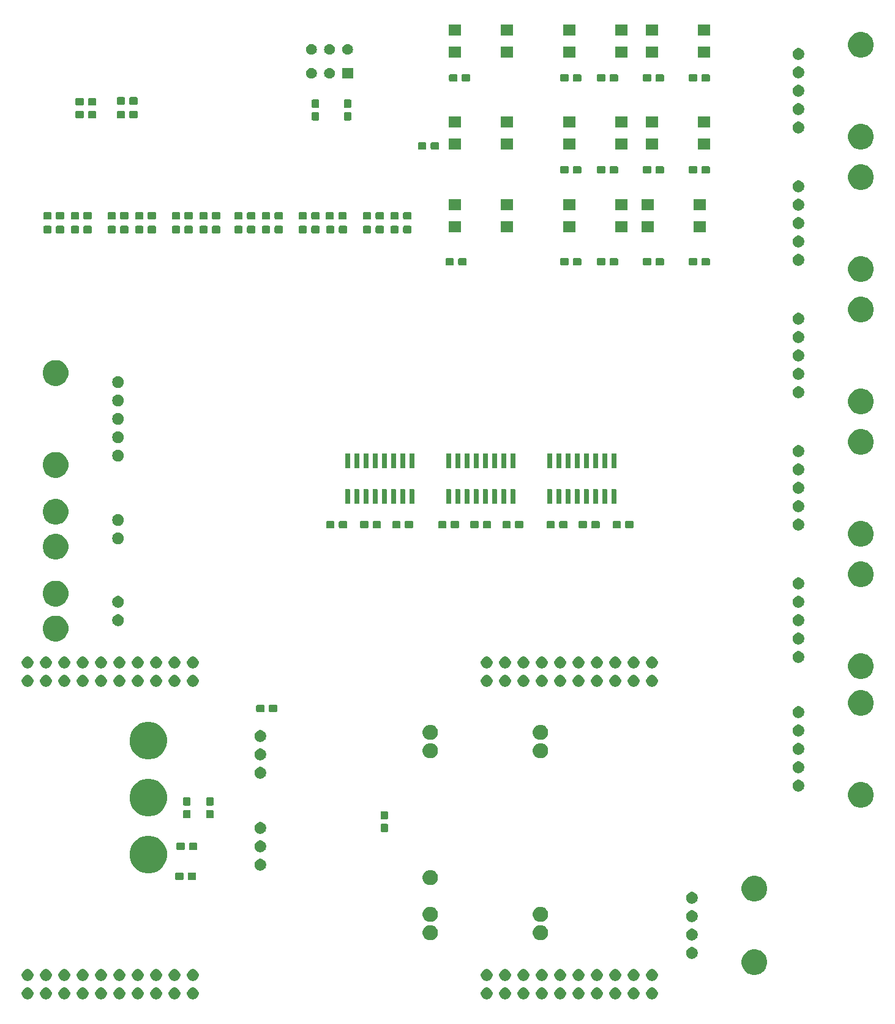
<source format=gbr>
G04 #@! TF.GenerationSoftware,KiCad,Pcbnew,(5.1.4)-1*
G04 #@! TF.CreationDate,2019-12-12T11:37:26-06:00*
G04 #@! TF.ProjectId,DriveBoard2020,44726976-6542-46f6-9172-64323032302e,rev?*
G04 #@! TF.SameCoordinates,Original*
G04 #@! TF.FileFunction,Soldermask,Top*
G04 #@! TF.FilePolarity,Negative*
%FSLAX46Y46*%
G04 Gerber Fmt 4.6, Leading zero omitted, Abs format (unit mm)*
G04 Created by KiCad (PCBNEW (5.1.4)-1) date 2019-12-12 11:37:26*
%MOMM*%
%LPD*%
G04 APERTURE LIST*
%ADD10C,0.100000*%
G04 APERTURE END LIST*
D10*
G36*
X135428060Y-215374166D02*
G01*
X135575653Y-215435301D01*
X135708482Y-215524055D01*
X135821445Y-215637018D01*
X135910199Y-215769847D01*
X135971334Y-215917440D01*
X136002500Y-216074123D01*
X136002500Y-216233877D01*
X135971334Y-216390560D01*
X135910199Y-216538153D01*
X135821445Y-216670982D01*
X135708482Y-216783945D01*
X135575653Y-216872699D01*
X135575652Y-216872700D01*
X135575651Y-216872700D01*
X135428060Y-216933834D01*
X135271378Y-216965000D01*
X135111622Y-216965000D01*
X134954940Y-216933834D01*
X134807349Y-216872700D01*
X134807348Y-216872700D01*
X134807347Y-216872699D01*
X134674518Y-216783945D01*
X134561555Y-216670982D01*
X134472801Y-216538153D01*
X134411666Y-216390560D01*
X134380500Y-216233877D01*
X134380500Y-216074123D01*
X134411666Y-215917440D01*
X134472801Y-215769847D01*
X134561555Y-215637018D01*
X134674518Y-215524055D01*
X134807347Y-215435301D01*
X134954940Y-215374166D01*
X135111622Y-215343000D01*
X135271378Y-215343000D01*
X135428060Y-215374166D01*
X135428060Y-215374166D01*
G37*
G36*
X198928060Y-215374166D02*
G01*
X199075653Y-215435301D01*
X199208482Y-215524055D01*
X199321445Y-215637018D01*
X199410199Y-215769847D01*
X199471334Y-215917440D01*
X199502500Y-216074123D01*
X199502500Y-216233877D01*
X199471334Y-216390560D01*
X199410199Y-216538153D01*
X199321445Y-216670982D01*
X199208482Y-216783945D01*
X199075653Y-216872699D01*
X199075652Y-216872700D01*
X199075651Y-216872700D01*
X198928060Y-216933834D01*
X198771378Y-216965000D01*
X198611622Y-216965000D01*
X198454940Y-216933834D01*
X198307349Y-216872700D01*
X198307348Y-216872700D01*
X198307347Y-216872699D01*
X198174518Y-216783945D01*
X198061555Y-216670982D01*
X197972801Y-216538153D01*
X197911666Y-216390560D01*
X197880500Y-216233877D01*
X197880500Y-216074123D01*
X197911666Y-215917440D01*
X197972801Y-215769847D01*
X198061555Y-215637018D01*
X198174518Y-215524055D01*
X198307347Y-215435301D01*
X198454940Y-215374166D01*
X198611622Y-215343000D01*
X198771378Y-215343000D01*
X198928060Y-215374166D01*
X198928060Y-215374166D01*
G37*
G36*
X176068060Y-215374166D02*
G01*
X176215653Y-215435301D01*
X176348482Y-215524055D01*
X176461445Y-215637018D01*
X176550199Y-215769847D01*
X176611334Y-215917440D01*
X176642500Y-216074123D01*
X176642500Y-216233877D01*
X176611334Y-216390560D01*
X176550199Y-216538153D01*
X176461445Y-216670982D01*
X176348482Y-216783945D01*
X176215653Y-216872699D01*
X176215652Y-216872700D01*
X176215651Y-216872700D01*
X176068060Y-216933834D01*
X175911378Y-216965000D01*
X175751622Y-216965000D01*
X175594940Y-216933834D01*
X175447349Y-216872700D01*
X175447348Y-216872700D01*
X175447347Y-216872699D01*
X175314518Y-216783945D01*
X175201555Y-216670982D01*
X175112801Y-216538153D01*
X175051666Y-216390560D01*
X175020500Y-216233877D01*
X175020500Y-216074123D01*
X175051666Y-215917440D01*
X175112801Y-215769847D01*
X175201555Y-215637018D01*
X175314518Y-215524055D01*
X175447347Y-215435301D01*
X175594940Y-215374166D01*
X175751622Y-215343000D01*
X175911378Y-215343000D01*
X176068060Y-215374166D01*
X176068060Y-215374166D01*
G37*
G36*
X191308060Y-215374166D02*
G01*
X191455653Y-215435301D01*
X191588482Y-215524055D01*
X191701445Y-215637018D01*
X191790199Y-215769847D01*
X191851334Y-215917440D01*
X191882500Y-216074123D01*
X191882500Y-216233877D01*
X191851334Y-216390560D01*
X191790199Y-216538153D01*
X191701445Y-216670982D01*
X191588482Y-216783945D01*
X191455653Y-216872699D01*
X191455652Y-216872700D01*
X191455651Y-216872700D01*
X191308060Y-216933834D01*
X191151378Y-216965000D01*
X190991622Y-216965000D01*
X190834940Y-216933834D01*
X190687349Y-216872700D01*
X190687348Y-216872700D01*
X190687347Y-216872699D01*
X190554518Y-216783945D01*
X190441555Y-216670982D01*
X190352801Y-216538153D01*
X190291666Y-216390560D01*
X190260500Y-216233877D01*
X190260500Y-216074123D01*
X190291666Y-215917440D01*
X190352801Y-215769847D01*
X190441555Y-215637018D01*
X190554518Y-215524055D01*
X190687347Y-215435301D01*
X190834940Y-215374166D01*
X190991622Y-215343000D01*
X191151378Y-215343000D01*
X191308060Y-215374166D01*
X191308060Y-215374166D01*
G37*
G36*
X178608060Y-215374166D02*
G01*
X178755653Y-215435301D01*
X178888482Y-215524055D01*
X179001445Y-215637018D01*
X179090199Y-215769847D01*
X179151334Y-215917440D01*
X179182500Y-216074123D01*
X179182500Y-216233877D01*
X179151334Y-216390560D01*
X179090199Y-216538153D01*
X179001445Y-216670982D01*
X178888482Y-216783945D01*
X178755653Y-216872699D01*
X178755652Y-216872700D01*
X178755651Y-216872700D01*
X178608060Y-216933834D01*
X178451378Y-216965000D01*
X178291622Y-216965000D01*
X178134940Y-216933834D01*
X177987349Y-216872700D01*
X177987348Y-216872700D01*
X177987347Y-216872699D01*
X177854518Y-216783945D01*
X177741555Y-216670982D01*
X177652801Y-216538153D01*
X177591666Y-216390560D01*
X177560500Y-216233877D01*
X177560500Y-216074123D01*
X177591666Y-215917440D01*
X177652801Y-215769847D01*
X177741555Y-215637018D01*
X177854518Y-215524055D01*
X177987347Y-215435301D01*
X178134940Y-215374166D01*
X178291622Y-215343000D01*
X178451378Y-215343000D01*
X178608060Y-215374166D01*
X178608060Y-215374166D01*
G37*
G36*
X181148060Y-215374166D02*
G01*
X181295653Y-215435301D01*
X181428482Y-215524055D01*
X181541445Y-215637018D01*
X181630199Y-215769847D01*
X181691334Y-215917440D01*
X181722500Y-216074123D01*
X181722500Y-216233877D01*
X181691334Y-216390560D01*
X181630199Y-216538153D01*
X181541445Y-216670982D01*
X181428482Y-216783945D01*
X181295653Y-216872699D01*
X181295652Y-216872700D01*
X181295651Y-216872700D01*
X181148060Y-216933834D01*
X180991378Y-216965000D01*
X180831622Y-216965000D01*
X180674940Y-216933834D01*
X180527349Y-216872700D01*
X180527348Y-216872700D01*
X180527347Y-216872699D01*
X180394518Y-216783945D01*
X180281555Y-216670982D01*
X180192801Y-216538153D01*
X180131666Y-216390560D01*
X180100500Y-216233877D01*
X180100500Y-216074123D01*
X180131666Y-215917440D01*
X180192801Y-215769847D01*
X180281555Y-215637018D01*
X180394518Y-215524055D01*
X180527347Y-215435301D01*
X180674940Y-215374166D01*
X180831622Y-215343000D01*
X180991378Y-215343000D01*
X181148060Y-215374166D01*
X181148060Y-215374166D01*
G37*
G36*
X183688060Y-215374166D02*
G01*
X183835653Y-215435301D01*
X183968482Y-215524055D01*
X184081445Y-215637018D01*
X184170199Y-215769847D01*
X184231334Y-215917440D01*
X184262500Y-216074123D01*
X184262500Y-216233877D01*
X184231334Y-216390560D01*
X184170199Y-216538153D01*
X184081445Y-216670982D01*
X183968482Y-216783945D01*
X183835653Y-216872699D01*
X183835652Y-216872700D01*
X183835651Y-216872700D01*
X183688060Y-216933834D01*
X183531378Y-216965000D01*
X183371622Y-216965000D01*
X183214940Y-216933834D01*
X183067349Y-216872700D01*
X183067348Y-216872700D01*
X183067347Y-216872699D01*
X182934518Y-216783945D01*
X182821555Y-216670982D01*
X182732801Y-216538153D01*
X182671666Y-216390560D01*
X182640500Y-216233877D01*
X182640500Y-216074123D01*
X182671666Y-215917440D01*
X182732801Y-215769847D01*
X182821555Y-215637018D01*
X182934518Y-215524055D01*
X183067347Y-215435301D01*
X183214940Y-215374166D01*
X183371622Y-215343000D01*
X183531378Y-215343000D01*
X183688060Y-215374166D01*
X183688060Y-215374166D01*
G37*
G36*
X186228060Y-215374166D02*
G01*
X186375653Y-215435301D01*
X186508482Y-215524055D01*
X186621445Y-215637018D01*
X186710199Y-215769847D01*
X186771334Y-215917440D01*
X186802500Y-216074123D01*
X186802500Y-216233877D01*
X186771334Y-216390560D01*
X186710199Y-216538153D01*
X186621445Y-216670982D01*
X186508482Y-216783945D01*
X186375653Y-216872699D01*
X186375652Y-216872700D01*
X186375651Y-216872700D01*
X186228060Y-216933834D01*
X186071378Y-216965000D01*
X185911622Y-216965000D01*
X185754940Y-216933834D01*
X185607349Y-216872700D01*
X185607348Y-216872700D01*
X185607347Y-216872699D01*
X185474518Y-216783945D01*
X185361555Y-216670982D01*
X185272801Y-216538153D01*
X185211666Y-216390560D01*
X185180500Y-216233877D01*
X185180500Y-216074123D01*
X185211666Y-215917440D01*
X185272801Y-215769847D01*
X185361555Y-215637018D01*
X185474518Y-215524055D01*
X185607347Y-215435301D01*
X185754940Y-215374166D01*
X185911622Y-215343000D01*
X186071378Y-215343000D01*
X186228060Y-215374166D01*
X186228060Y-215374166D01*
G37*
G36*
X188768060Y-215374166D02*
G01*
X188915653Y-215435301D01*
X189048482Y-215524055D01*
X189161445Y-215637018D01*
X189250199Y-215769847D01*
X189311334Y-215917440D01*
X189342500Y-216074123D01*
X189342500Y-216233877D01*
X189311334Y-216390560D01*
X189250199Y-216538153D01*
X189161445Y-216670982D01*
X189048482Y-216783945D01*
X188915653Y-216872699D01*
X188915652Y-216872700D01*
X188915651Y-216872700D01*
X188768060Y-216933834D01*
X188611378Y-216965000D01*
X188451622Y-216965000D01*
X188294940Y-216933834D01*
X188147349Y-216872700D01*
X188147348Y-216872700D01*
X188147347Y-216872699D01*
X188014518Y-216783945D01*
X187901555Y-216670982D01*
X187812801Y-216538153D01*
X187751666Y-216390560D01*
X187720500Y-216233877D01*
X187720500Y-216074123D01*
X187751666Y-215917440D01*
X187812801Y-215769847D01*
X187901555Y-215637018D01*
X188014518Y-215524055D01*
X188147347Y-215435301D01*
X188294940Y-215374166D01*
X188451622Y-215343000D01*
X188611378Y-215343000D01*
X188768060Y-215374166D01*
X188768060Y-215374166D01*
G37*
G36*
X193848060Y-215374166D02*
G01*
X193995653Y-215435301D01*
X194128482Y-215524055D01*
X194241445Y-215637018D01*
X194330199Y-215769847D01*
X194391334Y-215917440D01*
X194422500Y-216074123D01*
X194422500Y-216233877D01*
X194391334Y-216390560D01*
X194330199Y-216538153D01*
X194241445Y-216670982D01*
X194128482Y-216783945D01*
X193995653Y-216872699D01*
X193995652Y-216872700D01*
X193995651Y-216872700D01*
X193848060Y-216933834D01*
X193691378Y-216965000D01*
X193531622Y-216965000D01*
X193374940Y-216933834D01*
X193227349Y-216872700D01*
X193227348Y-216872700D01*
X193227347Y-216872699D01*
X193094518Y-216783945D01*
X192981555Y-216670982D01*
X192892801Y-216538153D01*
X192831666Y-216390560D01*
X192800500Y-216233877D01*
X192800500Y-216074123D01*
X192831666Y-215917440D01*
X192892801Y-215769847D01*
X192981555Y-215637018D01*
X193094518Y-215524055D01*
X193227347Y-215435301D01*
X193374940Y-215374166D01*
X193531622Y-215343000D01*
X193691378Y-215343000D01*
X193848060Y-215374166D01*
X193848060Y-215374166D01*
G37*
G36*
X196388060Y-215374166D02*
G01*
X196535653Y-215435301D01*
X196668482Y-215524055D01*
X196781445Y-215637018D01*
X196870199Y-215769847D01*
X196931334Y-215917440D01*
X196962500Y-216074123D01*
X196962500Y-216233877D01*
X196931334Y-216390560D01*
X196870199Y-216538153D01*
X196781445Y-216670982D01*
X196668482Y-216783945D01*
X196535653Y-216872699D01*
X196535652Y-216872700D01*
X196535651Y-216872700D01*
X196388060Y-216933834D01*
X196231378Y-216965000D01*
X196071622Y-216965000D01*
X195914940Y-216933834D01*
X195767349Y-216872700D01*
X195767348Y-216872700D01*
X195767347Y-216872699D01*
X195634518Y-216783945D01*
X195521555Y-216670982D01*
X195432801Y-216538153D01*
X195371666Y-216390560D01*
X195340500Y-216233877D01*
X195340500Y-216074123D01*
X195371666Y-215917440D01*
X195432801Y-215769847D01*
X195521555Y-215637018D01*
X195634518Y-215524055D01*
X195767347Y-215435301D01*
X195914940Y-215374166D01*
X196071622Y-215343000D01*
X196231378Y-215343000D01*
X196388060Y-215374166D01*
X196388060Y-215374166D01*
G37*
G36*
X115108060Y-215374166D02*
G01*
X115255653Y-215435301D01*
X115388482Y-215524055D01*
X115501445Y-215637018D01*
X115590199Y-215769847D01*
X115651334Y-215917440D01*
X115682500Y-216074123D01*
X115682500Y-216233877D01*
X115651334Y-216390560D01*
X115590199Y-216538153D01*
X115501445Y-216670982D01*
X115388482Y-216783945D01*
X115255653Y-216872699D01*
X115255652Y-216872700D01*
X115255651Y-216872700D01*
X115108060Y-216933834D01*
X114951378Y-216965000D01*
X114791622Y-216965000D01*
X114634940Y-216933834D01*
X114487349Y-216872700D01*
X114487348Y-216872700D01*
X114487347Y-216872699D01*
X114354518Y-216783945D01*
X114241555Y-216670982D01*
X114152801Y-216538153D01*
X114091666Y-216390560D01*
X114060500Y-216233877D01*
X114060500Y-216074123D01*
X114091666Y-215917440D01*
X114152801Y-215769847D01*
X114241555Y-215637018D01*
X114354518Y-215524055D01*
X114487347Y-215435301D01*
X114634940Y-215374166D01*
X114791622Y-215343000D01*
X114951378Y-215343000D01*
X115108060Y-215374166D01*
X115108060Y-215374166D01*
G37*
G36*
X112568060Y-215374166D02*
G01*
X112715653Y-215435301D01*
X112848482Y-215524055D01*
X112961445Y-215637018D01*
X113050199Y-215769847D01*
X113111334Y-215917440D01*
X113142500Y-216074123D01*
X113142500Y-216233877D01*
X113111334Y-216390560D01*
X113050199Y-216538153D01*
X112961445Y-216670982D01*
X112848482Y-216783945D01*
X112715653Y-216872699D01*
X112715652Y-216872700D01*
X112715651Y-216872700D01*
X112568060Y-216933834D01*
X112411378Y-216965000D01*
X112251622Y-216965000D01*
X112094940Y-216933834D01*
X111947349Y-216872700D01*
X111947348Y-216872700D01*
X111947347Y-216872699D01*
X111814518Y-216783945D01*
X111701555Y-216670982D01*
X111612801Y-216538153D01*
X111551666Y-216390560D01*
X111520500Y-216233877D01*
X111520500Y-216074123D01*
X111551666Y-215917440D01*
X111612801Y-215769847D01*
X111701555Y-215637018D01*
X111814518Y-215524055D01*
X111947347Y-215435301D01*
X112094940Y-215374166D01*
X112251622Y-215343000D01*
X112411378Y-215343000D01*
X112568060Y-215374166D01*
X112568060Y-215374166D01*
G37*
G36*
X132888060Y-215374166D02*
G01*
X133035653Y-215435301D01*
X133168482Y-215524055D01*
X133281445Y-215637018D01*
X133370199Y-215769847D01*
X133431334Y-215917440D01*
X133462500Y-216074123D01*
X133462500Y-216233877D01*
X133431334Y-216390560D01*
X133370199Y-216538153D01*
X133281445Y-216670982D01*
X133168482Y-216783945D01*
X133035653Y-216872699D01*
X133035652Y-216872700D01*
X133035651Y-216872700D01*
X132888060Y-216933834D01*
X132731378Y-216965000D01*
X132571622Y-216965000D01*
X132414940Y-216933834D01*
X132267349Y-216872700D01*
X132267348Y-216872700D01*
X132267347Y-216872699D01*
X132134518Y-216783945D01*
X132021555Y-216670982D01*
X131932801Y-216538153D01*
X131871666Y-216390560D01*
X131840500Y-216233877D01*
X131840500Y-216074123D01*
X131871666Y-215917440D01*
X131932801Y-215769847D01*
X132021555Y-215637018D01*
X132134518Y-215524055D01*
X132267347Y-215435301D01*
X132414940Y-215374166D01*
X132571622Y-215343000D01*
X132731378Y-215343000D01*
X132888060Y-215374166D01*
X132888060Y-215374166D01*
G37*
G36*
X130348060Y-215374166D02*
G01*
X130495653Y-215435301D01*
X130628482Y-215524055D01*
X130741445Y-215637018D01*
X130830199Y-215769847D01*
X130891334Y-215917440D01*
X130922500Y-216074123D01*
X130922500Y-216233877D01*
X130891334Y-216390560D01*
X130830199Y-216538153D01*
X130741445Y-216670982D01*
X130628482Y-216783945D01*
X130495653Y-216872699D01*
X130495652Y-216872700D01*
X130495651Y-216872700D01*
X130348060Y-216933834D01*
X130191378Y-216965000D01*
X130031622Y-216965000D01*
X129874940Y-216933834D01*
X129727349Y-216872700D01*
X129727348Y-216872700D01*
X129727347Y-216872699D01*
X129594518Y-216783945D01*
X129481555Y-216670982D01*
X129392801Y-216538153D01*
X129331666Y-216390560D01*
X129300500Y-216233877D01*
X129300500Y-216074123D01*
X129331666Y-215917440D01*
X129392801Y-215769847D01*
X129481555Y-215637018D01*
X129594518Y-215524055D01*
X129727347Y-215435301D01*
X129874940Y-215374166D01*
X130031622Y-215343000D01*
X130191378Y-215343000D01*
X130348060Y-215374166D01*
X130348060Y-215374166D01*
G37*
G36*
X127808060Y-215374166D02*
G01*
X127955653Y-215435301D01*
X128088482Y-215524055D01*
X128201445Y-215637018D01*
X128290199Y-215769847D01*
X128351334Y-215917440D01*
X128382500Y-216074123D01*
X128382500Y-216233877D01*
X128351334Y-216390560D01*
X128290199Y-216538153D01*
X128201445Y-216670982D01*
X128088482Y-216783945D01*
X127955653Y-216872699D01*
X127955652Y-216872700D01*
X127955651Y-216872700D01*
X127808060Y-216933834D01*
X127651378Y-216965000D01*
X127491622Y-216965000D01*
X127334940Y-216933834D01*
X127187349Y-216872700D01*
X127187348Y-216872700D01*
X127187347Y-216872699D01*
X127054518Y-216783945D01*
X126941555Y-216670982D01*
X126852801Y-216538153D01*
X126791666Y-216390560D01*
X126760500Y-216233877D01*
X126760500Y-216074123D01*
X126791666Y-215917440D01*
X126852801Y-215769847D01*
X126941555Y-215637018D01*
X127054518Y-215524055D01*
X127187347Y-215435301D01*
X127334940Y-215374166D01*
X127491622Y-215343000D01*
X127651378Y-215343000D01*
X127808060Y-215374166D01*
X127808060Y-215374166D01*
G37*
G36*
X122728060Y-215374166D02*
G01*
X122875653Y-215435301D01*
X123008482Y-215524055D01*
X123121445Y-215637018D01*
X123210199Y-215769847D01*
X123271334Y-215917440D01*
X123302500Y-216074123D01*
X123302500Y-216233877D01*
X123271334Y-216390560D01*
X123210199Y-216538153D01*
X123121445Y-216670982D01*
X123008482Y-216783945D01*
X122875653Y-216872699D01*
X122875652Y-216872700D01*
X122875651Y-216872700D01*
X122728060Y-216933834D01*
X122571378Y-216965000D01*
X122411622Y-216965000D01*
X122254940Y-216933834D01*
X122107349Y-216872700D01*
X122107348Y-216872700D01*
X122107347Y-216872699D01*
X121974518Y-216783945D01*
X121861555Y-216670982D01*
X121772801Y-216538153D01*
X121711666Y-216390560D01*
X121680500Y-216233877D01*
X121680500Y-216074123D01*
X121711666Y-215917440D01*
X121772801Y-215769847D01*
X121861555Y-215637018D01*
X121974518Y-215524055D01*
X122107347Y-215435301D01*
X122254940Y-215374166D01*
X122411622Y-215343000D01*
X122571378Y-215343000D01*
X122728060Y-215374166D01*
X122728060Y-215374166D01*
G37*
G36*
X120188060Y-215374166D02*
G01*
X120335653Y-215435301D01*
X120468482Y-215524055D01*
X120581445Y-215637018D01*
X120670199Y-215769847D01*
X120731334Y-215917440D01*
X120762500Y-216074123D01*
X120762500Y-216233877D01*
X120731334Y-216390560D01*
X120670199Y-216538153D01*
X120581445Y-216670982D01*
X120468482Y-216783945D01*
X120335653Y-216872699D01*
X120335652Y-216872700D01*
X120335651Y-216872700D01*
X120188060Y-216933834D01*
X120031378Y-216965000D01*
X119871622Y-216965000D01*
X119714940Y-216933834D01*
X119567349Y-216872700D01*
X119567348Y-216872700D01*
X119567347Y-216872699D01*
X119434518Y-216783945D01*
X119321555Y-216670982D01*
X119232801Y-216538153D01*
X119171666Y-216390560D01*
X119140500Y-216233877D01*
X119140500Y-216074123D01*
X119171666Y-215917440D01*
X119232801Y-215769847D01*
X119321555Y-215637018D01*
X119434518Y-215524055D01*
X119567347Y-215435301D01*
X119714940Y-215374166D01*
X119871622Y-215343000D01*
X120031378Y-215343000D01*
X120188060Y-215374166D01*
X120188060Y-215374166D01*
G37*
G36*
X117648060Y-215374166D02*
G01*
X117795653Y-215435301D01*
X117928482Y-215524055D01*
X118041445Y-215637018D01*
X118130199Y-215769847D01*
X118191334Y-215917440D01*
X118222500Y-216074123D01*
X118222500Y-216233877D01*
X118191334Y-216390560D01*
X118130199Y-216538153D01*
X118041445Y-216670982D01*
X117928482Y-216783945D01*
X117795653Y-216872699D01*
X117795652Y-216872700D01*
X117795651Y-216872700D01*
X117648060Y-216933834D01*
X117491378Y-216965000D01*
X117331622Y-216965000D01*
X117174940Y-216933834D01*
X117027349Y-216872700D01*
X117027348Y-216872700D01*
X117027347Y-216872699D01*
X116894518Y-216783945D01*
X116781555Y-216670982D01*
X116692801Y-216538153D01*
X116631666Y-216390560D01*
X116600500Y-216233877D01*
X116600500Y-216074123D01*
X116631666Y-215917440D01*
X116692801Y-215769847D01*
X116781555Y-215637018D01*
X116894518Y-215524055D01*
X117027347Y-215435301D01*
X117174940Y-215374166D01*
X117331622Y-215343000D01*
X117491378Y-215343000D01*
X117648060Y-215374166D01*
X117648060Y-215374166D01*
G37*
G36*
X125268060Y-215374166D02*
G01*
X125415653Y-215435301D01*
X125548482Y-215524055D01*
X125661445Y-215637018D01*
X125750199Y-215769847D01*
X125811334Y-215917440D01*
X125842500Y-216074123D01*
X125842500Y-216233877D01*
X125811334Y-216390560D01*
X125750199Y-216538153D01*
X125661445Y-216670982D01*
X125548482Y-216783945D01*
X125415653Y-216872699D01*
X125415652Y-216872700D01*
X125415651Y-216872700D01*
X125268060Y-216933834D01*
X125111378Y-216965000D01*
X124951622Y-216965000D01*
X124794940Y-216933834D01*
X124647349Y-216872700D01*
X124647348Y-216872700D01*
X124647347Y-216872699D01*
X124514518Y-216783945D01*
X124401555Y-216670982D01*
X124312801Y-216538153D01*
X124251666Y-216390560D01*
X124220500Y-216233877D01*
X124220500Y-216074123D01*
X124251666Y-215917440D01*
X124312801Y-215769847D01*
X124401555Y-215637018D01*
X124514518Y-215524055D01*
X124647347Y-215435301D01*
X124794940Y-215374166D01*
X124951622Y-215343000D01*
X125111378Y-215343000D01*
X125268060Y-215374166D01*
X125268060Y-215374166D01*
G37*
G36*
X115108060Y-212834166D02*
G01*
X115255653Y-212895301D01*
X115388482Y-212984055D01*
X115501445Y-213097018D01*
X115590199Y-213229847D01*
X115651334Y-213377440D01*
X115682500Y-213534123D01*
X115682500Y-213693877D01*
X115651334Y-213850560D01*
X115590199Y-213998153D01*
X115501445Y-214130982D01*
X115388482Y-214243945D01*
X115255653Y-214332699D01*
X115255652Y-214332700D01*
X115255651Y-214332700D01*
X115108060Y-214393834D01*
X114951378Y-214425000D01*
X114791622Y-214425000D01*
X114634940Y-214393834D01*
X114487349Y-214332700D01*
X114487348Y-214332700D01*
X114487347Y-214332699D01*
X114354518Y-214243945D01*
X114241555Y-214130982D01*
X114152801Y-213998153D01*
X114091666Y-213850560D01*
X114060500Y-213693877D01*
X114060500Y-213534123D01*
X114091666Y-213377440D01*
X114152801Y-213229847D01*
X114241555Y-213097018D01*
X114354518Y-212984055D01*
X114487347Y-212895301D01*
X114634940Y-212834166D01*
X114791622Y-212803000D01*
X114951378Y-212803000D01*
X115108060Y-212834166D01*
X115108060Y-212834166D01*
G37*
G36*
X193848060Y-212834166D02*
G01*
X193995653Y-212895301D01*
X194128482Y-212984055D01*
X194241445Y-213097018D01*
X194330199Y-213229847D01*
X194391334Y-213377440D01*
X194422500Y-213534123D01*
X194422500Y-213693877D01*
X194391334Y-213850560D01*
X194330199Y-213998153D01*
X194241445Y-214130982D01*
X194128482Y-214243945D01*
X193995653Y-214332699D01*
X193995652Y-214332700D01*
X193995651Y-214332700D01*
X193848060Y-214393834D01*
X193691378Y-214425000D01*
X193531622Y-214425000D01*
X193374940Y-214393834D01*
X193227349Y-214332700D01*
X193227348Y-214332700D01*
X193227347Y-214332699D01*
X193094518Y-214243945D01*
X192981555Y-214130982D01*
X192892801Y-213998153D01*
X192831666Y-213850560D01*
X192800500Y-213693877D01*
X192800500Y-213534123D01*
X192831666Y-213377440D01*
X192892801Y-213229847D01*
X192981555Y-213097018D01*
X193094518Y-212984055D01*
X193227347Y-212895301D01*
X193374940Y-212834166D01*
X193531622Y-212803000D01*
X193691378Y-212803000D01*
X193848060Y-212834166D01*
X193848060Y-212834166D01*
G37*
G36*
X183688060Y-212834166D02*
G01*
X183835653Y-212895301D01*
X183968482Y-212984055D01*
X184081445Y-213097018D01*
X184170199Y-213229847D01*
X184231334Y-213377440D01*
X184262500Y-213534123D01*
X184262500Y-213693877D01*
X184231334Y-213850560D01*
X184170199Y-213998153D01*
X184081445Y-214130982D01*
X183968482Y-214243945D01*
X183835653Y-214332699D01*
X183835652Y-214332700D01*
X183835651Y-214332700D01*
X183688060Y-214393834D01*
X183531378Y-214425000D01*
X183371622Y-214425000D01*
X183214940Y-214393834D01*
X183067349Y-214332700D01*
X183067348Y-214332700D01*
X183067347Y-214332699D01*
X182934518Y-214243945D01*
X182821555Y-214130982D01*
X182732801Y-213998153D01*
X182671666Y-213850560D01*
X182640500Y-213693877D01*
X182640500Y-213534123D01*
X182671666Y-213377440D01*
X182732801Y-213229847D01*
X182821555Y-213097018D01*
X182934518Y-212984055D01*
X183067347Y-212895301D01*
X183214940Y-212834166D01*
X183371622Y-212803000D01*
X183531378Y-212803000D01*
X183688060Y-212834166D01*
X183688060Y-212834166D01*
G37*
G36*
X181148060Y-212834166D02*
G01*
X181295653Y-212895301D01*
X181428482Y-212984055D01*
X181541445Y-213097018D01*
X181630199Y-213229847D01*
X181691334Y-213377440D01*
X181722500Y-213534123D01*
X181722500Y-213693877D01*
X181691334Y-213850560D01*
X181630199Y-213998153D01*
X181541445Y-214130982D01*
X181428482Y-214243945D01*
X181295653Y-214332699D01*
X181295652Y-214332700D01*
X181295651Y-214332700D01*
X181148060Y-214393834D01*
X180991378Y-214425000D01*
X180831622Y-214425000D01*
X180674940Y-214393834D01*
X180527349Y-214332700D01*
X180527348Y-214332700D01*
X180527347Y-214332699D01*
X180394518Y-214243945D01*
X180281555Y-214130982D01*
X180192801Y-213998153D01*
X180131666Y-213850560D01*
X180100500Y-213693877D01*
X180100500Y-213534123D01*
X180131666Y-213377440D01*
X180192801Y-213229847D01*
X180281555Y-213097018D01*
X180394518Y-212984055D01*
X180527347Y-212895301D01*
X180674940Y-212834166D01*
X180831622Y-212803000D01*
X180991378Y-212803000D01*
X181148060Y-212834166D01*
X181148060Y-212834166D01*
G37*
G36*
X178608060Y-212834166D02*
G01*
X178755653Y-212895301D01*
X178888482Y-212984055D01*
X179001445Y-213097018D01*
X179090199Y-213229847D01*
X179151334Y-213377440D01*
X179182500Y-213534123D01*
X179182500Y-213693877D01*
X179151334Y-213850560D01*
X179090199Y-213998153D01*
X179001445Y-214130982D01*
X178888482Y-214243945D01*
X178755653Y-214332699D01*
X178755652Y-214332700D01*
X178755651Y-214332700D01*
X178608060Y-214393834D01*
X178451378Y-214425000D01*
X178291622Y-214425000D01*
X178134940Y-214393834D01*
X177987349Y-214332700D01*
X177987348Y-214332700D01*
X177987347Y-214332699D01*
X177854518Y-214243945D01*
X177741555Y-214130982D01*
X177652801Y-213998153D01*
X177591666Y-213850560D01*
X177560500Y-213693877D01*
X177560500Y-213534123D01*
X177591666Y-213377440D01*
X177652801Y-213229847D01*
X177741555Y-213097018D01*
X177854518Y-212984055D01*
X177987347Y-212895301D01*
X178134940Y-212834166D01*
X178291622Y-212803000D01*
X178451378Y-212803000D01*
X178608060Y-212834166D01*
X178608060Y-212834166D01*
G37*
G36*
X112568060Y-212834166D02*
G01*
X112715653Y-212895301D01*
X112848482Y-212984055D01*
X112961445Y-213097018D01*
X113050199Y-213229847D01*
X113111334Y-213377440D01*
X113142500Y-213534123D01*
X113142500Y-213693877D01*
X113111334Y-213850560D01*
X113050199Y-213998153D01*
X112961445Y-214130982D01*
X112848482Y-214243945D01*
X112715653Y-214332699D01*
X112715652Y-214332700D01*
X112715651Y-214332700D01*
X112568060Y-214393834D01*
X112411378Y-214425000D01*
X112251622Y-214425000D01*
X112094940Y-214393834D01*
X111947349Y-214332700D01*
X111947348Y-214332700D01*
X111947347Y-214332699D01*
X111814518Y-214243945D01*
X111701555Y-214130982D01*
X111612801Y-213998153D01*
X111551666Y-213850560D01*
X111520500Y-213693877D01*
X111520500Y-213534123D01*
X111551666Y-213377440D01*
X111612801Y-213229847D01*
X111701555Y-213097018D01*
X111814518Y-212984055D01*
X111947347Y-212895301D01*
X112094940Y-212834166D01*
X112251622Y-212803000D01*
X112411378Y-212803000D01*
X112568060Y-212834166D01*
X112568060Y-212834166D01*
G37*
G36*
X117648060Y-212834166D02*
G01*
X117795653Y-212895301D01*
X117928482Y-212984055D01*
X118041445Y-213097018D01*
X118130199Y-213229847D01*
X118191334Y-213377440D01*
X118222500Y-213534123D01*
X118222500Y-213693877D01*
X118191334Y-213850560D01*
X118130199Y-213998153D01*
X118041445Y-214130982D01*
X117928482Y-214243945D01*
X117795653Y-214332699D01*
X117795652Y-214332700D01*
X117795651Y-214332700D01*
X117648060Y-214393834D01*
X117491378Y-214425000D01*
X117331622Y-214425000D01*
X117174940Y-214393834D01*
X117027349Y-214332700D01*
X117027348Y-214332700D01*
X117027347Y-214332699D01*
X116894518Y-214243945D01*
X116781555Y-214130982D01*
X116692801Y-213998153D01*
X116631666Y-213850560D01*
X116600500Y-213693877D01*
X116600500Y-213534123D01*
X116631666Y-213377440D01*
X116692801Y-213229847D01*
X116781555Y-213097018D01*
X116894518Y-212984055D01*
X117027347Y-212895301D01*
X117174940Y-212834166D01*
X117331622Y-212803000D01*
X117491378Y-212803000D01*
X117648060Y-212834166D01*
X117648060Y-212834166D01*
G37*
G36*
X120188060Y-212834166D02*
G01*
X120335653Y-212895301D01*
X120468482Y-212984055D01*
X120581445Y-213097018D01*
X120670199Y-213229847D01*
X120731334Y-213377440D01*
X120762500Y-213534123D01*
X120762500Y-213693877D01*
X120731334Y-213850560D01*
X120670199Y-213998153D01*
X120581445Y-214130982D01*
X120468482Y-214243945D01*
X120335653Y-214332699D01*
X120335652Y-214332700D01*
X120335651Y-214332700D01*
X120188060Y-214393834D01*
X120031378Y-214425000D01*
X119871622Y-214425000D01*
X119714940Y-214393834D01*
X119567349Y-214332700D01*
X119567348Y-214332700D01*
X119567347Y-214332699D01*
X119434518Y-214243945D01*
X119321555Y-214130982D01*
X119232801Y-213998153D01*
X119171666Y-213850560D01*
X119140500Y-213693877D01*
X119140500Y-213534123D01*
X119171666Y-213377440D01*
X119232801Y-213229847D01*
X119321555Y-213097018D01*
X119434518Y-212984055D01*
X119567347Y-212895301D01*
X119714940Y-212834166D01*
X119871622Y-212803000D01*
X120031378Y-212803000D01*
X120188060Y-212834166D01*
X120188060Y-212834166D01*
G37*
G36*
X122728060Y-212834166D02*
G01*
X122875653Y-212895301D01*
X123008482Y-212984055D01*
X123121445Y-213097018D01*
X123210199Y-213229847D01*
X123271334Y-213377440D01*
X123302500Y-213534123D01*
X123302500Y-213693877D01*
X123271334Y-213850560D01*
X123210199Y-213998153D01*
X123121445Y-214130982D01*
X123008482Y-214243945D01*
X122875653Y-214332699D01*
X122875652Y-214332700D01*
X122875651Y-214332700D01*
X122728060Y-214393834D01*
X122571378Y-214425000D01*
X122411622Y-214425000D01*
X122254940Y-214393834D01*
X122107349Y-214332700D01*
X122107348Y-214332700D01*
X122107347Y-214332699D01*
X121974518Y-214243945D01*
X121861555Y-214130982D01*
X121772801Y-213998153D01*
X121711666Y-213850560D01*
X121680500Y-213693877D01*
X121680500Y-213534123D01*
X121711666Y-213377440D01*
X121772801Y-213229847D01*
X121861555Y-213097018D01*
X121974518Y-212984055D01*
X122107347Y-212895301D01*
X122254940Y-212834166D01*
X122411622Y-212803000D01*
X122571378Y-212803000D01*
X122728060Y-212834166D01*
X122728060Y-212834166D01*
G37*
G36*
X125268060Y-212834166D02*
G01*
X125415653Y-212895301D01*
X125548482Y-212984055D01*
X125661445Y-213097018D01*
X125750199Y-213229847D01*
X125811334Y-213377440D01*
X125842500Y-213534123D01*
X125842500Y-213693877D01*
X125811334Y-213850560D01*
X125750199Y-213998153D01*
X125661445Y-214130982D01*
X125548482Y-214243945D01*
X125415653Y-214332699D01*
X125415652Y-214332700D01*
X125415651Y-214332700D01*
X125268060Y-214393834D01*
X125111378Y-214425000D01*
X124951622Y-214425000D01*
X124794940Y-214393834D01*
X124647349Y-214332700D01*
X124647348Y-214332700D01*
X124647347Y-214332699D01*
X124514518Y-214243945D01*
X124401555Y-214130982D01*
X124312801Y-213998153D01*
X124251666Y-213850560D01*
X124220500Y-213693877D01*
X124220500Y-213534123D01*
X124251666Y-213377440D01*
X124312801Y-213229847D01*
X124401555Y-213097018D01*
X124514518Y-212984055D01*
X124647347Y-212895301D01*
X124794940Y-212834166D01*
X124951622Y-212803000D01*
X125111378Y-212803000D01*
X125268060Y-212834166D01*
X125268060Y-212834166D01*
G37*
G36*
X132888060Y-212834166D02*
G01*
X133035653Y-212895301D01*
X133168482Y-212984055D01*
X133281445Y-213097018D01*
X133370199Y-213229847D01*
X133431334Y-213377440D01*
X133462500Y-213534123D01*
X133462500Y-213693877D01*
X133431334Y-213850560D01*
X133370199Y-213998153D01*
X133281445Y-214130982D01*
X133168482Y-214243945D01*
X133035653Y-214332699D01*
X133035652Y-214332700D01*
X133035651Y-214332700D01*
X132888060Y-214393834D01*
X132731378Y-214425000D01*
X132571622Y-214425000D01*
X132414940Y-214393834D01*
X132267349Y-214332700D01*
X132267348Y-214332700D01*
X132267347Y-214332699D01*
X132134518Y-214243945D01*
X132021555Y-214130982D01*
X131932801Y-213998153D01*
X131871666Y-213850560D01*
X131840500Y-213693877D01*
X131840500Y-213534123D01*
X131871666Y-213377440D01*
X131932801Y-213229847D01*
X132021555Y-213097018D01*
X132134518Y-212984055D01*
X132267347Y-212895301D01*
X132414940Y-212834166D01*
X132571622Y-212803000D01*
X132731378Y-212803000D01*
X132888060Y-212834166D01*
X132888060Y-212834166D01*
G37*
G36*
X135428060Y-212834166D02*
G01*
X135575653Y-212895301D01*
X135708482Y-212984055D01*
X135821445Y-213097018D01*
X135910199Y-213229847D01*
X135971334Y-213377440D01*
X136002500Y-213534123D01*
X136002500Y-213693877D01*
X135971334Y-213850560D01*
X135910199Y-213998153D01*
X135821445Y-214130982D01*
X135708482Y-214243945D01*
X135575653Y-214332699D01*
X135575652Y-214332700D01*
X135575651Y-214332700D01*
X135428060Y-214393834D01*
X135271378Y-214425000D01*
X135111622Y-214425000D01*
X134954940Y-214393834D01*
X134807349Y-214332700D01*
X134807348Y-214332700D01*
X134807347Y-214332699D01*
X134674518Y-214243945D01*
X134561555Y-214130982D01*
X134472801Y-213998153D01*
X134411666Y-213850560D01*
X134380500Y-213693877D01*
X134380500Y-213534123D01*
X134411666Y-213377440D01*
X134472801Y-213229847D01*
X134561555Y-213097018D01*
X134674518Y-212984055D01*
X134807347Y-212895301D01*
X134954940Y-212834166D01*
X135111622Y-212803000D01*
X135271378Y-212803000D01*
X135428060Y-212834166D01*
X135428060Y-212834166D01*
G37*
G36*
X176068060Y-212834166D02*
G01*
X176215653Y-212895301D01*
X176348482Y-212984055D01*
X176461445Y-213097018D01*
X176550199Y-213229847D01*
X176611334Y-213377440D01*
X176642500Y-213534123D01*
X176642500Y-213693877D01*
X176611334Y-213850560D01*
X176550199Y-213998153D01*
X176461445Y-214130982D01*
X176348482Y-214243945D01*
X176215653Y-214332699D01*
X176215652Y-214332700D01*
X176215651Y-214332700D01*
X176068060Y-214393834D01*
X175911378Y-214425000D01*
X175751622Y-214425000D01*
X175594940Y-214393834D01*
X175447349Y-214332700D01*
X175447348Y-214332700D01*
X175447347Y-214332699D01*
X175314518Y-214243945D01*
X175201555Y-214130982D01*
X175112801Y-213998153D01*
X175051666Y-213850560D01*
X175020500Y-213693877D01*
X175020500Y-213534123D01*
X175051666Y-213377440D01*
X175112801Y-213229847D01*
X175201555Y-213097018D01*
X175314518Y-212984055D01*
X175447347Y-212895301D01*
X175594940Y-212834166D01*
X175751622Y-212803000D01*
X175911378Y-212803000D01*
X176068060Y-212834166D01*
X176068060Y-212834166D01*
G37*
G36*
X188768060Y-212834166D02*
G01*
X188915653Y-212895301D01*
X189048482Y-212984055D01*
X189161445Y-213097018D01*
X189250199Y-213229847D01*
X189311334Y-213377440D01*
X189342500Y-213534123D01*
X189342500Y-213693877D01*
X189311334Y-213850560D01*
X189250199Y-213998153D01*
X189161445Y-214130982D01*
X189048482Y-214243945D01*
X188915653Y-214332699D01*
X188915652Y-214332700D01*
X188915651Y-214332700D01*
X188768060Y-214393834D01*
X188611378Y-214425000D01*
X188451622Y-214425000D01*
X188294940Y-214393834D01*
X188147349Y-214332700D01*
X188147348Y-214332700D01*
X188147347Y-214332699D01*
X188014518Y-214243945D01*
X187901555Y-214130982D01*
X187812801Y-213998153D01*
X187751666Y-213850560D01*
X187720500Y-213693877D01*
X187720500Y-213534123D01*
X187751666Y-213377440D01*
X187812801Y-213229847D01*
X187901555Y-213097018D01*
X188014518Y-212984055D01*
X188147347Y-212895301D01*
X188294940Y-212834166D01*
X188451622Y-212803000D01*
X188611378Y-212803000D01*
X188768060Y-212834166D01*
X188768060Y-212834166D01*
G37*
G36*
X186228060Y-212834166D02*
G01*
X186375653Y-212895301D01*
X186508482Y-212984055D01*
X186621445Y-213097018D01*
X186710199Y-213229847D01*
X186771334Y-213377440D01*
X186802500Y-213534123D01*
X186802500Y-213693877D01*
X186771334Y-213850560D01*
X186710199Y-213998153D01*
X186621445Y-214130982D01*
X186508482Y-214243945D01*
X186375653Y-214332699D01*
X186375652Y-214332700D01*
X186375651Y-214332700D01*
X186228060Y-214393834D01*
X186071378Y-214425000D01*
X185911622Y-214425000D01*
X185754940Y-214393834D01*
X185607349Y-214332700D01*
X185607348Y-214332700D01*
X185607347Y-214332699D01*
X185474518Y-214243945D01*
X185361555Y-214130982D01*
X185272801Y-213998153D01*
X185211666Y-213850560D01*
X185180500Y-213693877D01*
X185180500Y-213534123D01*
X185211666Y-213377440D01*
X185272801Y-213229847D01*
X185361555Y-213097018D01*
X185474518Y-212984055D01*
X185607347Y-212895301D01*
X185754940Y-212834166D01*
X185911622Y-212803000D01*
X186071378Y-212803000D01*
X186228060Y-212834166D01*
X186228060Y-212834166D01*
G37*
G36*
X191308060Y-212834166D02*
G01*
X191455653Y-212895301D01*
X191588482Y-212984055D01*
X191701445Y-213097018D01*
X191790199Y-213229847D01*
X191851334Y-213377440D01*
X191882500Y-213534123D01*
X191882500Y-213693877D01*
X191851334Y-213850560D01*
X191790199Y-213998153D01*
X191701445Y-214130982D01*
X191588482Y-214243945D01*
X191455653Y-214332699D01*
X191455652Y-214332700D01*
X191455651Y-214332700D01*
X191308060Y-214393834D01*
X191151378Y-214425000D01*
X190991622Y-214425000D01*
X190834940Y-214393834D01*
X190687349Y-214332700D01*
X190687348Y-214332700D01*
X190687347Y-214332699D01*
X190554518Y-214243945D01*
X190441555Y-214130982D01*
X190352801Y-213998153D01*
X190291666Y-213850560D01*
X190260500Y-213693877D01*
X190260500Y-213534123D01*
X190291666Y-213377440D01*
X190352801Y-213229847D01*
X190441555Y-213097018D01*
X190554518Y-212984055D01*
X190687347Y-212895301D01*
X190834940Y-212834166D01*
X190991622Y-212803000D01*
X191151378Y-212803000D01*
X191308060Y-212834166D01*
X191308060Y-212834166D01*
G37*
G36*
X198928060Y-212834166D02*
G01*
X199075653Y-212895301D01*
X199208482Y-212984055D01*
X199321445Y-213097018D01*
X199410199Y-213229847D01*
X199471334Y-213377440D01*
X199502500Y-213534123D01*
X199502500Y-213693877D01*
X199471334Y-213850560D01*
X199410199Y-213998153D01*
X199321445Y-214130982D01*
X199208482Y-214243945D01*
X199075653Y-214332699D01*
X199075652Y-214332700D01*
X199075651Y-214332700D01*
X198928060Y-214393834D01*
X198771378Y-214425000D01*
X198611622Y-214425000D01*
X198454940Y-214393834D01*
X198307349Y-214332700D01*
X198307348Y-214332700D01*
X198307347Y-214332699D01*
X198174518Y-214243945D01*
X198061555Y-214130982D01*
X197972801Y-213998153D01*
X197911666Y-213850560D01*
X197880500Y-213693877D01*
X197880500Y-213534123D01*
X197911666Y-213377440D01*
X197972801Y-213229847D01*
X198061555Y-213097018D01*
X198174518Y-212984055D01*
X198307347Y-212895301D01*
X198454940Y-212834166D01*
X198611622Y-212803000D01*
X198771378Y-212803000D01*
X198928060Y-212834166D01*
X198928060Y-212834166D01*
G37*
G36*
X196388060Y-212834166D02*
G01*
X196535653Y-212895301D01*
X196668482Y-212984055D01*
X196781445Y-213097018D01*
X196870199Y-213229847D01*
X196931334Y-213377440D01*
X196962500Y-213534123D01*
X196962500Y-213693877D01*
X196931334Y-213850560D01*
X196870199Y-213998153D01*
X196781445Y-214130982D01*
X196668482Y-214243945D01*
X196535653Y-214332699D01*
X196535652Y-214332700D01*
X196535651Y-214332700D01*
X196388060Y-214393834D01*
X196231378Y-214425000D01*
X196071622Y-214425000D01*
X195914940Y-214393834D01*
X195767349Y-214332700D01*
X195767348Y-214332700D01*
X195767347Y-214332699D01*
X195634518Y-214243945D01*
X195521555Y-214130982D01*
X195432801Y-213998153D01*
X195371666Y-213850560D01*
X195340500Y-213693877D01*
X195340500Y-213534123D01*
X195371666Y-213377440D01*
X195432801Y-213229847D01*
X195521555Y-213097018D01*
X195634518Y-212984055D01*
X195767347Y-212895301D01*
X195914940Y-212834166D01*
X196071622Y-212803000D01*
X196231378Y-212803000D01*
X196388060Y-212834166D01*
X196388060Y-212834166D01*
G37*
G36*
X130348060Y-212834166D02*
G01*
X130495653Y-212895301D01*
X130628482Y-212984055D01*
X130741445Y-213097018D01*
X130830199Y-213229847D01*
X130891334Y-213377440D01*
X130922500Y-213534123D01*
X130922500Y-213693877D01*
X130891334Y-213850560D01*
X130830199Y-213998153D01*
X130741445Y-214130982D01*
X130628482Y-214243945D01*
X130495653Y-214332699D01*
X130495652Y-214332700D01*
X130495651Y-214332700D01*
X130348060Y-214393834D01*
X130191378Y-214425000D01*
X130031622Y-214425000D01*
X129874940Y-214393834D01*
X129727349Y-214332700D01*
X129727348Y-214332700D01*
X129727347Y-214332699D01*
X129594518Y-214243945D01*
X129481555Y-214130982D01*
X129392801Y-213998153D01*
X129331666Y-213850560D01*
X129300500Y-213693877D01*
X129300500Y-213534123D01*
X129331666Y-213377440D01*
X129392801Y-213229847D01*
X129481555Y-213097018D01*
X129594518Y-212984055D01*
X129727347Y-212895301D01*
X129874940Y-212834166D01*
X130031622Y-212803000D01*
X130191378Y-212803000D01*
X130348060Y-212834166D01*
X130348060Y-212834166D01*
G37*
G36*
X127808060Y-212834166D02*
G01*
X127955653Y-212895301D01*
X128088482Y-212984055D01*
X128201445Y-213097018D01*
X128290199Y-213229847D01*
X128351334Y-213377440D01*
X128382500Y-213534123D01*
X128382500Y-213693877D01*
X128351334Y-213850560D01*
X128290199Y-213998153D01*
X128201445Y-214130982D01*
X128088482Y-214243945D01*
X127955653Y-214332699D01*
X127955652Y-214332700D01*
X127955651Y-214332700D01*
X127808060Y-214393834D01*
X127651378Y-214425000D01*
X127491622Y-214425000D01*
X127334940Y-214393834D01*
X127187349Y-214332700D01*
X127187348Y-214332700D01*
X127187347Y-214332699D01*
X127054518Y-214243945D01*
X126941555Y-214130982D01*
X126852801Y-213998153D01*
X126791666Y-213850560D01*
X126760500Y-213693877D01*
X126760500Y-213534123D01*
X126791666Y-213377440D01*
X126852801Y-213229847D01*
X126941555Y-213097018D01*
X127054518Y-212984055D01*
X127187347Y-212895301D01*
X127334940Y-212834166D01*
X127491622Y-212803000D01*
X127651378Y-212803000D01*
X127808060Y-212834166D01*
X127808060Y-212834166D01*
G37*
G36*
X213370039Y-210128250D02*
G01*
X213559372Y-210206675D01*
X213693251Y-210262129D01*
X213984134Y-210456491D01*
X214231509Y-210703866D01*
X214425871Y-210994749D01*
X214425871Y-210994750D01*
X214559750Y-211317961D01*
X214628000Y-211661078D01*
X214628000Y-212010922D01*
X214559750Y-212354039D01*
X214481325Y-212543372D01*
X214425871Y-212677251D01*
X214231509Y-212968134D01*
X213984134Y-213215509D01*
X213693251Y-213409871D01*
X213559372Y-213465325D01*
X213370039Y-213543750D01*
X213026922Y-213612000D01*
X212677078Y-213612000D01*
X212333961Y-213543750D01*
X212144628Y-213465325D01*
X212010749Y-213409871D01*
X211719866Y-213215509D01*
X211472491Y-212968134D01*
X211278129Y-212677251D01*
X211222675Y-212543372D01*
X211144250Y-212354039D01*
X211076000Y-212010922D01*
X211076000Y-211661078D01*
X211144250Y-211317961D01*
X211278129Y-210994750D01*
X211278129Y-210994749D01*
X211472491Y-210703866D01*
X211719866Y-210456491D01*
X212010749Y-210262129D01*
X212144628Y-210206675D01*
X212333961Y-210128250D01*
X212677078Y-210060000D01*
X213026922Y-210060000D01*
X213370039Y-210128250D01*
X213370039Y-210128250D01*
G37*
G36*
X204453142Y-209784242D02*
G01*
X204601101Y-209845529D01*
X204734255Y-209934499D01*
X204847501Y-210047745D01*
X204936471Y-210180899D01*
X204997758Y-210328858D01*
X205029000Y-210485925D01*
X205029000Y-210646075D01*
X204997758Y-210803142D01*
X204936471Y-210951101D01*
X204847501Y-211084255D01*
X204734255Y-211197501D01*
X204601101Y-211286471D01*
X204453142Y-211347758D01*
X204296075Y-211379000D01*
X204135925Y-211379000D01*
X203978858Y-211347758D01*
X203830899Y-211286471D01*
X203697745Y-211197501D01*
X203584499Y-211084255D01*
X203495529Y-210951101D01*
X203434242Y-210803142D01*
X203403000Y-210646075D01*
X203403000Y-210485925D01*
X203434242Y-210328858D01*
X203495529Y-210180899D01*
X203584499Y-210047745D01*
X203697745Y-209934499D01*
X203830899Y-209845529D01*
X203978858Y-209784242D01*
X204135925Y-209753000D01*
X204296075Y-209753000D01*
X204453142Y-209784242D01*
X204453142Y-209784242D01*
G37*
G36*
X204453142Y-207244242D02*
G01*
X204601101Y-207305529D01*
X204734255Y-207394499D01*
X204847501Y-207507745D01*
X204936471Y-207640899D01*
X204997758Y-207788858D01*
X205029000Y-207945925D01*
X205029000Y-208106075D01*
X204997758Y-208263142D01*
X204936471Y-208411101D01*
X204847501Y-208544255D01*
X204734255Y-208657501D01*
X204601101Y-208746471D01*
X204453142Y-208807758D01*
X204296075Y-208839000D01*
X204135925Y-208839000D01*
X203978858Y-208807758D01*
X203830899Y-208746471D01*
X203697745Y-208657501D01*
X203584499Y-208544255D01*
X203495529Y-208411101D01*
X203434242Y-208263142D01*
X203403000Y-208106075D01*
X203403000Y-207945925D01*
X203434242Y-207788858D01*
X203495529Y-207640899D01*
X203584499Y-207507745D01*
X203697745Y-207394499D01*
X203830899Y-207305529D01*
X203978858Y-207244242D01*
X204135925Y-207213000D01*
X204296075Y-207213000D01*
X204453142Y-207244242D01*
X204453142Y-207244242D01*
G37*
G36*
X168327564Y-206754505D02*
G01*
X168518833Y-206833731D01*
X168518835Y-206833732D01*
X168690973Y-206948751D01*
X168837365Y-207095143D01*
X168916115Y-207213000D01*
X168952385Y-207267283D01*
X169031611Y-207458552D01*
X169072000Y-207661600D01*
X169072000Y-207868632D01*
X169031611Y-208071680D01*
X169017364Y-208106075D01*
X168952384Y-208262951D01*
X168837365Y-208435089D01*
X168690973Y-208581481D01*
X168518835Y-208696500D01*
X168518834Y-208696501D01*
X168518833Y-208696501D01*
X168327564Y-208775727D01*
X168124516Y-208816116D01*
X167917484Y-208816116D01*
X167714436Y-208775727D01*
X167523167Y-208696501D01*
X167523166Y-208696501D01*
X167523165Y-208696500D01*
X167351027Y-208581481D01*
X167204635Y-208435089D01*
X167089616Y-208262951D01*
X167024636Y-208106075D01*
X167010389Y-208071680D01*
X166970000Y-207868632D01*
X166970000Y-207661600D01*
X167010389Y-207458552D01*
X167089615Y-207267283D01*
X167125886Y-207213000D01*
X167204635Y-207095143D01*
X167351027Y-206948751D01*
X167523165Y-206833732D01*
X167523167Y-206833731D01*
X167714436Y-206754505D01*
X167917484Y-206714116D01*
X168124516Y-206714116D01*
X168327564Y-206754505D01*
X168327564Y-206754505D01*
G37*
G36*
X183567564Y-206754505D02*
G01*
X183758833Y-206833731D01*
X183758835Y-206833732D01*
X183930973Y-206948751D01*
X184077365Y-207095143D01*
X184156115Y-207213000D01*
X184192385Y-207267283D01*
X184271611Y-207458552D01*
X184312000Y-207661600D01*
X184312000Y-207868632D01*
X184271611Y-208071680D01*
X184257364Y-208106075D01*
X184192384Y-208262951D01*
X184077365Y-208435089D01*
X183930973Y-208581481D01*
X183758835Y-208696500D01*
X183758834Y-208696501D01*
X183758833Y-208696501D01*
X183567564Y-208775727D01*
X183364516Y-208816116D01*
X183157484Y-208816116D01*
X182954436Y-208775727D01*
X182763167Y-208696501D01*
X182763166Y-208696501D01*
X182763165Y-208696500D01*
X182591027Y-208581481D01*
X182444635Y-208435089D01*
X182329616Y-208262951D01*
X182264636Y-208106075D01*
X182250389Y-208071680D01*
X182210000Y-207868632D01*
X182210000Y-207661600D01*
X182250389Y-207458552D01*
X182329615Y-207267283D01*
X182365886Y-207213000D01*
X182444635Y-207095143D01*
X182591027Y-206948751D01*
X182763165Y-206833732D01*
X182763167Y-206833731D01*
X182954436Y-206754505D01*
X183157484Y-206714116D01*
X183364516Y-206714116D01*
X183567564Y-206754505D01*
X183567564Y-206754505D01*
G37*
G36*
X204453142Y-204704242D02*
G01*
X204601101Y-204765529D01*
X204734255Y-204854499D01*
X204847501Y-204967745D01*
X204936471Y-205100899D01*
X204997758Y-205248858D01*
X205029000Y-205405925D01*
X205029000Y-205566075D01*
X204997758Y-205723142D01*
X204936471Y-205871101D01*
X204847501Y-206004255D01*
X204734255Y-206117501D01*
X204601101Y-206206471D01*
X204453142Y-206267758D01*
X204296075Y-206299000D01*
X204135925Y-206299000D01*
X203978858Y-206267758D01*
X203830899Y-206206471D01*
X203697745Y-206117501D01*
X203584499Y-206004255D01*
X203495529Y-205871101D01*
X203434242Y-205723142D01*
X203403000Y-205566075D01*
X203403000Y-205405925D01*
X203434242Y-205248858D01*
X203495529Y-205100899D01*
X203584499Y-204967745D01*
X203697745Y-204854499D01*
X203830899Y-204765529D01*
X203978858Y-204704242D01*
X204135925Y-204673000D01*
X204296075Y-204673000D01*
X204453142Y-204704242D01*
X204453142Y-204704242D01*
G37*
G36*
X183567564Y-204214505D02*
G01*
X183758833Y-204293731D01*
X183758835Y-204293732D01*
X183930973Y-204408751D01*
X184077365Y-204555143D01*
X184156115Y-204673000D01*
X184192385Y-204727283D01*
X184271611Y-204918552D01*
X184312000Y-205121600D01*
X184312000Y-205328632D01*
X184271611Y-205531680D01*
X184257364Y-205566075D01*
X184192384Y-205722951D01*
X184077365Y-205895089D01*
X183930973Y-206041481D01*
X183758835Y-206156500D01*
X183758834Y-206156501D01*
X183758833Y-206156501D01*
X183567564Y-206235727D01*
X183364516Y-206276116D01*
X183157484Y-206276116D01*
X182954436Y-206235727D01*
X182763167Y-206156501D01*
X182763166Y-206156501D01*
X182763165Y-206156500D01*
X182591027Y-206041481D01*
X182444635Y-205895089D01*
X182329616Y-205722951D01*
X182264636Y-205566075D01*
X182250389Y-205531680D01*
X182210000Y-205328632D01*
X182210000Y-205121600D01*
X182250389Y-204918552D01*
X182329615Y-204727283D01*
X182365886Y-204673000D01*
X182444635Y-204555143D01*
X182591027Y-204408751D01*
X182763165Y-204293732D01*
X182763167Y-204293731D01*
X182954436Y-204214505D01*
X183157484Y-204174116D01*
X183364516Y-204174116D01*
X183567564Y-204214505D01*
X183567564Y-204214505D01*
G37*
G36*
X168327564Y-204214505D02*
G01*
X168518833Y-204293731D01*
X168518835Y-204293732D01*
X168690973Y-204408751D01*
X168837365Y-204555143D01*
X168916115Y-204673000D01*
X168952385Y-204727283D01*
X169031611Y-204918552D01*
X169072000Y-205121600D01*
X169072000Y-205328632D01*
X169031611Y-205531680D01*
X169017364Y-205566075D01*
X168952384Y-205722951D01*
X168837365Y-205895089D01*
X168690973Y-206041481D01*
X168518835Y-206156500D01*
X168518834Y-206156501D01*
X168518833Y-206156501D01*
X168327564Y-206235727D01*
X168124516Y-206276116D01*
X167917484Y-206276116D01*
X167714436Y-206235727D01*
X167523167Y-206156501D01*
X167523166Y-206156501D01*
X167523165Y-206156500D01*
X167351027Y-206041481D01*
X167204635Y-205895089D01*
X167089616Y-205722951D01*
X167024636Y-205566075D01*
X167010389Y-205531680D01*
X166970000Y-205328632D01*
X166970000Y-205121600D01*
X167010389Y-204918552D01*
X167089615Y-204727283D01*
X167125886Y-204673000D01*
X167204635Y-204555143D01*
X167351027Y-204408751D01*
X167523165Y-204293732D01*
X167523167Y-204293731D01*
X167714436Y-204214505D01*
X167917484Y-204174116D01*
X168124516Y-204174116D01*
X168327564Y-204214505D01*
X168327564Y-204214505D01*
G37*
G36*
X204453142Y-202164242D02*
G01*
X204601101Y-202225529D01*
X204734255Y-202314499D01*
X204847501Y-202427745D01*
X204936471Y-202560899D01*
X204997758Y-202708858D01*
X205029000Y-202865925D01*
X205029000Y-203026075D01*
X204997758Y-203183142D01*
X204936471Y-203331101D01*
X204847501Y-203464255D01*
X204734255Y-203577501D01*
X204601101Y-203666471D01*
X204453142Y-203727758D01*
X204296075Y-203759000D01*
X204135925Y-203759000D01*
X203978858Y-203727758D01*
X203830899Y-203666471D01*
X203697745Y-203577501D01*
X203584499Y-203464255D01*
X203495529Y-203331101D01*
X203434242Y-203183142D01*
X203403000Y-203026075D01*
X203403000Y-202865925D01*
X203434242Y-202708858D01*
X203495529Y-202560899D01*
X203584499Y-202427745D01*
X203697745Y-202314499D01*
X203830899Y-202225529D01*
X203978858Y-202164242D01*
X204135925Y-202133000D01*
X204296075Y-202133000D01*
X204453142Y-202164242D01*
X204453142Y-202164242D01*
G37*
G36*
X213370039Y-199968250D02*
G01*
X213559372Y-200046675D01*
X213693251Y-200102129D01*
X213984134Y-200296491D01*
X214231509Y-200543866D01*
X214425871Y-200834749D01*
X214425871Y-200834750D01*
X214559750Y-201157961D01*
X214628000Y-201501078D01*
X214628000Y-201850922D01*
X214559750Y-202194039D01*
X214509853Y-202314501D01*
X214425871Y-202517251D01*
X214231509Y-202808134D01*
X213984134Y-203055509D01*
X213693251Y-203249871D01*
X213559372Y-203305325D01*
X213370039Y-203383750D01*
X213026922Y-203452000D01*
X212677078Y-203452000D01*
X212333961Y-203383750D01*
X212144628Y-203305325D01*
X212010749Y-203249871D01*
X211719866Y-203055509D01*
X211472491Y-202808134D01*
X211278129Y-202517251D01*
X211194147Y-202314501D01*
X211144250Y-202194039D01*
X211076000Y-201850922D01*
X211076000Y-201501078D01*
X211144250Y-201157961D01*
X211278129Y-200834750D01*
X211278129Y-200834749D01*
X211472491Y-200543866D01*
X211719866Y-200296491D01*
X212010749Y-200102129D01*
X212144628Y-200046675D01*
X212333961Y-199968250D01*
X212677078Y-199900000D01*
X213026922Y-199900000D01*
X213370039Y-199968250D01*
X213370039Y-199968250D01*
G37*
G36*
X168327564Y-199134505D02*
G01*
X168454298Y-199187000D01*
X168518835Y-199213732D01*
X168690973Y-199328751D01*
X168837365Y-199475143D01*
X168948948Y-199642138D01*
X168952385Y-199647283D01*
X169031611Y-199838552D01*
X169072000Y-200041600D01*
X169072000Y-200248632D01*
X169031611Y-200451680D01*
X168993426Y-200543866D01*
X168952384Y-200642951D01*
X168837365Y-200815089D01*
X168690973Y-200961481D01*
X168518835Y-201076500D01*
X168518834Y-201076501D01*
X168518833Y-201076501D01*
X168327564Y-201155727D01*
X168124516Y-201196116D01*
X167917484Y-201196116D01*
X167714436Y-201155727D01*
X167523167Y-201076501D01*
X167523166Y-201076501D01*
X167523165Y-201076500D01*
X167351027Y-200961481D01*
X167204635Y-200815089D01*
X167089616Y-200642951D01*
X167048574Y-200543866D01*
X167010389Y-200451680D01*
X166970000Y-200248632D01*
X166970000Y-200041600D01*
X167010389Y-199838552D01*
X167089615Y-199647283D01*
X167093053Y-199642138D01*
X167204635Y-199475143D01*
X167351027Y-199328751D01*
X167523165Y-199213732D01*
X167587702Y-199187000D01*
X167714436Y-199134505D01*
X167917484Y-199094116D01*
X168124516Y-199094116D01*
X168327564Y-199134505D01*
X168327564Y-199134505D01*
G37*
G36*
X133728999Y-199439945D02*
G01*
X133766495Y-199451320D01*
X133801054Y-199469792D01*
X133831347Y-199494653D01*
X133856208Y-199524946D01*
X133874680Y-199559505D01*
X133886055Y-199597001D01*
X133890500Y-199642138D01*
X133890500Y-200280862D01*
X133886055Y-200325999D01*
X133874680Y-200363495D01*
X133856208Y-200398054D01*
X133831347Y-200428347D01*
X133801054Y-200453208D01*
X133766495Y-200471680D01*
X133728999Y-200483055D01*
X133683862Y-200487500D01*
X132945138Y-200487500D01*
X132900001Y-200483055D01*
X132862505Y-200471680D01*
X132827946Y-200453208D01*
X132797653Y-200428347D01*
X132772792Y-200398054D01*
X132754320Y-200363495D01*
X132742945Y-200325999D01*
X132738500Y-200280862D01*
X132738500Y-199642138D01*
X132742945Y-199597001D01*
X132754320Y-199559505D01*
X132772792Y-199524946D01*
X132797653Y-199494653D01*
X132827946Y-199469792D01*
X132862505Y-199451320D01*
X132900001Y-199439945D01*
X132945138Y-199435500D01*
X133683862Y-199435500D01*
X133728999Y-199439945D01*
X133728999Y-199439945D01*
G37*
G36*
X135478999Y-199439945D02*
G01*
X135516495Y-199451320D01*
X135551054Y-199469792D01*
X135581347Y-199494653D01*
X135606208Y-199524946D01*
X135624680Y-199559505D01*
X135636055Y-199597001D01*
X135640500Y-199642138D01*
X135640500Y-200280862D01*
X135636055Y-200325999D01*
X135624680Y-200363495D01*
X135606208Y-200398054D01*
X135581347Y-200428347D01*
X135551054Y-200453208D01*
X135516495Y-200471680D01*
X135478999Y-200483055D01*
X135433862Y-200487500D01*
X134695138Y-200487500D01*
X134650001Y-200483055D01*
X134612505Y-200471680D01*
X134577946Y-200453208D01*
X134547653Y-200428347D01*
X134522792Y-200398054D01*
X134504320Y-200363495D01*
X134492945Y-200325999D01*
X134488500Y-200280862D01*
X134488500Y-199642138D01*
X134492945Y-199597001D01*
X134504320Y-199559505D01*
X134522792Y-199524946D01*
X134547653Y-199494653D01*
X134577946Y-199469792D01*
X134612505Y-199451320D01*
X134650001Y-199439945D01*
X134695138Y-199435500D01*
X135433862Y-199435500D01*
X135478999Y-199439945D01*
X135478999Y-199439945D01*
G37*
G36*
X129620908Y-194452380D02*
G01*
X129787767Y-194485570D01*
X130259299Y-194680885D01*
X130502029Y-194843073D01*
X130683666Y-194964438D01*
X131044562Y-195325334D01*
X131140891Y-195469501D01*
X131328115Y-195749701D01*
X131523430Y-196221233D01*
X131533240Y-196270554D01*
X131601906Y-196615758D01*
X131623000Y-196721809D01*
X131623000Y-197232191D01*
X131523430Y-197732767D01*
X131328115Y-198204299D01*
X131165927Y-198447029D01*
X131044562Y-198628666D01*
X130683666Y-198989562D01*
X130527189Y-199094116D01*
X130259299Y-199273115D01*
X129787767Y-199468430D01*
X129655934Y-199494653D01*
X129287193Y-199568000D01*
X128776807Y-199568000D01*
X128408066Y-199494653D01*
X128276233Y-199468430D01*
X127804701Y-199273115D01*
X127536811Y-199094116D01*
X127380334Y-198989562D01*
X127019438Y-198628666D01*
X126898073Y-198447029D01*
X126735885Y-198204299D01*
X126540570Y-197732767D01*
X126441000Y-197232191D01*
X126441000Y-196721809D01*
X126462095Y-196615758D01*
X126530760Y-196270554D01*
X126540570Y-196221233D01*
X126735885Y-195749701D01*
X126923109Y-195469501D01*
X127019438Y-195325334D01*
X127380334Y-194964438D01*
X127561971Y-194843073D01*
X127804701Y-194680885D01*
X128276233Y-194485570D01*
X128443092Y-194452380D01*
X128776807Y-194386000D01*
X129287193Y-194386000D01*
X129620908Y-194452380D01*
X129620908Y-194452380D01*
G37*
G36*
X144763142Y-197592242D02*
G01*
X144911101Y-197653529D01*
X145044255Y-197742499D01*
X145157501Y-197855745D01*
X145246471Y-197988899D01*
X145307758Y-198136858D01*
X145339000Y-198293925D01*
X145339000Y-198454075D01*
X145307758Y-198611142D01*
X145246471Y-198759101D01*
X145157501Y-198892255D01*
X145044255Y-199005501D01*
X144911101Y-199094471D01*
X144763142Y-199155758D01*
X144606075Y-199187000D01*
X144445925Y-199187000D01*
X144288858Y-199155758D01*
X144140899Y-199094471D01*
X144007745Y-199005501D01*
X143894499Y-198892255D01*
X143805529Y-198759101D01*
X143744242Y-198611142D01*
X143713000Y-198454075D01*
X143713000Y-198293925D01*
X143744242Y-198136858D01*
X143805529Y-197988899D01*
X143894499Y-197855745D01*
X144007745Y-197742499D01*
X144140899Y-197653529D01*
X144288858Y-197592242D01*
X144445925Y-197561000D01*
X144606075Y-197561000D01*
X144763142Y-197592242D01*
X144763142Y-197592242D01*
G37*
G36*
X144763142Y-195052242D02*
G01*
X144911101Y-195113529D01*
X145044255Y-195202499D01*
X145157501Y-195315745D01*
X145246471Y-195448899D01*
X145307758Y-195596858D01*
X145339000Y-195753925D01*
X145339000Y-195914075D01*
X145307758Y-196071142D01*
X145246471Y-196219101D01*
X145157501Y-196352255D01*
X145044255Y-196465501D01*
X144911101Y-196554471D01*
X144763142Y-196615758D01*
X144606075Y-196647000D01*
X144445925Y-196647000D01*
X144288858Y-196615758D01*
X144140899Y-196554471D01*
X144007745Y-196465501D01*
X143894499Y-196352255D01*
X143805529Y-196219101D01*
X143744242Y-196071142D01*
X143713000Y-195914075D01*
X143713000Y-195753925D01*
X143744242Y-195596858D01*
X143805529Y-195448899D01*
X143894499Y-195315745D01*
X144007745Y-195202499D01*
X144140899Y-195113529D01*
X144288858Y-195052242D01*
X144445925Y-195021000D01*
X144606075Y-195021000D01*
X144763142Y-195052242D01*
X144763142Y-195052242D01*
G37*
G36*
X135655499Y-195312445D02*
G01*
X135692995Y-195323820D01*
X135727554Y-195342292D01*
X135757847Y-195367153D01*
X135782708Y-195397446D01*
X135801180Y-195432005D01*
X135812555Y-195469501D01*
X135817000Y-195514638D01*
X135817000Y-196153362D01*
X135812555Y-196198499D01*
X135801180Y-196235995D01*
X135782708Y-196270554D01*
X135757847Y-196300847D01*
X135727554Y-196325708D01*
X135692995Y-196344180D01*
X135655499Y-196355555D01*
X135610362Y-196360000D01*
X134871638Y-196360000D01*
X134826501Y-196355555D01*
X134789005Y-196344180D01*
X134754446Y-196325708D01*
X134724153Y-196300847D01*
X134699292Y-196270554D01*
X134680820Y-196235995D01*
X134669445Y-196198499D01*
X134665000Y-196153362D01*
X134665000Y-195514638D01*
X134669445Y-195469501D01*
X134680820Y-195432005D01*
X134699292Y-195397446D01*
X134724153Y-195367153D01*
X134754446Y-195342292D01*
X134789005Y-195323820D01*
X134826501Y-195312445D01*
X134871638Y-195308000D01*
X135610362Y-195308000D01*
X135655499Y-195312445D01*
X135655499Y-195312445D01*
G37*
G36*
X133905499Y-195312445D02*
G01*
X133942995Y-195323820D01*
X133977554Y-195342292D01*
X134007847Y-195367153D01*
X134032708Y-195397446D01*
X134051180Y-195432005D01*
X134062555Y-195469501D01*
X134067000Y-195514638D01*
X134067000Y-196153362D01*
X134062555Y-196198499D01*
X134051180Y-196235995D01*
X134032708Y-196270554D01*
X134007847Y-196300847D01*
X133977554Y-196325708D01*
X133942995Y-196344180D01*
X133905499Y-196355555D01*
X133860362Y-196360000D01*
X133121638Y-196360000D01*
X133076501Y-196355555D01*
X133039005Y-196344180D01*
X133004446Y-196325708D01*
X132974153Y-196300847D01*
X132949292Y-196270554D01*
X132930820Y-196235995D01*
X132919445Y-196198499D01*
X132915000Y-196153362D01*
X132915000Y-195514638D01*
X132919445Y-195469501D01*
X132930820Y-195432005D01*
X132949292Y-195397446D01*
X132974153Y-195367153D01*
X133004446Y-195342292D01*
X133039005Y-195323820D01*
X133076501Y-195312445D01*
X133121638Y-195308000D01*
X133860362Y-195308000D01*
X133905499Y-195312445D01*
X133905499Y-195312445D01*
G37*
G36*
X144763142Y-192512242D02*
G01*
X144911101Y-192573529D01*
X145044255Y-192662499D01*
X145157501Y-192775745D01*
X145246471Y-192908899D01*
X145307758Y-193056858D01*
X145339000Y-193213925D01*
X145339000Y-193374075D01*
X145307758Y-193531142D01*
X145246471Y-193679101D01*
X145157501Y-193812255D01*
X145044255Y-193925501D01*
X144911101Y-194014471D01*
X144763142Y-194075758D01*
X144606075Y-194107000D01*
X144445925Y-194107000D01*
X144288858Y-194075758D01*
X144140899Y-194014471D01*
X144007745Y-193925501D01*
X143894499Y-193812255D01*
X143805529Y-193679101D01*
X143744242Y-193531142D01*
X143713000Y-193374075D01*
X143713000Y-193213925D01*
X143744242Y-193056858D01*
X143805529Y-192908899D01*
X143894499Y-192775745D01*
X144007745Y-192662499D01*
X144140899Y-192573529D01*
X144288858Y-192512242D01*
X144445925Y-192481000D01*
X144606075Y-192481000D01*
X144763142Y-192512242D01*
X144763142Y-192512242D01*
G37*
G36*
X162035499Y-192722445D02*
G01*
X162072995Y-192733820D01*
X162107554Y-192752292D01*
X162137847Y-192777153D01*
X162162708Y-192807446D01*
X162181180Y-192842005D01*
X162192555Y-192879501D01*
X162197000Y-192924638D01*
X162197000Y-193663362D01*
X162192555Y-193708499D01*
X162181180Y-193745995D01*
X162162708Y-193780554D01*
X162137847Y-193810847D01*
X162107554Y-193835708D01*
X162072995Y-193854180D01*
X162035499Y-193865555D01*
X161990362Y-193870000D01*
X161351638Y-193870000D01*
X161306501Y-193865555D01*
X161269005Y-193854180D01*
X161234446Y-193835708D01*
X161204153Y-193810847D01*
X161179292Y-193780554D01*
X161160820Y-193745995D01*
X161149445Y-193708499D01*
X161145000Y-193663362D01*
X161145000Y-192924638D01*
X161149445Y-192879501D01*
X161160820Y-192842005D01*
X161179292Y-192807446D01*
X161204153Y-192777153D01*
X161234446Y-192752292D01*
X161269005Y-192733820D01*
X161306501Y-192722445D01*
X161351638Y-192718000D01*
X161990362Y-192718000D01*
X162035499Y-192722445D01*
X162035499Y-192722445D01*
G37*
G36*
X162035499Y-190972445D02*
G01*
X162072995Y-190983820D01*
X162107554Y-191002292D01*
X162137847Y-191027153D01*
X162162708Y-191057446D01*
X162181180Y-191092005D01*
X162192555Y-191129501D01*
X162197000Y-191174638D01*
X162197000Y-191913362D01*
X162192555Y-191958499D01*
X162181180Y-191995995D01*
X162162708Y-192030554D01*
X162137847Y-192060847D01*
X162107554Y-192085708D01*
X162072995Y-192104180D01*
X162035499Y-192115555D01*
X161990362Y-192120000D01*
X161351638Y-192120000D01*
X161306501Y-192115555D01*
X161269005Y-192104180D01*
X161234446Y-192085708D01*
X161204153Y-192060847D01*
X161179292Y-192030554D01*
X161160820Y-191995995D01*
X161149445Y-191958499D01*
X161145000Y-191913362D01*
X161145000Y-191174638D01*
X161149445Y-191129501D01*
X161160820Y-191092005D01*
X161179292Y-191057446D01*
X161204153Y-191027153D01*
X161234446Y-191002292D01*
X161269005Y-190983820D01*
X161306501Y-190972445D01*
X161351638Y-190968000D01*
X161990362Y-190968000D01*
X162035499Y-190972445D01*
X162035499Y-190972445D01*
G37*
G36*
X137905499Y-190817445D02*
G01*
X137942995Y-190828820D01*
X137977554Y-190847292D01*
X138007847Y-190872153D01*
X138032708Y-190902446D01*
X138051180Y-190937005D01*
X138062555Y-190974501D01*
X138067000Y-191019638D01*
X138067000Y-191758362D01*
X138062555Y-191803499D01*
X138051180Y-191840995D01*
X138032708Y-191875554D01*
X138007847Y-191905847D01*
X137977554Y-191930708D01*
X137942995Y-191949180D01*
X137905499Y-191960555D01*
X137860362Y-191965000D01*
X137221638Y-191965000D01*
X137176501Y-191960555D01*
X137139005Y-191949180D01*
X137104446Y-191930708D01*
X137074153Y-191905847D01*
X137049292Y-191875554D01*
X137030820Y-191840995D01*
X137019445Y-191803499D01*
X137015000Y-191758362D01*
X137015000Y-191019638D01*
X137019445Y-190974501D01*
X137030820Y-190937005D01*
X137049292Y-190902446D01*
X137074153Y-190872153D01*
X137104446Y-190847292D01*
X137139005Y-190828820D01*
X137176501Y-190817445D01*
X137221638Y-190813000D01*
X137860362Y-190813000D01*
X137905499Y-190817445D01*
X137905499Y-190817445D01*
G37*
G36*
X134730499Y-190817445D02*
G01*
X134767995Y-190828820D01*
X134802554Y-190847292D01*
X134832847Y-190872153D01*
X134857708Y-190902446D01*
X134876180Y-190937005D01*
X134887555Y-190974501D01*
X134892000Y-191019638D01*
X134892000Y-191758362D01*
X134887555Y-191803499D01*
X134876180Y-191840995D01*
X134857708Y-191875554D01*
X134832847Y-191905847D01*
X134802554Y-191930708D01*
X134767995Y-191949180D01*
X134730499Y-191960555D01*
X134685362Y-191965000D01*
X134046638Y-191965000D01*
X134001501Y-191960555D01*
X133964005Y-191949180D01*
X133929446Y-191930708D01*
X133899153Y-191905847D01*
X133874292Y-191875554D01*
X133855820Y-191840995D01*
X133844445Y-191803499D01*
X133840000Y-191758362D01*
X133840000Y-191019638D01*
X133844445Y-190974501D01*
X133855820Y-190937005D01*
X133874292Y-190902446D01*
X133899153Y-190872153D01*
X133929446Y-190847292D01*
X133964005Y-190828820D01*
X134001501Y-190817445D01*
X134046638Y-190813000D01*
X134685362Y-190813000D01*
X134730499Y-190817445D01*
X134730499Y-190817445D01*
G37*
G36*
X129620908Y-186578380D02*
G01*
X129787767Y-186611570D01*
X130259299Y-186806885D01*
X130502029Y-186969073D01*
X130683666Y-187090438D01*
X131044562Y-187451334D01*
X131137126Y-187589867D01*
X131328115Y-187875701D01*
X131523430Y-188347233D01*
X131623000Y-188847809D01*
X131623000Y-189358191D01*
X131523430Y-189858767D01*
X131328115Y-190330299D01*
X131216060Y-190498000D01*
X131044562Y-190754666D01*
X130683666Y-191115562D01*
X130510900Y-191231000D01*
X130259299Y-191399115D01*
X129787767Y-191594430D01*
X129620908Y-191627620D01*
X129287193Y-191694000D01*
X128776807Y-191694000D01*
X128443092Y-191627620D01*
X128276233Y-191594430D01*
X127804701Y-191399115D01*
X127553100Y-191231000D01*
X127380334Y-191115562D01*
X127019438Y-190754666D01*
X126847940Y-190498000D01*
X126735885Y-190330299D01*
X126540570Y-189858767D01*
X126441000Y-189358191D01*
X126441000Y-188847809D01*
X126540570Y-188347233D01*
X126735885Y-187875701D01*
X126926874Y-187589867D01*
X127019438Y-187451334D01*
X127380334Y-187090438D01*
X127561971Y-186969073D01*
X127804701Y-186806885D01*
X128276233Y-186611570D01*
X128443092Y-186578380D01*
X128776807Y-186512000D01*
X129287193Y-186512000D01*
X129620908Y-186578380D01*
X129620908Y-186578380D01*
G37*
G36*
X228102039Y-187014250D02*
G01*
X228285972Y-187090438D01*
X228425251Y-187148129D01*
X228716134Y-187342491D01*
X228963509Y-187589866D01*
X229157871Y-187880749D01*
X229157871Y-187880750D01*
X229291750Y-188203961D01*
X229360000Y-188547078D01*
X229360000Y-188896922D01*
X229291750Y-189240039D01*
X229242809Y-189358193D01*
X229157871Y-189563251D01*
X228963509Y-189854134D01*
X228716134Y-190101509D01*
X228425251Y-190295871D01*
X228342139Y-190330297D01*
X228102039Y-190429750D01*
X227758922Y-190498000D01*
X227409078Y-190498000D01*
X227065961Y-190429750D01*
X226825861Y-190330297D01*
X226742749Y-190295871D01*
X226451866Y-190101509D01*
X226204491Y-189854134D01*
X226010129Y-189563251D01*
X225925191Y-189358193D01*
X225876250Y-189240039D01*
X225808000Y-188896922D01*
X225808000Y-188547078D01*
X225876250Y-188203961D01*
X226010129Y-187880750D01*
X226010129Y-187880749D01*
X226204491Y-187589866D01*
X226451866Y-187342491D01*
X226742749Y-187148129D01*
X226882028Y-187090438D01*
X227065961Y-187014250D01*
X227409078Y-186946000D01*
X227758922Y-186946000D01*
X228102039Y-187014250D01*
X228102039Y-187014250D01*
G37*
G36*
X134730499Y-189067445D02*
G01*
X134767995Y-189078820D01*
X134802554Y-189097292D01*
X134832847Y-189122153D01*
X134857708Y-189152446D01*
X134876180Y-189187005D01*
X134887555Y-189224501D01*
X134892000Y-189269638D01*
X134892000Y-190008362D01*
X134887555Y-190053499D01*
X134876180Y-190090995D01*
X134857708Y-190125554D01*
X134832847Y-190155847D01*
X134802554Y-190180708D01*
X134767995Y-190199180D01*
X134730499Y-190210555D01*
X134685362Y-190215000D01*
X134046638Y-190215000D01*
X134001501Y-190210555D01*
X133964005Y-190199180D01*
X133929446Y-190180708D01*
X133899153Y-190155847D01*
X133874292Y-190125554D01*
X133855820Y-190090995D01*
X133844445Y-190053499D01*
X133840000Y-190008362D01*
X133840000Y-189269638D01*
X133844445Y-189224501D01*
X133855820Y-189187005D01*
X133874292Y-189152446D01*
X133899153Y-189122153D01*
X133929446Y-189097292D01*
X133964005Y-189078820D01*
X134001501Y-189067445D01*
X134046638Y-189063000D01*
X134685362Y-189063000D01*
X134730499Y-189067445D01*
X134730499Y-189067445D01*
G37*
G36*
X137905499Y-189067445D02*
G01*
X137942995Y-189078820D01*
X137977554Y-189097292D01*
X138007847Y-189122153D01*
X138032708Y-189152446D01*
X138051180Y-189187005D01*
X138062555Y-189224501D01*
X138067000Y-189269638D01*
X138067000Y-190008362D01*
X138062555Y-190053499D01*
X138051180Y-190090995D01*
X138032708Y-190125554D01*
X138007847Y-190155847D01*
X137977554Y-190180708D01*
X137942995Y-190199180D01*
X137905499Y-190210555D01*
X137860362Y-190215000D01*
X137221638Y-190215000D01*
X137176501Y-190210555D01*
X137139005Y-190199180D01*
X137104446Y-190180708D01*
X137074153Y-190155847D01*
X137049292Y-190125554D01*
X137030820Y-190090995D01*
X137019445Y-190053499D01*
X137015000Y-190008362D01*
X137015000Y-189269638D01*
X137019445Y-189224501D01*
X137030820Y-189187005D01*
X137049292Y-189152446D01*
X137074153Y-189122153D01*
X137104446Y-189097292D01*
X137139005Y-189078820D01*
X137176501Y-189067445D01*
X137221638Y-189063000D01*
X137860362Y-189063000D01*
X137905499Y-189067445D01*
X137905499Y-189067445D01*
G37*
G36*
X219185142Y-186670242D02*
G01*
X219333101Y-186731529D01*
X219466255Y-186820499D01*
X219579501Y-186933745D01*
X219668471Y-187066899D01*
X219729758Y-187214858D01*
X219761000Y-187371925D01*
X219761000Y-187532075D01*
X219729758Y-187689142D01*
X219668471Y-187837101D01*
X219579501Y-187970255D01*
X219466255Y-188083501D01*
X219333101Y-188172471D01*
X219185142Y-188233758D01*
X219028075Y-188265000D01*
X218867925Y-188265000D01*
X218710858Y-188233758D01*
X218562899Y-188172471D01*
X218429745Y-188083501D01*
X218316499Y-187970255D01*
X218227529Y-187837101D01*
X218166242Y-187689142D01*
X218135000Y-187532075D01*
X218135000Y-187371925D01*
X218166242Y-187214858D01*
X218227529Y-187066899D01*
X218316499Y-186933745D01*
X218429745Y-186820499D01*
X218562899Y-186731529D01*
X218710858Y-186670242D01*
X218867925Y-186639000D01*
X219028075Y-186639000D01*
X219185142Y-186670242D01*
X219185142Y-186670242D01*
G37*
G36*
X144763142Y-184892242D02*
G01*
X144911101Y-184953529D01*
X145044255Y-185042499D01*
X145157501Y-185155745D01*
X145246471Y-185288899D01*
X145307758Y-185436858D01*
X145339000Y-185593925D01*
X145339000Y-185754075D01*
X145307758Y-185911142D01*
X145246471Y-186059101D01*
X145157501Y-186192255D01*
X145044255Y-186305501D01*
X144911101Y-186394471D01*
X144763142Y-186455758D01*
X144606075Y-186487000D01*
X144445925Y-186487000D01*
X144288858Y-186455758D01*
X144140899Y-186394471D01*
X144007745Y-186305501D01*
X143894499Y-186192255D01*
X143805529Y-186059101D01*
X143744242Y-185911142D01*
X143713000Y-185754075D01*
X143713000Y-185593925D01*
X143744242Y-185436858D01*
X143805529Y-185288899D01*
X143894499Y-185155745D01*
X144007745Y-185042499D01*
X144140899Y-184953529D01*
X144288858Y-184892242D01*
X144445925Y-184861000D01*
X144606075Y-184861000D01*
X144763142Y-184892242D01*
X144763142Y-184892242D01*
G37*
G36*
X219185142Y-184130242D02*
G01*
X219333101Y-184191529D01*
X219466255Y-184280499D01*
X219579501Y-184393745D01*
X219668471Y-184526899D01*
X219729758Y-184674858D01*
X219761000Y-184831925D01*
X219761000Y-184992075D01*
X219729758Y-185149142D01*
X219668471Y-185297101D01*
X219579501Y-185430255D01*
X219466255Y-185543501D01*
X219333101Y-185632471D01*
X219185142Y-185693758D01*
X219028075Y-185725000D01*
X218867925Y-185725000D01*
X218710858Y-185693758D01*
X218562899Y-185632471D01*
X218429745Y-185543501D01*
X218316499Y-185430255D01*
X218227529Y-185297101D01*
X218166242Y-185149142D01*
X218135000Y-184992075D01*
X218135000Y-184831925D01*
X218166242Y-184674858D01*
X218227529Y-184526899D01*
X218316499Y-184393745D01*
X218429745Y-184280499D01*
X218562899Y-184191529D01*
X218710858Y-184130242D01*
X218867925Y-184099000D01*
X219028075Y-184099000D01*
X219185142Y-184130242D01*
X219185142Y-184130242D01*
G37*
G36*
X144763142Y-182352242D02*
G01*
X144911101Y-182413529D01*
X145044255Y-182502499D01*
X145157501Y-182615745D01*
X145246471Y-182748899D01*
X145307758Y-182896858D01*
X145339000Y-183053925D01*
X145339000Y-183214075D01*
X145307758Y-183371142D01*
X145246471Y-183519101D01*
X145157501Y-183652255D01*
X145044255Y-183765501D01*
X144911101Y-183854471D01*
X144763142Y-183915758D01*
X144606075Y-183947000D01*
X144445925Y-183947000D01*
X144288858Y-183915758D01*
X144140899Y-183854471D01*
X144007745Y-183765501D01*
X143894499Y-183652255D01*
X143805529Y-183519101D01*
X143744242Y-183371142D01*
X143713000Y-183214075D01*
X143713000Y-183053925D01*
X143744242Y-182896858D01*
X143805529Y-182748899D01*
X143894499Y-182615745D01*
X144007745Y-182502499D01*
X144140899Y-182413529D01*
X144288858Y-182352242D01*
X144445925Y-182321000D01*
X144606075Y-182321000D01*
X144763142Y-182352242D01*
X144763142Y-182352242D01*
G37*
G36*
X129620908Y-178704380D02*
G01*
X129787767Y-178737570D01*
X130259299Y-178932885D01*
X130462268Y-179068505D01*
X130683666Y-179216438D01*
X131044562Y-179577334D01*
X131161219Y-179751925D01*
X131328115Y-180001701D01*
X131523430Y-180473233D01*
X131523430Y-180473234D01*
X131623000Y-180973807D01*
X131623000Y-181484193D01*
X131572018Y-181740499D01*
X131523430Y-181984767D01*
X131328115Y-182456299D01*
X131221576Y-182615745D01*
X131044562Y-182880666D01*
X130683666Y-183241562D01*
X130612536Y-183289089D01*
X130259299Y-183525115D01*
X129787767Y-183720430D01*
X129620908Y-183753620D01*
X129287193Y-183820000D01*
X128776807Y-183820000D01*
X128443092Y-183753620D01*
X128276233Y-183720430D01*
X127804701Y-183525115D01*
X127451464Y-183289089D01*
X127380334Y-183241562D01*
X127019438Y-182880666D01*
X126842424Y-182615745D01*
X126735885Y-182456299D01*
X126540570Y-181984767D01*
X126491982Y-181740499D01*
X126441000Y-181484193D01*
X126441000Y-180973807D01*
X126540570Y-180473234D01*
X126540570Y-180473233D01*
X126735885Y-180001701D01*
X126902781Y-179751925D01*
X127019438Y-179577334D01*
X127380334Y-179216438D01*
X127601732Y-179068505D01*
X127804701Y-178932885D01*
X128276233Y-178737570D01*
X128443092Y-178704380D01*
X128776807Y-178638000D01*
X129287193Y-178638000D01*
X129620908Y-178704380D01*
X129620908Y-178704380D01*
G37*
G36*
X183567564Y-181608505D02*
G01*
X183671433Y-181651529D01*
X183758835Y-181687732D01*
X183930973Y-181802751D01*
X184077365Y-181949143D01*
X184101168Y-181984766D01*
X184192385Y-182121283D01*
X184271611Y-182312552D01*
X184312000Y-182515600D01*
X184312000Y-182722632D01*
X184271611Y-182925680D01*
X184218490Y-183053925D01*
X184192384Y-183116951D01*
X184077365Y-183289089D01*
X183930973Y-183435481D01*
X183758835Y-183550500D01*
X183758834Y-183550501D01*
X183758833Y-183550501D01*
X183567564Y-183629727D01*
X183364516Y-183670116D01*
X183157484Y-183670116D01*
X182954436Y-183629727D01*
X182763167Y-183550501D01*
X182763166Y-183550501D01*
X182763165Y-183550500D01*
X182591027Y-183435481D01*
X182444635Y-183289089D01*
X182329616Y-183116951D01*
X182303510Y-183053925D01*
X182250389Y-182925680D01*
X182210000Y-182722632D01*
X182210000Y-182515600D01*
X182250389Y-182312552D01*
X182329615Y-182121283D01*
X182420833Y-181984766D01*
X182444635Y-181949143D01*
X182591027Y-181802751D01*
X182763165Y-181687732D01*
X182850567Y-181651529D01*
X182954436Y-181608505D01*
X183157484Y-181568116D01*
X183364516Y-181568116D01*
X183567564Y-181608505D01*
X183567564Y-181608505D01*
G37*
G36*
X168327564Y-181608505D02*
G01*
X168431433Y-181651529D01*
X168518835Y-181687732D01*
X168690973Y-181802751D01*
X168837365Y-181949143D01*
X168861168Y-181984766D01*
X168952385Y-182121283D01*
X169031611Y-182312552D01*
X169072000Y-182515600D01*
X169072000Y-182722632D01*
X169031611Y-182925680D01*
X168978490Y-183053925D01*
X168952384Y-183116951D01*
X168837365Y-183289089D01*
X168690973Y-183435481D01*
X168518835Y-183550500D01*
X168518834Y-183550501D01*
X168518833Y-183550501D01*
X168327564Y-183629727D01*
X168124516Y-183670116D01*
X167917484Y-183670116D01*
X167714436Y-183629727D01*
X167523167Y-183550501D01*
X167523166Y-183550501D01*
X167523165Y-183550500D01*
X167351027Y-183435481D01*
X167204635Y-183289089D01*
X167089616Y-183116951D01*
X167063510Y-183053925D01*
X167010389Y-182925680D01*
X166970000Y-182722632D01*
X166970000Y-182515600D01*
X167010389Y-182312552D01*
X167089615Y-182121283D01*
X167180833Y-181984766D01*
X167204635Y-181949143D01*
X167351027Y-181802751D01*
X167523165Y-181687732D01*
X167610567Y-181651529D01*
X167714436Y-181608505D01*
X167917484Y-181568116D01*
X168124516Y-181568116D01*
X168327564Y-181608505D01*
X168327564Y-181608505D01*
G37*
G36*
X219185142Y-181590242D02*
G01*
X219333101Y-181651529D01*
X219466255Y-181740499D01*
X219579501Y-181853745D01*
X219668471Y-181986899D01*
X219729758Y-182134858D01*
X219761000Y-182291925D01*
X219761000Y-182452075D01*
X219729758Y-182609142D01*
X219668471Y-182757101D01*
X219579501Y-182890255D01*
X219466255Y-183003501D01*
X219333101Y-183092471D01*
X219185142Y-183153758D01*
X219028075Y-183185000D01*
X218867925Y-183185000D01*
X218710858Y-183153758D01*
X218562899Y-183092471D01*
X218429745Y-183003501D01*
X218316499Y-182890255D01*
X218227529Y-182757101D01*
X218166242Y-182609142D01*
X218135000Y-182452075D01*
X218135000Y-182291925D01*
X218166242Y-182134858D01*
X218227529Y-181986899D01*
X218316499Y-181853745D01*
X218429745Y-181740499D01*
X218562899Y-181651529D01*
X218710858Y-181590242D01*
X218867925Y-181559000D01*
X219028075Y-181559000D01*
X219185142Y-181590242D01*
X219185142Y-181590242D01*
G37*
G36*
X144763142Y-179812242D02*
G01*
X144911101Y-179873529D01*
X145044255Y-179962499D01*
X145157501Y-180075745D01*
X145246471Y-180208899D01*
X145307758Y-180356858D01*
X145339000Y-180513925D01*
X145339000Y-180674075D01*
X145307758Y-180831142D01*
X145246471Y-180979101D01*
X145157501Y-181112255D01*
X145044255Y-181225501D01*
X144911101Y-181314471D01*
X144763142Y-181375758D01*
X144606075Y-181407000D01*
X144445925Y-181407000D01*
X144288858Y-181375758D01*
X144140899Y-181314471D01*
X144007745Y-181225501D01*
X143894499Y-181112255D01*
X143805529Y-180979101D01*
X143744242Y-180831142D01*
X143713000Y-180674075D01*
X143713000Y-180513925D01*
X143744242Y-180356858D01*
X143805529Y-180208899D01*
X143894499Y-180075745D01*
X144007745Y-179962499D01*
X144140899Y-179873529D01*
X144288858Y-179812242D01*
X144445925Y-179781000D01*
X144606075Y-179781000D01*
X144763142Y-179812242D01*
X144763142Y-179812242D01*
G37*
G36*
X168327564Y-179068505D02*
G01*
X168431433Y-179111529D01*
X168518835Y-179147732D01*
X168690973Y-179262751D01*
X168837365Y-179409143D01*
X168949747Y-179577334D01*
X168952385Y-179581283D01*
X169031611Y-179772552D01*
X169072000Y-179975600D01*
X169072000Y-180182632D01*
X169031611Y-180385680D01*
X168995345Y-180473233D01*
X168952384Y-180576951D01*
X168837365Y-180749089D01*
X168690973Y-180895481D01*
X168518835Y-181010500D01*
X168518834Y-181010501D01*
X168518833Y-181010501D01*
X168327564Y-181089727D01*
X168124516Y-181130116D01*
X167917484Y-181130116D01*
X167714436Y-181089727D01*
X167523167Y-181010501D01*
X167523166Y-181010501D01*
X167523165Y-181010500D01*
X167351027Y-180895481D01*
X167204635Y-180749089D01*
X167089616Y-180576951D01*
X167046655Y-180473233D01*
X167010389Y-180385680D01*
X166970000Y-180182632D01*
X166970000Y-179975600D01*
X167010389Y-179772552D01*
X167089615Y-179581283D01*
X167092254Y-179577334D01*
X167204635Y-179409143D01*
X167351027Y-179262751D01*
X167523165Y-179147732D01*
X167610567Y-179111529D01*
X167714436Y-179068505D01*
X167917484Y-179028116D01*
X168124516Y-179028116D01*
X168327564Y-179068505D01*
X168327564Y-179068505D01*
G37*
G36*
X183567564Y-179068505D02*
G01*
X183671433Y-179111529D01*
X183758835Y-179147732D01*
X183930973Y-179262751D01*
X184077365Y-179409143D01*
X184189747Y-179577334D01*
X184192385Y-179581283D01*
X184271611Y-179772552D01*
X184312000Y-179975600D01*
X184312000Y-180182632D01*
X184271611Y-180385680D01*
X184235345Y-180473233D01*
X184192384Y-180576951D01*
X184077365Y-180749089D01*
X183930973Y-180895481D01*
X183758835Y-181010500D01*
X183758834Y-181010501D01*
X183758833Y-181010501D01*
X183567564Y-181089727D01*
X183364516Y-181130116D01*
X183157484Y-181130116D01*
X182954436Y-181089727D01*
X182763167Y-181010501D01*
X182763166Y-181010501D01*
X182763165Y-181010500D01*
X182591027Y-180895481D01*
X182444635Y-180749089D01*
X182329616Y-180576951D01*
X182286655Y-180473233D01*
X182250389Y-180385680D01*
X182210000Y-180182632D01*
X182210000Y-179975600D01*
X182250389Y-179772552D01*
X182329615Y-179581283D01*
X182332254Y-179577334D01*
X182444635Y-179409143D01*
X182591027Y-179262751D01*
X182763165Y-179147732D01*
X182850567Y-179111529D01*
X182954436Y-179068505D01*
X183157484Y-179028116D01*
X183364516Y-179028116D01*
X183567564Y-179068505D01*
X183567564Y-179068505D01*
G37*
G36*
X219185142Y-179050242D02*
G01*
X219333101Y-179111529D01*
X219466255Y-179200499D01*
X219579501Y-179313745D01*
X219668471Y-179446899D01*
X219729758Y-179594858D01*
X219761000Y-179751925D01*
X219761000Y-179912075D01*
X219729758Y-180069142D01*
X219668471Y-180217101D01*
X219579501Y-180350255D01*
X219466255Y-180463501D01*
X219333101Y-180552471D01*
X219185142Y-180613758D01*
X219028075Y-180645000D01*
X218867925Y-180645000D01*
X218710858Y-180613758D01*
X218562899Y-180552471D01*
X218429745Y-180463501D01*
X218316499Y-180350255D01*
X218227529Y-180217101D01*
X218166242Y-180069142D01*
X218135000Y-179912075D01*
X218135000Y-179751925D01*
X218166242Y-179594858D01*
X218227529Y-179446899D01*
X218316499Y-179313745D01*
X218429745Y-179200499D01*
X218562899Y-179111529D01*
X218710858Y-179050242D01*
X218867925Y-179019000D01*
X219028075Y-179019000D01*
X219185142Y-179050242D01*
X219185142Y-179050242D01*
G37*
G36*
X219185142Y-176510242D02*
G01*
X219333101Y-176571529D01*
X219466255Y-176660499D01*
X219579501Y-176773745D01*
X219668471Y-176906899D01*
X219729758Y-177054858D01*
X219761000Y-177211925D01*
X219761000Y-177372075D01*
X219729758Y-177529142D01*
X219668471Y-177677101D01*
X219579501Y-177810255D01*
X219466255Y-177923501D01*
X219333101Y-178012471D01*
X219185142Y-178073758D01*
X219028075Y-178105000D01*
X218867925Y-178105000D01*
X218710858Y-178073758D01*
X218562899Y-178012471D01*
X218429745Y-177923501D01*
X218316499Y-177810255D01*
X218227529Y-177677101D01*
X218166242Y-177529142D01*
X218135000Y-177372075D01*
X218135000Y-177211925D01*
X218166242Y-177054858D01*
X218227529Y-176906899D01*
X218316499Y-176773745D01*
X218429745Y-176660499D01*
X218562899Y-176571529D01*
X218710858Y-176510242D01*
X218867925Y-176479000D01*
X219028075Y-176479000D01*
X219185142Y-176510242D01*
X219185142Y-176510242D01*
G37*
G36*
X228102039Y-174314250D02*
G01*
X228291372Y-174392675D01*
X228425251Y-174448129D01*
X228716134Y-174642491D01*
X228963509Y-174889866D01*
X229157871Y-175180749D01*
X229157871Y-175180750D01*
X229291750Y-175503961D01*
X229360000Y-175847078D01*
X229360000Y-176196922D01*
X229291750Y-176540039D01*
X229241853Y-176660501D01*
X229157871Y-176863251D01*
X228963509Y-177154134D01*
X228716134Y-177401509D01*
X228425251Y-177595871D01*
X228291372Y-177651325D01*
X228102039Y-177729750D01*
X227758922Y-177798000D01*
X227409078Y-177798000D01*
X227065961Y-177729750D01*
X226876628Y-177651325D01*
X226742749Y-177595871D01*
X226451866Y-177401509D01*
X226204491Y-177154134D01*
X226010129Y-176863251D01*
X225926147Y-176660501D01*
X225876250Y-176540039D01*
X225808000Y-176196922D01*
X225808000Y-175847078D01*
X225876250Y-175503961D01*
X226010129Y-175180750D01*
X226010129Y-175180749D01*
X226204491Y-174889866D01*
X226451866Y-174642491D01*
X226742749Y-174448129D01*
X226876628Y-174392675D01*
X227065961Y-174314250D01*
X227409078Y-174246000D01*
X227758922Y-174246000D01*
X228102039Y-174314250D01*
X228102039Y-174314250D01*
G37*
G36*
X144940499Y-176262445D02*
G01*
X144977995Y-176273820D01*
X145012554Y-176292292D01*
X145042847Y-176317153D01*
X145067708Y-176347446D01*
X145086180Y-176382005D01*
X145097555Y-176419501D01*
X145102000Y-176464638D01*
X145102000Y-177103362D01*
X145097555Y-177148499D01*
X145086180Y-177185995D01*
X145067708Y-177220554D01*
X145042847Y-177250847D01*
X145012554Y-177275708D01*
X144977995Y-177294180D01*
X144940499Y-177305555D01*
X144895362Y-177310000D01*
X144156638Y-177310000D01*
X144111501Y-177305555D01*
X144074005Y-177294180D01*
X144039446Y-177275708D01*
X144009153Y-177250847D01*
X143984292Y-177220554D01*
X143965820Y-177185995D01*
X143954445Y-177148499D01*
X143950000Y-177103362D01*
X143950000Y-176464638D01*
X143954445Y-176419501D01*
X143965820Y-176382005D01*
X143984292Y-176347446D01*
X144009153Y-176317153D01*
X144039446Y-176292292D01*
X144074005Y-176273820D01*
X144111501Y-176262445D01*
X144156638Y-176258000D01*
X144895362Y-176258000D01*
X144940499Y-176262445D01*
X144940499Y-176262445D01*
G37*
G36*
X146690499Y-176262445D02*
G01*
X146727995Y-176273820D01*
X146762554Y-176292292D01*
X146792847Y-176317153D01*
X146817708Y-176347446D01*
X146836180Y-176382005D01*
X146847555Y-176419501D01*
X146852000Y-176464638D01*
X146852000Y-177103362D01*
X146847555Y-177148499D01*
X146836180Y-177185995D01*
X146817708Y-177220554D01*
X146792847Y-177250847D01*
X146762554Y-177275708D01*
X146727995Y-177294180D01*
X146690499Y-177305555D01*
X146645362Y-177310000D01*
X145906638Y-177310000D01*
X145861501Y-177305555D01*
X145824005Y-177294180D01*
X145789446Y-177275708D01*
X145759153Y-177250847D01*
X145734292Y-177220554D01*
X145715820Y-177185995D01*
X145704445Y-177148499D01*
X145700000Y-177103362D01*
X145700000Y-176464638D01*
X145704445Y-176419501D01*
X145715820Y-176382005D01*
X145734292Y-176347446D01*
X145759153Y-176317153D01*
X145789446Y-176292292D01*
X145824005Y-176273820D01*
X145861501Y-176262445D01*
X145906638Y-176258000D01*
X146645362Y-176258000D01*
X146690499Y-176262445D01*
X146690499Y-176262445D01*
G37*
G36*
X130348060Y-172194166D02*
G01*
X130495653Y-172255301D01*
X130628482Y-172344055D01*
X130741445Y-172457018D01*
X130830199Y-172589847D01*
X130891334Y-172737440D01*
X130922500Y-172894123D01*
X130922500Y-173053877D01*
X130891334Y-173210560D01*
X130830199Y-173358153D01*
X130741445Y-173490982D01*
X130628482Y-173603945D01*
X130495653Y-173692699D01*
X130495652Y-173692700D01*
X130495651Y-173692700D01*
X130348060Y-173753834D01*
X130191378Y-173785000D01*
X130031622Y-173785000D01*
X129874940Y-173753834D01*
X129727349Y-173692700D01*
X129727348Y-173692700D01*
X129727347Y-173692699D01*
X129594518Y-173603945D01*
X129481555Y-173490982D01*
X129392801Y-173358153D01*
X129331666Y-173210560D01*
X129300500Y-173053877D01*
X129300500Y-172894123D01*
X129331666Y-172737440D01*
X129392801Y-172589847D01*
X129481555Y-172457018D01*
X129594518Y-172344055D01*
X129727347Y-172255301D01*
X129874940Y-172194166D01*
X130031622Y-172163000D01*
X130191378Y-172163000D01*
X130348060Y-172194166D01*
X130348060Y-172194166D01*
G37*
G36*
X125268060Y-172194166D02*
G01*
X125415653Y-172255301D01*
X125548482Y-172344055D01*
X125661445Y-172457018D01*
X125750199Y-172589847D01*
X125811334Y-172737440D01*
X125842500Y-172894123D01*
X125842500Y-173053877D01*
X125811334Y-173210560D01*
X125750199Y-173358153D01*
X125661445Y-173490982D01*
X125548482Y-173603945D01*
X125415653Y-173692699D01*
X125415652Y-173692700D01*
X125415651Y-173692700D01*
X125268060Y-173753834D01*
X125111378Y-173785000D01*
X124951622Y-173785000D01*
X124794940Y-173753834D01*
X124647349Y-173692700D01*
X124647348Y-173692700D01*
X124647347Y-173692699D01*
X124514518Y-173603945D01*
X124401555Y-173490982D01*
X124312801Y-173358153D01*
X124251666Y-173210560D01*
X124220500Y-173053877D01*
X124220500Y-172894123D01*
X124251666Y-172737440D01*
X124312801Y-172589847D01*
X124401555Y-172457018D01*
X124514518Y-172344055D01*
X124647347Y-172255301D01*
X124794940Y-172194166D01*
X124951622Y-172163000D01*
X125111378Y-172163000D01*
X125268060Y-172194166D01*
X125268060Y-172194166D01*
G37*
G36*
X122728060Y-172194166D02*
G01*
X122875653Y-172255301D01*
X123008482Y-172344055D01*
X123121445Y-172457018D01*
X123210199Y-172589847D01*
X123271334Y-172737440D01*
X123302500Y-172894123D01*
X123302500Y-173053877D01*
X123271334Y-173210560D01*
X123210199Y-173358153D01*
X123121445Y-173490982D01*
X123008482Y-173603945D01*
X122875653Y-173692699D01*
X122875652Y-173692700D01*
X122875651Y-173692700D01*
X122728060Y-173753834D01*
X122571378Y-173785000D01*
X122411622Y-173785000D01*
X122254940Y-173753834D01*
X122107349Y-173692700D01*
X122107348Y-173692700D01*
X122107347Y-173692699D01*
X121974518Y-173603945D01*
X121861555Y-173490982D01*
X121772801Y-173358153D01*
X121711666Y-173210560D01*
X121680500Y-173053877D01*
X121680500Y-172894123D01*
X121711666Y-172737440D01*
X121772801Y-172589847D01*
X121861555Y-172457018D01*
X121974518Y-172344055D01*
X122107347Y-172255301D01*
X122254940Y-172194166D01*
X122411622Y-172163000D01*
X122571378Y-172163000D01*
X122728060Y-172194166D01*
X122728060Y-172194166D01*
G37*
G36*
X120188060Y-172194166D02*
G01*
X120335653Y-172255301D01*
X120468482Y-172344055D01*
X120581445Y-172457018D01*
X120670199Y-172589847D01*
X120731334Y-172737440D01*
X120762500Y-172894123D01*
X120762500Y-173053877D01*
X120731334Y-173210560D01*
X120670199Y-173358153D01*
X120581445Y-173490982D01*
X120468482Y-173603945D01*
X120335653Y-173692699D01*
X120335652Y-173692700D01*
X120335651Y-173692700D01*
X120188060Y-173753834D01*
X120031378Y-173785000D01*
X119871622Y-173785000D01*
X119714940Y-173753834D01*
X119567349Y-173692700D01*
X119567348Y-173692700D01*
X119567347Y-173692699D01*
X119434518Y-173603945D01*
X119321555Y-173490982D01*
X119232801Y-173358153D01*
X119171666Y-173210560D01*
X119140500Y-173053877D01*
X119140500Y-172894123D01*
X119171666Y-172737440D01*
X119232801Y-172589847D01*
X119321555Y-172457018D01*
X119434518Y-172344055D01*
X119567347Y-172255301D01*
X119714940Y-172194166D01*
X119871622Y-172163000D01*
X120031378Y-172163000D01*
X120188060Y-172194166D01*
X120188060Y-172194166D01*
G37*
G36*
X117648060Y-172194166D02*
G01*
X117795653Y-172255301D01*
X117928482Y-172344055D01*
X118041445Y-172457018D01*
X118130199Y-172589847D01*
X118191334Y-172737440D01*
X118222500Y-172894123D01*
X118222500Y-173053877D01*
X118191334Y-173210560D01*
X118130199Y-173358153D01*
X118041445Y-173490982D01*
X117928482Y-173603945D01*
X117795653Y-173692699D01*
X117795652Y-173692700D01*
X117795651Y-173692700D01*
X117648060Y-173753834D01*
X117491378Y-173785000D01*
X117331622Y-173785000D01*
X117174940Y-173753834D01*
X117027349Y-173692700D01*
X117027348Y-173692700D01*
X117027347Y-173692699D01*
X116894518Y-173603945D01*
X116781555Y-173490982D01*
X116692801Y-173358153D01*
X116631666Y-173210560D01*
X116600500Y-173053877D01*
X116600500Y-172894123D01*
X116631666Y-172737440D01*
X116692801Y-172589847D01*
X116781555Y-172457018D01*
X116894518Y-172344055D01*
X117027347Y-172255301D01*
X117174940Y-172194166D01*
X117331622Y-172163000D01*
X117491378Y-172163000D01*
X117648060Y-172194166D01*
X117648060Y-172194166D01*
G37*
G36*
X115108060Y-172194166D02*
G01*
X115255653Y-172255301D01*
X115388482Y-172344055D01*
X115501445Y-172457018D01*
X115590199Y-172589847D01*
X115651334Y-172737440D01*
X115682500Y-172894123D01*
X115682500Y-173053877D01*
X115651334Y-173210560D01*
X115590199Y-173358153D01*
X115501445Y-173490982D01*
X115388482Y-173603945D01*
X115255653Y-173692699D01*
X115255652Y-173692700D01*
X115255651Y-173692700D01*
X115108060Y-173753834D01*
X114951378Y-173785000D01*
X114791622Y-173785000D01*
X114634940Y-173753834D01*
X114487349Y-173692700D01*
X114487348Y-173692700D01*
X114487347Y-173692699D01*
X114354518Y-173603945D01*
X114241555Y-173490982D01*
X114152801Y-173358153D01*
X114091666Y-173210560D01*
X114060500Y-173053877D01*
X114060500Y-172894123D01*
X114091666Y-172737440D01*
X114152801Y-172589847D01*
X114241555Y-172457018D01*
X114354518Y-172344055D01*
X114487347Y-172255301D01*
X114634940Y-172194166D01*
X114791622Y-172163000D01*
X114951378Y-172163000D01*
X115108060Y-172194166D01*
X115108060Y-172194166D01*
G37*
G36*
X112568060Y-172194166D02*
G01*
X112715653Y-172255301D01*
X112848482Y-172344055D01*
X112961445Y-172457018D01*
X113050199Y-172589847D01*
X113111334Y-172737440D01*
X113142500Y-172894123D01*
X113142500Y-173053877D01*
X113111334Y-173210560D01*
X113050199Y-173358153D01*
X112961445Y-173490982D01*
X112848482Y-173603945D01*
X112715653Y-173692699D01*
X112715652Y-173692700D01*
X112715651Y-173692700D01*
X112568060Y-173753834D01*
X112411378Y-173785000D01*
X112251622Y-173785000D01*
X112094940Y-173753834D01*
X111947349Y-173692700D01*
X111947348Y-173692700D01*
X111947347Y-173692699D01*
X111814518Y-173603945D01*
X111701555Y-173490982D01*
X111612801Y-173358153D01*
X111551666Y-173210560D01*
X111520500Y-173053877D01*
X111520500Y-172894123D01*
X111551666Y-172737440D01*
X111612801Y-172589847D01*
X111701555Y-172457018D01*
X111814518Y-172344055D01*
X111947347Y-172255301D01*
X112094940Y-172194166D01*
X112251622Y-172163000D01*
X112411378Y-172163000D01*
X112568060Y-172194166D01*
X112568060Y-172194166D01*
G37*
G36*
X127808060Y-172194166D02*
G01*
X127955653Y-172255301D01*
X128088482Y-172344055D01*
X128201445Y-172457018D01*
X128290199Y-172589847D01*
X128351334Y-172737440D01*
X128382500Y-172894123D01*
X128382500Y-173053877D01*
X128351334Y-173210560D01*
X128290199Y-173358153D01*
X128201445Y-173490982D01*
X128088482Y-173603945D01*
X127955653Y-173692699D01*
X127955652Y-173692700D01*
X127955651Y-173692700D01*
X127808060Y-173753834D01*
X127651378Y-173785000D01*
X127491622Y-173785000D01*
X127334940Y-173753834D01*
X127187349Y-173692700D01*
X127187348Y-173692700D01*
X127187347Y-173692699D01*
X127054518Y-173603945D01*
X126941555Y-173490982D01*
X126852801Y-173358153D01*
X126791666Y-173210560D01*
X126760500Y-173053877D01*
X126760500Y-172894123D01*
X126791666Y-172737440D01*
X126852801Y-172589847D01*
X126941555Y-172457018D01*
X127054518Y-172344055D01*
X127187347Y-172255301D01*
X127334940Y-172194166D01*
X127491622Y-172163000D01*
X127651378Y-172163000D01*
X127808060Y-172194166D01*
X127808060Y-172194166D01*
G37*
G36*
X196388060Y-172194166D02*
G01*
X196535653Y-172255301D01*
X196668482Y-172344055D01*
X196781445Y-172457018D01*
X196870199Y-172589847D01*
X196931334Y-172737440D01*
X196962500Y-172894123D01*
X196962500Y-173053877D01*
X196931334Y-173210560D01*
X196870199Y-173358153D01*
X196781445Y-173490982D01*
X196668482Y-173603945D01*
X196535653Y-173692699D01*
X196535652Y-173692700D01*
X196535651Y-173692700D01*
X196388060Y-173753834D01*
X196231378Y-173785000D01*
X196071622Y-173785000D01*
X195914940Y-173753834D01*
X195767349Y-173692700D01*
X195767348Y-173692700D01*
X195767347Y-173692699D01*
X195634518Y-173603945D01*
X195521555Y-173490982D01*
X195432801Y-173358153D01*
X195371666Y-173210560D01*
X195340500Y-173053877D01*
X195340500Y-172894123D01*
X195371666Y-172737440D01*
X195432801Y-172589847D01*
X195521555Y-172457018D01*
X195634518Y-172344055D01*
X195767347Y-172255301D01*
X195914940Y-172194166D01*
X196071622Y-172163000D01*
X196231378Y-172163000D01*
X196388060Y-172194166D01*
X196388060Y-172194166D01*
G37*
G36*
X191308060Y-172194166D02*
G01*
X191455653Y-172255301D01*
X191588482Y-172344055D01*
X191701445Y-172457018D01*
X191790199Y-172589847D01*
X191851334Y-172737440D01*
X191882500Y-172894123D01*
X191882500Y-173053877D01*
X191851334Y-173210560D01*
X191790199Y-173358153D01*
X191701445Y-173490982D01*
X191588482Y-173603945D01*
X191455653Y-173692699D01*
X191455652Y-173692700D01*
X191455651Y-173692700D01*
X191308060Y-173753834D01*
X191151378Y-173785000D01*
X190991622Y-173785000D01*
X190834940Y-173753834D01*
X190687349Y-173692700D01*
X190687348Y-173692700D01*
X190687347Y-173692699D01*
X190554518Y-173603945D01*
X190441555Y-173490982D01*
X190352801Y-173358153D01*
X190291666Y-173210560D01*
X190260500Y-173053877D01*
X190260500Y-172894123D01*
X190291666Y-172737440D01*
X190352801Y-172589847D01*
X190441555Y-172457018D01*
X190554518Y-172344055D01*
X190687347Y-172255301D01*
X190834940Y-172194166D01*
X190991622Y-172163000D01*
X191151378Y-172163000D01*
X191308060Y-172194166D01*
X191308060Y-172194166D01*
G37*
G36*
X135428060Y-172194166D02*
G01*
X135575653Y-172255301D01*
X135708482Y-172344055D01*
X135821445Y-172457018D01*
X135910199Y-172589847D01*
X135971334Y-172737440D01*
X136002500Y-172894123D01*
X136002500Y-173053877D01*
X135971334Y-173210560D01*
X135910199Y-173358153D01*
X135821445Y-173490982D01*
X135708482Y-173603945D01*
X135575653Y-173692699D01*
X135575652Y-173692700D01*
X135575651Y-173692700D01*
X135428060Y-173753834D01*
X135271378Y-173785000D01*
X135111622Y-173785000D01*
X134954940Y-173753834D01*
X134807349Y-173692700D01*
X134807348Y-173692700D01*
X134807347Y-173692699D01*
X134674518Y-173603945D01*
X134561555Y-173490982D01*
X134472801Y-173358153D01*
X134411666Y-173210560D01*
X134380500Y-173053877D01*
X134380500Y-172894123D01*
X134411666Y-172737440D01*
X134472801Y-172589847D01*
X134561555Y-172457018D01*
X134674518Y-172344055D01*
X134807347Y-172255301D01*
X134954940Y-172194166D01*
X135111622Y-172163000D01*
X135271378Y-172163000D01*
X135428060Y-172194166D01*
X135428060Y-172194166D01*
G37*
G36*
X178608060Y-172194166D02*
G01*
X178755653Y-172255301D01*
X178888482Y-172344055D01*
X179001445Y-172457018D01*
X179090199Y-172589847D01*
X179151334Y-172737440D01*
X179182500Y-172894123D01*
X179182500Y-173053877D01*
X179151334Y-173210560D01*
X179090199Y-173358153D01*
X179001445Y-173490982D01*
X178888482Y-173603945D01*
X178755653Y-173692699D01*
X178755652Y-173692700D01*
X178755651Y-173692700D01*
X178608060Y-173753834D01*
X178451378Y-173785000D01*
X178291622Y-173785000D01*
X178134940Y-173753834D01*
X177987349Y-173692700D01*
X177987348Y-173692700D01*
X177987347Y-173692699D01*
X177854518Y-173603945D01*
X177741555Y-173490982D01*
X177652801Y-173358153D01*
X177591666Y-173210560D01*
X177560500Y-173053877D01*
X177560500Y-172894123D01*
X177591666Y-172737440D01*
X177652801Y-172589847D01*
X177741555Y-172457018D01*
X177854518Y-172344055D01*
X177987347Y-172255301D01*
X178134940Y-172194166D01*
X178291622Y-172163000D01*
X178451378Y-172163000D01*
X178608060Y-172194166D01*
X178608060Y-172194166D01*
G37*
G36*
X181148060Y-172194166D02*
G01*
X181295653Y-172255301D01*
X181428482Y-172344055D01*
X181541445Y-172457018D01*
X181630199Y-172589847D01*
X181691334Y-172737440D01*
X181722500Y-172894123D01*
X181722500Y-173053877D01*
X181691334Y-173210560D01*
X181630199Y-173358153D01*
X181541445Y-173490982D01*
X181428482Y-173603945D01*
X181295653Y-173692699D01*
X181295652Y-173692700D01*
X181295651Y-173692700D01*
X181148060Y-173753834D01*
X180991378Y-173785000D01*
X180831622Y-173785000D01*
X180674940Y-173753834D01*
X180527349Y-173692700D01*
X180527348Y-173692700D01*
X180527347Y-173692699D01*
X180394518Y-173603945D01*
X180281555Y-173490982D01*
X180192801Y-173358153D01*
X180131666Y-173210560D01*
X180100500Y-173053877D01*
X180100500Y-172894123D01*
X180131666Y-172737440D01*
X180192801Y-172589847D01*
X180281555Y-172457018D01*
X180394518Y-172344055D01*
X180527347Y-172255301D01*
X180674940Y-172194166D01*
X180831622Y-172163000D01*
X180991378Y-172163000D01*
X181148060Y-172194166D01*
X181148060Y-172194166D01*
G37*
G36*
X183688060Y-172194166D02*
G01*
X183835653Y-172255301D01*
X183968482Y-172344055D01*
X184081445Y-172457018D01*
X184170199Y-172589847D01*
X184231334Y-172737440D01*
X184262500Y-172894123D01*
X184262500Y-173053877D01*
X184231334Y-173210560D01*
X184170199Y-173358153D01*
X184081445Y-173490982D01*
X183968482Y-173603945D01*
X183835653Y-173692699D01*
X183835652Y-173692700D01*
X183835651Y-173692700D01*
X183688060Y-173753834D01*
X183531378Y-173785000D01*
X183371622Y-173785000D01*
X183214940Y-173753834D01*
X183067349Y-173692700D01*
X183067348Y-173692700D01*
X183067347Y-173692699D01*
X182934518Y-173603945D01*
X182821555Y-173490982D01*
X182732801Y-173358153D01*
X182671666Y-173210560D01*
X182640500Y-173053877D01*
X182640500Y-172894123D01*
X182671666Y-172737440D01*
X182732801Y-172589847D01*
X182821555Y-172457018D01*
X182934518Y-172344055D01*
X183067347Y-172255301D01*
X183214940Y-172194166D01*
X183371622Y-172163000D01*
X183531378Y-172163000D01*
X183688060Y-172194166D01*
X183688060Y-172194166D01*
G37*
G36*
X186228060Y-172194166D02*
G01*
X186375653Y-172255301D01*
X186508482Y-172344055D01*
X186621445Y-172457018D01*
X186710199Y-172589847D01*
X186771334Y-172737440D01*
X186802500Y-172894123D01*
X186802500Y-173053877D01*
X186771334Y-173210560D01*
X186710199Y-173358153D01*
X186621445Y-173490982D01*
X186508482Y-173603945D01*
X186375653Y-173692699D01*
X186375652Y-173692700D01*
X186375651Y-173692700D01*
X186228060Y-173753834D01*
X186071378Y-173785000D01*
X185911622Y-173785000D01*
X185754940Y-173753834D01*
X185607349Y-173692700D01*
X185607348Y-173692700D01*
X185607347Y-173692699D01*
X185474518Y-173603945D01*
X185361555Y-173490982D01*
X185272801Y-173358153D01*
X185211666Y-173210560D01*
X185180500Y-173053877D01*
X185180500Y-172894123D01*
X185211666Y-172737440D01*
X185272801Y-172589847D01*
X185361555Y-172457018D01*
X185474518Y-172344055D01*
X185607347Y-172255301D01*
X185754940Y-172194166D01*
X185911622Y-172163000D01*
X186071378Y-172163000D01*
X186228060Y-172194166D01*
X186228060Y-172194166D01*
G37*
G36*
X193848060Y-172194166D02*
G01*
X193995653Y-172255301D01*
X194128482Y-172344055D01*
X194241445Y-172457018D01*
X194330199Y-172589847D01*
X194391334Y-172737440D01*
X194422500Y-172894123D01*
X194422500Y-173053877D01*
X194391334Y-173210560D01*
X194330199Y-173358153D01*
X194241445Y-173490982D01*
X194128482Y-173603945D01*
X193995653Y-173692699D01*
X193995652Y-173692700D01*
X193995651Y-173692700D01*
X193848060Y-173753834D01*
X193691378Y-173785000D01*
X193531622Y-173785000D01*
X193374940Y-173753834D01*
X193227349Y-173692700D01*
X193227348Y-173692700D01*
X193227347Y-173692699D01*
X193094518Y-173603945D01*
X192981555Y-173490982D01*
X192892801Y-173358153D01*
X192831666Y-173210560D01*
X192800500Y-173053877D01*
X192800500Y-172894123D01*
X192831666Y-172737440D01*
X192892801Y-172589847D01*
X192981555Y-172457018D01*
X193094518Y-172344055D01*
X193227347Y-172255301D01*
X193374940Y-172194166D01*
X193531622Y-172163000D01*
X193691378Y-172163000D01*
X193848060Y-172194166D01*
X193848060Y-172194166D01*
G37*
G36*
X176068060Y-172194166D02*
G01*
X176215653Y-172255301D01*
X176348482Y-172344055D01*
X176461445Y-172457018D01*
X176550199Y-172589847D01*
X176611334Y-172737440D01*
X176642500Y-172894123D01*
X176642500Y-173053877D01*
X176611334Y-173210560D01*
X176550199Y-173358153D01*
X176461445Y-173490982D01*
X176348482Y-173603945D01*
X176215653Y-173692699D01*
X176215652Y-173692700D01*
X176215651Y-173692700D01*
X176068060Y-173753834D01*
X175911378Y-173785000D01*
X175751622Y-173785000D01*
X175594940Y-173753834D01*
X175447349Y-173692700D01*
X175447348Y-173692700D01*
X175447347Y-173692699D01*
X175314518Y-173603945D01*
X175201555Y-173490982D01*
X175112801Y-173358153D01*
X175051666Y-173210560D01*
X175020500Y-173053877D01*
X175020500Y-172894123D01*
X175051666Y-172737440D01*
X175112801Y-172589847D01*
X175201555Y-172457018D01*
X175314518Y-172344055D01*
X175447347Y-172255301D01*
X175594940Y-172194166D01*
X175751622Y-172163000D01*
X175911378Y-172163000D01*
X176068060Y-172194166D01*
X176068060Y-172194166D01*
G37*
G36*
X198928060Y-172194166D02*
G01*
X199075653Y-172255301D01*
X199208482Y-172344055D01*
X199321445Y-172457018D01*
X199410199Y-172589847D01*
X199471334Y-172737440D01*
X199502500Y-172894123D01*
X199502500Y-173053877D01*
X199471334Y-173210560D01*
X199410199Y-173358153D01*
X199321445Y-173490982D01*
X199208482Y-173603945D01*
X199075653Y-173692699D01*
X199075652Y-173692700D01*
X199075651Y-173692700D01*
X198928060Y-173753834D01*
X198771378Y-173785000D01*
X198611622Y-173785000D01*
X198454940Y-173753834D01*
X198307349Y-173692700D01*
X198307348Y-173692700D01*
X198307347Y-173692699D01*
X198174518Y-173603945D01*
X198061555Y-173490982D01*
X197972801Y-173358153D01*
X197911666Y-173210560D01*
X197880500Y-173053877D01*
X197880500Y-172894123D01*
X197911666Y-172737440D01*
X197972801Y-172589847D01*
X198061555Y-172457018D01*
X198174518Y-172344055D01*
X198307347Y-172255301D01*
X198454940Y-172194166D01*
X198611622Y-172163000D01*
X198771378Y-172163000D01*
X198928060Y-172194166D01*
X198928060Y-172194166D01*
G37*
G36*
X188768060Y-172194166D02*
G01*
X188915653Y-172255301D01*
X189048482Y-172344055D01*
X189161445Y-172457018D01*
X189250199Y-172589847D01*
X189311334Y-172737440D01*
X189342500Y-172894123D01*
X189342500Y-173053877D01*
X189311334Y-173210560D01*
X189250199Y-173358153D01*
X189161445Y-173490982D01*
X189048482Y-173603945D01*
X188915653Y-173692699D01*
X188915652Y-173692700D01*
X188915651Y-173692700D01*
X188768060Y-173753834D01*
X188611378Y-173785000D01*
X188451622Y-173785000D01*
X188294940Y-173753834D01*
X188147349Y-173692700D01*
X188147348Y-173692700D01*
X188147347Y-173692699D01*
X188014518Y-173603945D01*
X187901555Y-173490982D01*
X187812801Y-173358153D01*
X187751666Y-173210560D01*
X187720500Y-173053877D01*
X187720500Y-172894123D01*
X187751666Y-172737440D01*
X187812801Y-172589847D01*
X187901555Y-172457018D01*
X188014518Y-172344055D01*
X188147347Y-172255301D01*
X188294940Y-172194166D01*
X188451622Y-172163000D01*
X188611378Y-172163000D01*
X188768060Y-172194166D01*
X188768060Y-172194166D01*
G37*
G36*
X132888060Y-172194166D02*
G01*
X133035653Y-172255301D01*
X133168482Y-172344055D01*
X133281445Y-172457018D01*
X133370199Y-172589847D01*
X133431334Y-172737440D01*
X133462500Y-172894123D01*
X133462500Y-173053877D01*
X133431334Y-173210560D01*
X133370199Y-173358153D01*
X133281445Y-173490982D01*
X133168482Y-173603945D01*
X133035653Y-173692699D01*
X133035652Y-173692700D01*
X133035651Y-173692700D01*
X132888060Y-173753834D01*
X132731378Y-173785000D01*
X132571622Y-173785000D01*
X132414940Y-173753834D01*
X132267349Y-173692700D01*
X132267348Y-173692700D01*
X132267347Y-173692699D01*
X132134518Y-173603945D01*
X132021555Y-173490982D01*
X131932801Y-173358153D01*
X131871666Y-173210560D01*
X131840500Y-173053877D01*
X131840500Y-172894123D01*
X131871666Y-172737440D01*
X131932801Y-172589847D01*
X132021555Y-172457018D01*
X132134518Y-172344055D01*
X132267347Y-172255301D01*
X132414940Y-172194166D01*
X132571622Y-172163000D01*
X132731378Y-172163000D01*
X132888060Y-172194166D01*
X132888060Y-172194166D01*
G37*
G36*
X228102039Y-169234250D02*
G01*
X228291372Y-169312675D01*
X228425251Y-169368129D01*
X228716134Y-169562491D01*
X228963509Y-169809866D01*
X229157871Y-170100749D01*
X229213325Y-170234628D01*
X229291750Y-170423961D01*
X229360000Y-170767078D01*
X229360000Y-171116922D01*
X229291750Y-171460039D01*
X229213325Y-171649372D01*
X229157871Y-171783251D01*
X228963509Y-172074134D01*
X228716134Y-172321509D01*
X228425251Y-172515871D01*
X228291372Y-172571325D01*
X228102039Y-172649750D01*
X227758922Y-172718000D01*
X227409078Y-172718000D01*
X227065961Y-172649750D01*
X226876628Y-172571325D01*
X226742749Y-172515871D01*
X226451866Y-172321509D01*
X226204491Y-172074134D01*
X226010129Y-171783251D01*
X225954675Y-171649372D01*
X225876250Y-171460039D01*
X225808000Y-171116922D01*
X225808000Y-170767078D01*
X225876250Y-170423961D01*
X225954675Y-170234628D01*
X226010129Y-170100749D01*
X226204491Y-169809866D01*
X226451866Y-169562491D01*
X226742749Y-169368129D01*
X226876628Y-169312675D01*
X227065961Y-169234250D01*
X227409078Y-169166000D01*
X227758922Y-169166000D01*
X228102039Y-169234250D01*
X228102039Y-169234250D01*
G37*
G36*
X191308060Y-169654166D02*
G01*
X191455653Y-169715301D01*
X191588482Y-169804055D01*
X191701445Y-169917018D01*
X191790199Y-170049847D01*
X191851334Y-170197440D01*
X191882500Y-170354123D01*
X191882500Y-170513877D01*
X191851334Y-170670560D01*
X191790199Y-170818153D01*
X191701445Y-170950982D01*
X191588482Y-171063945D01*
X191455653Y-171152699D01*
X191455652Y-171152700D01*
X191455651Y-171152700D01*
X191308060Y-171213834D01*
X191151378Y-171245000D01*
X190991622Y-171245000D01*
X190834940Y-171213834D01*
X190687349Y-171152700D01*
X190687348Y-171152700D01*
X190687347Y-171152699D01*
X190554518Y-171063945D01*
X190441555Y-170950982D01*
X190352801Y-170818153D01*
X190291666Y-170670560D01*
X190260500Y-170513877D01*
X190260500Y-170354123D01*
X190291666Y-170197440D01*
X190352801Y-170049847D01*
X190441555Y-169917018D01*
X190554518Y-169804055D01*
X190687347Y-169715301D01*
X190834940Y-169654166D01*
X190991622Y-169623000D01*
X191151378Y-169623000D01*
X191308060Y-169654166D01*
X191308060Y-169654166D01*
G37*
G36*
X196388060Y-169654166D02*
G01*
X196535653Y-169715301D01*
X196668482Y-169804055D01*
X196781445Y-169917018D01*
X196870199Y-170049847D01*
X196931334Y-170197440D01*
X196962500Y-170354123D01*
X196962500Y-170513877D01*
X196931334Y-170670560D01*
X196870199Y-170818153D01*
X196781445Y-170950982D01*
X196668482Y-171063945D01*
X196535653Y-171152699D01*
X196535652Y-171152700D01*
X196535651Y-171152700D01*
X196388060Y-171213834D01*
X196231378Y-171245000D01*
X196071622Y-171245000D01*
X195914940Y-171213834D01*
X195767349Y-171152700D01*
X195767348Y-171152700D01*
X195767347Y-171152699D01*
X195634518Y-171063945D01*
X195521555Y-170950982D01*
X195432801Y-170818153D01*
X195371666Y-170670560D01*
X195340500Y-170513877D01*
X195340500Y-170354123D01*
X195371666Y-170197440D01*
X195432801Y-170049847D01*
X195521555Y-169917018D01*
X195634518Y-169804055D01*
X195767347Y-169715301D01*
X195914940Y-169654166D01*
X196071622Y-169623000D01*
X196231378Y-169623000D01*
X196388060Y-169654166D01*
X196388060Y-169654166D01*
G37*
G36*
X198928060Y-169654166D02*
G01*
X199075653Y-169715301D01*
X199208482Y-169804055D01*
X199321445Y-169917018D01*
X199410199Y-170049847D01*
X199471334Y-170197440D01*
X199502500Y-170354123D01*
X199502500Y-170513877D01*
X199471334Y-170670560D01*
X199410199Y-170818153D01*
X199321445Y-170950982D01*
X199208482Y-171063945D01*
X199075653Y-171152699D01*
X199075652Y-171152700D01*
X199075651Y-171152700D01*
X198928060Y-171213834D01*
X198771378Y-171245000D01*
X198611622Y-171245000D01*
X198454940Y-171213834D01*
X198307349Y-171152700D01*
X198307348Y-171152700D01*
X198307347Y-171152699D01*
X198174518Y-171063945D01*
X198061555Y-170950982D01*
X197972801Y-170818153D01*
X197911666Y-170670560D01*
X197880500Y-170513877D01*
X197880500Y-170354123D01*
X197911666Y-170197440D01*
X197972801Y-170049847D01*
X198061555Y-169917018D01*
X198174518Y-169804055D01*
X198307347Y-169715301D01*
X198454940Y-169654166D01*
X198611622Y-169623000D01*
X198771378Y-169623000D01*
X198928060Y-169654166D01*
X198928060Y-169654166D01*
G37*
G36*
X193848060Y-169654166D02*
G01*
X193995653Y-169715301D01*
X194128482Y-169804055D01*
X194241445Y-169917018D01*
X194330199Y-170049847D01*
X194391334Y-170197440D01*
X194422500Y-170354123D01*
X194422500Y-170513877D01*
X194391334Y-170670560D01*
X194330199Y-170818153D01*
X194241445Y-170950982D01*
X194128482Y-171063945D01*
X193995653Y-171152699D01*
X193995652Y-171152700D01*
X193995651Y-171152700D01*
X193848060Y-171213834D01*
X193691378Y-171245000D01*
X193531622Y-171245000D01*
X193374940Y-171213834D01*
X193227349Y-171152700D01*
X193227348Y-171152700D01*
X193227347Y-171152699D01*
X193094518Y-171063945D01*
X192981555Y-170950982D01*
X192892801Y-170818153D01*
X192831666Y-170670560D01*
X192800500Y-170513877D01*
X192800500Y-170354123D01*
X192831666Y-170197440D01*
X192892801Y-170049847D01*
X192981555Y-169917018D01*
X193094518Y-169804055D01*
X193227347Y-169715301D01*
X193374940Y-169654166D01*
X193531622Y-169623000D01*
X193691378Y-169623000D01*
X193848060Y-169654166D01*
X193848060Y-169654166D01*
G37*
G36*
X188768060Y-169654166D02*
G01*
X188915653Y-169715301D01*
X189048482Y-169804055D01*
X189161445Y-169917018D01*
X189250199Y-170049847D01*
X189311334Y-170197440D01*
X189342500Y-170354123D01*
X189342500Y-170513877D01*
X189311334Y-170670560D01*
X189250199Y-170818153D01*
X189161445Y-170950982D01*
X189048482Y-171063945D01*
X188915653Y-171152699D01*
X188915652Y-171152700D01*
X188915651Y-171152700D01*
X188768060Y-171213834D01*
X188611378Y-171245000D01*
X188451622Y-171245000D01*
X188294940Y-171213834D01*
X188147349Y-171152700D01*
X188147348Y-171152700D01*
X188147347Y-171152699D01*
X188014518Y-171063945D01*
X187901555Y-170950982D01*
X187812801Y-170818153D01*
X187751666Y-170670560D01*
X187720500Y-170513877D01*
X187720500Y-170354123D01*
X187751666Y-170197440D01*
X187812801Y-170049847D01*
X187901555Y-169917018D01*
X188014518Y-169804055D01*
X188147347Y-169715301D01*
X188294940Y-169654166D01*
X188451622Y-169623000D01*
X188611378Y-169623000D01*
X188768060Y-169654166D01*
X188768060Y-169654166D01*
G37*
G36*
X186228060Y-169654166D02*
G01*
X186375653Y-169715301D01*
X186508482Y-169804055D01*
X186621445Y-169917018D01*
X186710199Y-170049847D01*
X186771334Y-170197440D01*
X186802500Y-170354123D01*
X186802500Y-170513877D01*
X186771334Y-170670560D01*
X186710199Y-170818153D01*
X186621445Y-170950982D01*
X186508482Y-171063945D01*
X186375653Y-171152699D01*
X186375652Y-171152700D01*
X186375651Y-171152700D01*
X186228060Y-171213834D01*
X186071378Y-171245000D01*
X185911622Y-171245000D01*
X185754940Y-171213834D01*
X185607349Y-171152700D01*
X185607348Y-171152700D01*
X185607347Y-171152699D01*
X185474518Y-171063945D01*
X185361555Y-170950982D01*
X185272801Y-170818153D01*
X185211666Y-170670560D01*
X185180500Y-170513877D01*
X185180500Y-170354123D01*
X185211666Y-170197440D01*
X185272801Y-170049847D01*
X185361555Y-169917018D01*
X185474518Y-169804055D01*
X185607347Y-169715301D01*
X185754940Y-169654166D01*
X185911622Y-169623000D01*
X186071378Y-169623000D01*
X186228060Y-169654166D01*
X186228060Y-169654166D01*
G37*
G36*
X183688060Y-169654166D02*
G01*
X183835653Y-169715301D01*
X183968482Y-169804055D01*
X184081445Y-169917018D01*
X184170199Y-170049847D01*
X184231334Y-170197440D01*
X184262500Y-170354123D01*
X184262500Y-170513877D01*
X184231334Y-170670560D01*
X184170199Y-170818153D01*
X184081445Y-170950982D01*
X183968482Y-171063945D01*
X183835653Y-171152699D01*
X183835652Y-171152700D01*
X183835651Y-171152700D01*
X183688060Y-171213834D01*
X183531378Y-171245000D01*
X183371622Y-171245000D01*
X183214940Y-171213834D01*
X183067349Y-171152700D01*
X183067348Y-171152700D01*
X183067347Y-171152699D01*
X182934518Y-171063945D01*
X182821555Y-170950982D01*
X182732801Y-170818153D01*
X182671666Y-170670560D01*
X182640500Y-170513877D01*
X182640500Y-170354123D01*
X182671666Y-170197440D01*
X182732801Y-170049847D01*
X182821555Y-169917018D01*
X182934518Y-169804055D01*
X183067347Y-169715301D01*
X183214940Y-169654166D01*
X183371622Y-169623000D01*
X183531378Y-169623000D01*
X183688060Y-169654166D01*
X183688060Y-169654166D01*
G37*
G36*
X115108060Y-169654166D02*
G01*
X115255653Y-169715301D01*
X115388482Y-169804055D01*
X115501445Y-169917018D01*
X115590199Y-170049847D01*
X115651334Y-170197440D01*
X115682500Y-170354123D01*
X115682500Y-170513877D01*
X115651334Y-170670560D01*
X115590199Y-170818153D01*
X115501445Y-170950982D01*
X115388482Y-171063945D01*
X115255653Y-171152699D01*
X115255652Y-171152700D01*
X115255651Y-171152700D01*
X115108060Y-171213834D01*
X114951378Y-171245000D01*
X114791622Y-171245000D01*
X114634940Y-171213834D01*
X114487349Y-171152700D01*
X114487348Y-171152700D01*
X114487347Y-171152699D01*
X114354518Y-171063945D01*
X114241555Y-170950982D01*
X114152801Y-170818153D01*
X114091666Y-170670560D01*
X114060500Y-170513877D01*
X114060500Y-170354123D01*
X114091666Y-170197440D01*
X114152801Y-170049847D01*
X114241555Y-169917018D01*
X114354518Y-169804055D01*
X114487347Y-169715301D01*
X114634940Y-169654166D01*
X114791622Y-169623000D01*
X114951378Y-169623000D01*
X115108060Y-169654166D01*
X115108060Y-169654166D01*
G37*
G36*
X112568060Y-169654166D02*
G01*
X112715653Y-169715301D01*
X112848482Y-169804055D01*
X112961445Y-169917018D01*
X113050199Y-170049847D01*
X113111334Y-170197440D01*
X113142500Y-170354123D01*
X113142500Y-170513877D01*
X113111334Y-170670560D01*
X113050199Y-170818153D01*
X112961445Y-170950982D01*
X112848482Y-171063945D01*
X112715653Y-171152699D01*
X112715652Y-171152700D01*
X112715651Y-171152700D01*
X112568060Y-171213834D01*
X112411378Y-171245000D01*
X112251622Y-171245000D01*
X112094940Y-171213834D01*
X111947349Y-171152700D01*
X111947348Y-171152700D01*
X111947347Y-171152699D01*
X111814518Y-171063945D01*
X111701555Y-170950982D01*
X111612801Y-170818153D01*
X111551666Y-170670560D01*
X111520500Y-170513877D01*
X111520500Y-170354123D01*
X111551666Y-170197440D01*
X111612801Y-170049847D01*
X111701555Y-169917018D01*
X111814518Y-169804055D01*
X111947347Y-169715301D01*
X112094940Y-169654166D01*
X112251622Y-169623000D01*
X112411378Y-169623000D01*
X112568060Y-169654166D01*
X112568060Y-169654166D01*
G37*
G36*
X117648060Y-169654166D02*
G01*
X117795653Y-169715301D01*
X117928482Y-169804055D01*
X118041445Y-169917018D01*
X118130199Y-170049847D01*
X118191334Y-170197440D01*
X118222500Y-170354123D01*
X118222500Y-170513877D01*
X118191334Y-170670560D01*
X118130199Y-170818153D01*
X118041445Y-170950982D01*
X117928482Y-171063945D01*
X117795653Y-171152699D01*
X117795652Y-171152700D01*
X117795651Y-171152700D01*
X117648060Y-171213834D01*
X117491378Y-171245000D01*
X117331622Y-171245000D01*
X117174940Y-171213834D01*
X117027349Y-171152700D01*
X117027348Y-171152700D01*
X117027347Y-171152699D01*
X116894518Y-171063945D01*
X116781555Y-170950982D01*
X116692801Y-170818153D01*
X116631666Y-170670560D01*
X116600500Y-170513877D01*
X116600500Y-170354123D01*
X116631666Y-170197440D01*
X116692801Y-170049847D01*
X116781555Y-169917018D01*
X116894518Y-169804055D01*
X117027347Y-169715301D01*
X117174940Y-169654166D01*
X117331622Y-169623000D01*
X117491378Y-169623000D01*
X117648060Y-169654166D01*
X117648060Y-169654166D01*
G37*
G36*
X122728060Y-169654166D02*
G01*
X122875653Y-169715301D01*
X123008482Y-169804055D01*
X123121445Y-169917018D01*
X123210199Y-170049847D01*
X123271334Y-170197440D01*
X123302500Y-170354123D01*
X123302500Y-170513877D01*
X123271334Y-170670560D01*
X123210199Y-170818153D01*
X123121445Y-170950982D01*
X123008482Y-171063945D01*
X122875653Y-171152699D01*
X122875652Y-171152700D01*
X122875651Y-171152700D01*
X122728060Y-171213834D01*
X122571378Y-171245000D01*
X122411622Y-171245000D01*
X122254940Y-171213834D01*
X122107349Y-171152700D01*
X122107348Y-171152700D01*
X122107347Y-171152699D01*
X121974518Y-171063945D01*
X121861555Y-170950982D01*
X121772801Y-170818153D01*
X121711666Y-170670560D01*
X121680500Y-170513877D01*
X121680500Y-170354123D01*
X121711666Y-170197440D01*
X121772801Y-170049847D01*
X121861555Y-169917018D01*
X121974518Y-169804055D01*
X122107347Y-169715301D01*
X122254940Y-169654166D01*
X122411622Y-169623000D01*
X122571378Y-169623000D01*
X122728060Y-169654166D01*
X122728060Y-169654166D01*
G37*
G36*
X125268060Y-169654166D02*
G01*
X125415653Y-169715301D01*
X125548482Y-169804055D01*
X125661445Y-169917018D01*
X125750199Y-170049847D01*
X125811334Y-170197440D01*
X125842500Y-170354123D01*
X125842500Y-170513877D01*
X125811334Y-170670560D01*
X125750199Y-170818153D01*
X125661445Y-170950982D01*
X125548482Y-171063945D01*
X125415653Y-171152699D01*
X125415652Y-171152700D01*
X125415651Y-171152700D01*
X125268060Y-171213834D01*
X125111378Y-171245000D01*
X124951622Y-171245000D01*
X124794940Y-171213834D01*
X124647349Y-171152700D01*
X124647348Y-171152700D01*
X124647347Y-171152699D01*
X124514518Y-171063945D01*
X124401555Y-170950982D01*
X124312801Y-170818153D01*
X124251666Y-170670560D01*
X124220500Y-170513877D01*
X124220500Y-170354123D01*
X124251666Y-170197440D01*
X124312801Y-170049847D01*
X124401555Y-169917018D01*
X124514518Y-169804055D01*
X124647347Y-169715301D01*
X124794940Y-169654166D01*
X124951622Y-169623000D01*
X125111378Y-169623000D01*
X125268060Y-169654166D01*
X125268060Y-169654166D01*
G37*
G36*
X127808060Y-169654166D02*
G01*
X127955653Y-169715301D01*
X128088482Y-169804055D01*
X128201445Y-169917018D01*
X128290199Y-170049847D01*
X128351334Y-170197440D01*
X128382500Y-170354123D01*
X128382500Y-170513877D01*
X128351334Y-170670560D01*
X128290199Y-170818153D01*
X128201445Y-170950982D01*
X128088482Y-171063945D01*
X127955653Y-171152699D01*
X127955652Y-171152700D01*
X127955651Y-171152700D01*
X127808060Y-171213834D01*
X127651378Y-171245000D01*
X127491622Y-171245000D01*
X127334940Y-171213834D01*
X127187349Y-171152700D01*
X127187348Y-171152700D01*
X127187347Y-171152699D01*
X127054518Y-171063945D01*
X126941555Y-170950982D01*
X126852801Y-170818153D01*
X126791666Y-170670560D01*
X126760500Y-170513877D01*
X126760500Y-170354123D01*
X126791666Y-170197440D01*
X126852801Y-170049847D01*
X126941555Y-169917018D01*
X127054518Y-169804055D01*
X127187347Y-169715301D01*
X127334940Y-169654166D01*
X127491622Y-169623000D01*
X127651378Y-169623000D01*
X127808060Y-169654166D01*
X127808060Y-169654166D01*
G37*
G36*
X130348060Y-169654166D02*
G01*
X130495653Y-169715301D01*
X130628482Y-169804055D01*
X130741445Y-169917018D01*
X130830199Y-170049847D01*
X130891334Y-170197440D01*
X130922500Y-170354123D01*
X130922500Y-170513877D01*
X130891334Y-170670560D01*
X130830199Y-170818153D01*
X130741445Y-170950982D01*
X130628482Y-171063945D01*
X130495653Y-171152699D01*
X130495652Y-171152700D01*
X130495651Y-171152700D01*
X130348060Y-171213834D01*
X130191378Y-171245000D01*
X130031622Y-171245000D01*
X129874940Y-171213834D01*
X129727349Y-171152700D01*
X129727348Y-171152700D01*
X129727347Y-171152699D01*
X129594518Y-171063945D01*
X129481555Y-170950982D01*
X129392801Y-170818153D01*
X129331666Y-170670560D01*
X129300500Y-170513877D01*
X129300500Y-170354123D01*
X129331666Y-170197440D01*
X129392801Y-170049847D01*
X129481555Y-169917018D01*
X129594518Y-169804055D01*
X129727347Y-169715301D01*
X129874940Y-169654166D01*
X130031622Y-169623000D01*
X130191378Y-169623000D01*
X130348060Y-169654166D01*
X130348060Y-169654166D01*
G37*
G36*
X132888060Y-169654166D02*
G01*
X133035653Y-169715301D01*
X133168482Y-169804055D01*
X133281445Y-169917018D01*
X133370199Y-170049847D01*
X133431334Y-170197440D01*
X133462500Y-170354123D01*
X133462500Y-170513877D01*
X133431334Y-170670560D01*
X133370199Y-170818153D01*
X133281445Y-170950982D01*
X133168482Y-171063945D01*
X133035653Y-171152699D01*
X133035652Y-171152700D01*
X133035651Y-171152700D01*
X132888060Y-171213834D01*
X132731378Y-171245000D01*
X132571622Y-171245000D01*
X132414940Y-171213834D01*
X132267349Y-171152700D01*
X132267348Y-171152700D01*
X132267347Y-171152699D01*
X132134518Y-171063945D01*
X132021555Y-170950982D01*
X131932801Y-170818153D01*
X131871666Y-170670560D01*
X131840500Y-170513877D01*
X131840500Y-170354123D01*
X131871666Y-170197440D01*
X131932801Y-170049847D01*
X132021555Y-169917018D01*
X132134518Y-169804055D01*
X132267347Y-169715301D01*
X132414940Y-169654166D01*
X132571622Y-169623000D01*
X132731378Y-169623000D01*
X132888060Y-169654166D01*
X132888060Y-169654166D01*
G37*
G36*
X181148060Y-169654166D02*
G01*
X181295653Y-169715301D01*
X181428482Y-169804055D01*
X181541445Y-169917018D01*
X181630199Y-170049847D01*
X181691334Y-170197440D01*
X181722500Y-170354123D01*
X181722500Y-170513877D01*
X181691334Y-170670560D01*
X181630199Y-170818153D01*
X181541445Y-170950982D01*
X181428482Y-171063945D01*
X181295653Y-171152699D01*
X181295652Y-171152700D01*
X181295651Y-171152700D01*
X181148060Y-171213834D01*
X180991378Y-171245000D01*
X180831622Y-171245000D01*
X180674940Y-171213834D01*
X180527349Y-171152700D01*
X180527348Y-171152700D01*
X180527347Y-171152699D01*
X180394518Y-171063945D01*
X180281555Y-170950982D01*
X180192801Y-170818153D01*
X180131666Y-170670560D01*
X180100500Y-170513877D01*
X180100500Y-170354123D01*
X180131666Y-170197440D01*
X180192801Y-170049847D01*
X180281555Y-169917018D01*
X180394518Y-169804055D01*
X180527347Y-169715301D01*
X180674940Y-169654166D01*
X180831622Y-169623000D01*
X180991378Y-169623000D01*
X181148060Y-169654166D01*
X181148060Y-169654166D01*
G37*
G36*
X135428060Y-169654166D02*
G01*
X135575653Y-169715301D01*
X135708482Y-169804055D01*
X135821445Y-169917018D01*
X135910199Y-170049847D01*
X135971334Y-170197440D01*
X136002500Y-170354123D01*
X136002500Y-170513877D01*
X135971334Y-170670560D01*
X135910199Y-170818153D01*
X135821445Y-170950982D01*
X135708482Y-171063945D01*
X135575653Y-171152699D01*
X135575652Y-171152700D01*
X135575651Y-171152700D01*
X135428060Y-171213834D01*
X135271378Y-171245000D01*
X135111622Y-171245000D01*
X134954940Y-171213834D01*
X134807349Y-171152700D01*
X134807348Y-171152700D01*
X134807347Y-171152699D01*
X134674518Y-171063945D01*
X134561555Y-170950982D01*
X134472801Y-170818153D01*
X134411666Y-170670560D01*
X134380500Y-170513877D01*
X134380500Y-170354123D01*
X134411666Y-170197440D01*
X134472801Y-170049847D01*
X134561555Y-169917018D01*
X134674518Y-169804055D01*
X134807347Y-169715301D01*
X134954940Y-169654166D01*
X135111622Y-169623000D01*
X135271378Y-169623000D01*
X135428060Y-169654166D01*
X135428060Y-169654166D01*
G37*
G36*
X176068060Y-169654166D02*
G01*
X176215653Y-169715301D01*
X176348482Y-169804055D01*
X176461445Y-169917018D01*
X176550199Y-170049847D01*
X176611334Y-170197440D01*
X176642500Y-170354123D01*
X176642500Y-170513877D01*
X176611334Y-170670560D01*
X176550199Y-170818153D01*
X176461445Y-170950982D01*
X176348482Y-171063945D01*
X176215653Y-171152699D01*
X176215652Y-171152700D01*
X176215651Y-171152700D01*
X176068060Y-171213834D01*
X175911378Y-171245000D01*
X175751622Y-171245000D01*
X175594940Y-171213834D01*
X175447349Y-171152700D01*
X175447348Y-171152700D01*
X175447347Y-171152699D01*
X175314518Y-171063945D01*
X175201555Y-170950982D01*
X175112801Y-170818153D01*
X175051666Y-170670560D01*
X175020500Y-170513877D01*
X175020500Y-170354123D01*
X175051666Y-170197440D01*
X175112801Y-170049847D01*
X175201555Y-169917018D01*
X175314518Y-169804055D01*
X175447347Y-169715301D01*
X175594940Y-169654166D01*
X175751622Y-169623000D01*
X175911378Y-169623000D01*
X176068060Y-169654166D01*
X176068060Y-169654166D01*
G37*
G36*
X178608060Y-169654166D02*
G01*
X178755653Y-169715301D01*
X178888482Y-169804055D01*
X179001445Y-169917018D01*
X179090199Y-170049847D01*
X179151334Y-170197440D01*
X179182500Y-170354123D01*
X179182500Y-170513877D01*
X179151334Y-170670560D01*
X179090199Y-170818153D01*
X179001445Y-170950982D01*
X178888482Y-171063945D01*
X178755653Y-171152699D01*
X178755652Y-171152700D01*
X178755651Y-171152700D01*
X178608060Y-171213834D01*
X178451378Y-171245000D01*
X178291622Y-171245000D01*
X178134940Y-171213834D01*
X177987349Y-171152700D01*
X177987348Y-171152700D01*
X177987347Y-171152699D01*
X177854518Y-171063945D01*
X177741555Y-170950982D01*
X177652801Y-170818153D01*
X177591666Y-170670560D01*
X177560500Y-170513877D01*
X177560500Y-170354123D01*
X177591666Y-170197440D01*
X177652801Y-170049847D01*
X177741555Y-169917018D01*
X177854518Y-169804055D01*
X177987347Y-169715301D01*
X178134940Y-169654166D01*
X178291622Y-169623000D01*
X178451378Y-169623000D01*
X178608060Y-169654166D01*
X178608060Y-169654166D01*
G37*
G36*
X120188060Y-169654166D02*
G01*
X120335653Y-169715301D01*
X120468482Y-169804055D01*
X120581445Y-169917018D01*
X120670199Y-170049847D01*
X120731334Y-170197440D01*
X120762500Y-170354123D01*
X120762500Y-170513877D01*
X120731334Y-170670560D01*
X120670199Y-170818153D01*
X120581445Y-170950982D01*
X120468482Y-171063945D01*
X120335653Y-171152699D01*
X120335652Y-171152700D01*
X120335651Y-171152700D01*
X120188060Y-171213834D01*
X120031378Y-171245000D01*
X119871622Y-171245000D01*
X119714940Y-171213834D01*
X119567349Y-171152700D01*
X119567348Y-171152700D01*
X119567347Y-171152699D01*
X119434518Y-171063945D01*
X119321555Y-170950982D01*
X119232801Y-170818153D01*
X119171666Y-170670560D01*
X119140500Y-170513877D01*
X119140500Y-170354123D01*
X119171666Y-170197440D01*
X119232801Y-170049847D01*
X119321555Y-169917018D01*
X119434518Y-169804055D01*
X119567347Y-169715301D01*
X119714940Y-169654166D01*
X119871622Y-169623000D01*
X120031378Y-169623000D01*
X120188060Y-169654166D01*
X120188060Y-169654166D01*
G37*
G36*
X219185142Y-168890242D02*
G01*
X219333101Y-168951529D01*
X219466255Y-169040499D01*
X219579501Y-169153745D01*
X219668471Y-169286899D01*
X219729758Y-169434858D01*
X219761000Y-169591925D01*
X219761000Y-169752075D01*
X219729758Y-169909142D01*
X219668471Y-170057101D01*
X219579501Y-170190255D01*
X219466255Y-170303501D01*
X219333101Y-170392471D01*
X219185142Y-170453758D01*
X219028075Y-170485000D01*
X218867925Y-170485000D01*
X218710858Y-170453758D01*
X218562899Y-170392471D01*
X218429745Y-170303501D01*
X218316499Y-170190255D01*
X218227529Y-170057101D01*
X218166242Y-169909142D01*
X218135000Y-169752075D01*
X218135000Y-169591925D01*
X218166242Y-169434858D01*
X218227529Y-169286899D01*
X218316499Y-169153745D01*
X218429745Y-169040499D01*
X218562899Y-168951529D01*
X218710858Y-168890242D01*
X218867925Y-168859000D01*
X219028075Y-168859000D01*
X219185142Y-168890242D01*
X219185142Y-168890242D01*
G37*
G36*
X219185142Y-166350242D02*
G01*
X219333101Y-166411529D01*
X219466255Y-166500499D01*
X219579501Y-166613745D01*
X219668471Y-166746899D01*
X219729758Y-166894858D01*
X219761000Y-167051925D01*
X219761000Y-167212075D01*
X219729758Y-167369142D01*
X219668471Y-167517101D01*
X219579501Y-167650255D01*
X219466255Y-167763501D01*
X219333101Y-167852471D01*
X219185142Y-167913758D01*
X219028075Y-167945000D01*
X218867925Y-167945000D01*
X218710858Y-167913758D01*
X218562899Y-167852471D01*
X218429745Y-167763501D01*
X218316499Y-167650255D01*
X218227529Y-167517101D01*
X218166242Y-167369142D01*
X218135000Y-167212075D01*
X218135000Y-167051925D01*
X218166242Y-166894858D01*
X218227529Y-166746899D01*
X218316499Y-166613745D01*
X218429745Y-166500499D01*
X218562899Y-166411529D01*
X218710858Y-166350242D01*
X218867925Y-166319000D01*
X219028075Y-166319000D01*
X219185142Y-166350242D01*
X219185142Y-166350242D01*
G37*
G36*
X116719039Y-164029250D02*
G01*
X116908372Y-164107675D01*
X117042251Y-164163129D01*
X117333134Y-164357491D01*
X117580509Y-164604866D01*
X117774871Y-164895749D01*
X117808568Y-164977101D01*
X117908750Y-165218961D01*
X117977000Y-165562078D01*
X117977000Y-165911922D01*
X117908750Y-166255039D01*
X117882256Y-166319000D01*
X117774871Y-166578251D01*
X117580509Y-166869134D01*
X117333134Y-167116509D01*
X117042251Y-167310871D01*
X116908372Y-167366325D01*
X116719039Y-167444750D01*
X116375922Y-167513000D01*
X116026078Y-167513000D01*
X115682961Y-167444750D01*
X115493628Y-167366325D01*
X115359749Y-167310871D01*
X115068866Y-167116509D01*
X114821491Y-166869134D01*
X114627129Y-166578251D01*
X114519744Y-166319000D01*
X114493250Y-166255039D01*
X114425000Y-165911922D01*
X114425000Y-165562078D01*
X114493250Y-165218961D01*
X114593432Y-164977101D01*
X114627129Y-164895749D01*
X114821491Y-164604866D01*
X115068866Y-164357491D01*
X115359749Y-164163129D01*
X115493628Y-164107675D01*
X115682961Y-164029250D01*
X116026078Y-163961000D01*
X116375922Y-163961000D01*
X116719039Y-164029250D01*
X116719039Y-164029250D01*
G37*
G36*
X219185142Y-163810242D02*
G01*
X219333101Y-163871529D01*
X219466255Y-163960499D01*
X219579501Y-164073745D01*
X219668471Y-164206899D01*
X219729758Y-164354858D01*
X219761000Y-164511925D01*
X219761000Y-164672075D01*
X219729758Y-164829142D01*
X219668471Y-164977101D01*
X219579501Y-165110255D01*
X219466255Y-165223501D01*
X219333101Y-165312471D01*
X219185142Y-165373758D01*
X219028075Y-165405000D01*
X218867925Y-165405000D01*
X218710858Y-165373758D01*
X218562899Y-165312471D01*
X218429745Y-165223501D01*
X218316499Y-165110255D01*
X218227529Y-164977101D01*
X218166242Y-164829142D01*
X218135000Y-164672075D01*
X218135000Y-164511925D01*
X218166242Y-164354858D01*
X218227529Y-164206899D01*
X218316499Y-164073745D01*
X218429745Y-163960499D01*
X218562899Y-163871529D01*
X218710858Y-163810242D01*
X218867925Y-163779000D01*
X219028075Y-163779000D01*
X219185142Y-163810242D01*
X219185142Y-163810242D01*
G37*
G36*
X125078142Y-163810242D02*
G01*
X125226101Y-163871529D01*
X125359255Y-163960499D01*
X125472501Y-164073745D01*
X125561471Y-164206899D01*
X125622758Y-164354858D01*
X125654000Y-164511925D01*
X125654000Y-164672075D01*
X125622758Y-164829142D01*
X125561471Y-164977101D01*
X125472501Y-165110255D01*
X125359255Y-165223501D01*
X125226101Y-165312471D01*
X125078142Y-165373758D01*
X124921075Y-165405000D01*
X124760925Y-165405000D01*
X124603858Y-165373758D01*
X124455899Y-165312471D01*
X124322745Y-165223501D01*
X124209499Y-165110255D01*
X124120529Y-164977101D01*
X124059242Y-164829142D01*
X124028000Y-164672075D01*
X124028000Y-164511925D01*
X124059242Y-164354858D01*
X124120529Y-164206899D01*
X124209499Y-164073745D01*
X124322745Y-163960499D01*
X124455899Y-163871529D01*
X124603858Y-163810242D01*
X124760925Y-163779000D01*
X124921075Y-163779000D01*
X125078142Y-163810242D01*
X125078142Y-163810242D01*
G37*
G36*
X125078142Y-161270242D02*
G01*
X125226101Y-161331529D01*
X125359255Y-161420499D01*
X125472501Y-161533745D01*
X125561471Y-161666899D01*
X125622758Y-161814858D01*
X125654000Y-161971925D01*
X125654000Y-162132075D01*
X125622758Y-162289142D01*
X125561471Y-162437101D01*
X125472501Y-162570255D01*
X125359255Y-162683501D01*
X125226101Y-162772471D01*
X125078142Y-162833758D01*
X124921075Y-162865000D01*
X124760925Y-162865000D01*
X124603858Y-162833758D01*
X124455899Y-162772471D01*
X124322745Y-162683501D01*
X124209499Y-162570255D01*
X124120529Y-162437101D01*
X124059242Y-162289142D01*
X124028000Y-162132075D01*
X124028000Y-161971925D01*
X124059242Y-161814858D01*
X124120529Y-161666899D01*
X124209499Y-161533745D01*
X124322745Y-161420499D01*
X124455899Y-161331529D01*
X124603858Y-161270242D01*
X124760925Y-161239000D01*
X124921075Y-161239000D01*
X125078142Y-161270242D01*
X125078142Y-161270242D01*
G37*
G36*
X219185142Y-161270242D02*
G01*
X219333101Y-161331529D01*
X219466255Y-161420499D01*
X219579501Y-161533745D01*
X219668471Y-161666899D01*
X219729758Y-161814858D01*
X219761000Y-161971925D01*
X219761000Y-162132075D01*
X219729758Y-162289142D01*
X219668471Y-162437101D01*
X219579501Y-162570255D01*
X219466255Y-162683501D01*
X219333101Y-162772471D01*
X219185142Y-162833758D01*
X219028075Y-162865000D01*
X218867925Y-162865000D01*
X218710858Y-162833758D01*
X218562899Y-162772471D01*
X218429745Y-162683501D01*
X218316499Y-162570255D01*
X218227529Y-162437101D01*
X218166242Y-162289142D01*
X218135000Y-162132075D01*
X218135000Y-161971925D01*
X218166242Y-161814858D01*
X218227529Y-161666899D01*
X218316499Y-161533745D01*
X218429745Y-161420499D01*
X218562899Y-161331529D01*
X218710858Y-161270242D01*
X218867925Y-161239000D01*
X219028075Y-161239000D01*
X219185142Y-161270242D01*
X219185142Y-161270242D01*
G37*
G36*
X116723039Y-159201250D02*
G01*
X116900741Y-159274857D01*
X117046251Y-159335129D01*
X117337134Y-159529491D01*
X117584509Y-159776866D01*
X117778871Y-160067749D01*
X117810248Y-160143501D01*
X117912750Y-160390961D01*
X117981000Y-160734078D01*
X117981000Y-161083922D01*
X117912750Y-161427039D01*
X117834325Y-161616372D01*
X117778871Y-161750251D01*
X117584509Y-162041134D01*
X117337134Y-162288509D01*
X117046251Y-162482871D01*
X116912372Y-162538325D01*
X116723039Y-162616750D01*
X116379922Y-162685000D01*
X116030078Y-162685000D01*
X115686961Y-162616750D01*
X115497628Y-162538325D01*
X115363749Y-162482871D01*
X115072866Y-162288509D01*
X114825491Y-162041134D01*
X114631129Y-161750251D01*
X114575675Y-161616372D01*
X114497250Y-161427039D01*
X114429000Y-161083922D01*
X114429000Y-160734078D01*
X114497250Y-160390961D01*
X114599752Y-160143501D01*
X114631129Y-160067749D01*
X114825491Y-159776866D01*
X115072866Y-159529491D01*
X115363749Y-159335129D01*
X115509259Y-159274857D01*
X115686961Y-159201250D01*
X116030078Y-159133000D01*
X116379922Y-159133000D01*
X116723039Y-159201250D01*
X116723039Y-159201250D01*
G37*
G36*
X219185142Y-158730242D02*
G01*
X219333101Y-158791529D01*
X219466255Y-158880499D01*
X219579501Y-158993745D01*
X219668471Y-159126899D01*
X219729758Y-159274858D01*
X219761000Y-159431925D01*
X219761000Y-159592075D01*
X219729758Y-159749142D01*
X219668471Y-159897101D01*
X219579501Y-160030255D01*
X219466255Y-160143501D01*
X219333101Y-160232471D01*
X219185142Y-160293758D01*
X219028075Y-160325000D01*
X218867925Y-160325000D01*
X218710858Y-160293758D01*
X218562899Y-160232471D01*
X218429745Y-160143501D01*
X218316499Y-160030255D01*
X218227529Y-159897101D01*
X218166242Y-159749142D01*
X218135000Y-159592075D01*
X218135000Y-159431925D01*
X218166242Y-159274858D01*
X218227529Y-159126899D01*
X218316499Y-158993745D01*
X218429745Y-158880499D01*
X218562899Y-158791529D01*
X218710858Y-158730242D01*
X218867925Y-158699000D01*
X219028075Y-158699000D01*
X219185142Y-158730242D01*
X219185142Y-158730242D01*
G37*
G36*
X228102039Y-156534250D02*
G01*
X228291372Y-156612675D01*
X228425251Y-156668129D01*
X228716134Y-156862491D01*
X228963509Y-157109866D01*
X229157871Y-157400749D01*
X229157871Y-157400750D01*
X229291750Y-157723961D01*
X229360000Y-158067078D01*
X229360000Y-158416922D01*
X229291750Y-158760039D01*
X229241853Y-158880501D01*
X229157871Y-159083251D01*
X228963509Y-159374134D01*
X228716134Y-159621509D01*
X228425251Y-159815871D01*
X228291372Y-159871325D01*
X228102039Y-159949750D01*
X227758922Y-160018000D01*
X227409078Y-160018000D01*
X227065961Y-159949750D01*
X226876628Y-159871325D01*
X226742749Y-159815871D01*
X226451866Y-159621509D01*
X226204491Y-159374134D01*
X226010129Y-159083251D01*
X225926147Y-158880501D01*
X225876250Y-158760039D01*
X225808000Y-158416922D01*
X225808000Y-158067078D01*
X225876250Y-157723961D01*
X226010129Y-157400750D01*
X226010129Y-157400749D01*
X226204491Y-157109866D01*
X226451866Y-156862491D01*
X226742749Y-156668129D01*
X226876628Y-156612675D01*
X227065961Y-156534250D01*
X227409078Y-156466000D01*
X227758922Y-156466000D01*
X228102039Y-156534250D01*
X228102039Y-156534250D01*
G37*
G36*
X116719039Y-152726250D02*
G01*
X116908372Y-152804675D01*
X117042251Y-152860129D01*
X117333134Y-153054491D01*
X117580509Y-153301866D01*
X117774871Y-153592749D01*
X117808568Y-153674101D01*
X117908750Y-153915961D01*
X117977000Y-154259078D01*
X117977000Y-154608922D01*
X117908750Y-154952039D01*
X117830325Y-155141372D01*
X117774871Y-155275251D01*
X117580509Y-155566134D01*
X117333134Y-155813509D01*
X117042251Y-156007871D01*
X116908372Y-156063325D01*
X116719039Y-156141750D01*
X116375922Y-156210000D01*
X116026078Y-156210000D01*
X115682961Y-156141750D01*
X115493628Y-156063325D01*
X115359749Y-156007871D01*
X115068866Y-155813509D01*
X114821491Y-155566134D01*
X114627129Y-155275251D01*
X114571675Y-155141372D01*
X114493250Y-154952039D01*
X114425000Y-154608922D01*
X114425000Y-154259078D01*
X114493250Y-153915961D01*
X114593432Y-153674101D01*
X114627129Y-153592749D01*
X114821491Y-153301866D01*
X115068866Y-153054491D01*
X115359749Y-152860129D01*
X115493628Y-152804675D01*
X115682961Y-152726250D01*
X116026078Y-152658000D01*
X116375922Y-152658000D01*
X116719039Y-152726250D01*
X116719039Y-152726250D01*
G37*
G36*
X228102039Y-150946250D02*
G01*
X228278882Y-151019501D01*
X228425251Y-151080129D01*
X228716134Y-151274491D01*
X228963509Y-151521866D01*
X229157871Y-151812749D01*
X229213325Y-151946628D01*
X229291750Y-152135961D01*
X229360000Y-152479078D01*
X229360000Y-152828922D01*
X229291750Y-153172039D01*
X229237973Y-153301867D01*
X229157871Y-153495251D01*
X228963509Y-153786134D01*
X228716134Y-154033509D01*
X228425251Y-154227871D01*
X228349910Y-154259078D01*
X228102039Y-154361750D01*
X227758922Y-154430000D01*
X227409078Y-154430000D01*
X227065961Y-154361750D01*
X226818090Y-154259078D01*
X226742749Y-154227871D01*
X226451866Y-154033509D01*
X226204491Y-153786134D01*
X226010129Y-153495251D01*
X225930027Y-153301867D01*
X225876250Y-153172039D01*
X225808000Y-152828922D01*
X225808000Y-152479078D01*
X225876250Y-152135961D01*
X225954675Y-151946628D01*
X226010129Y-151812749D01*
X226204491Y-151521866D01*
X226451866Y-151274491D01*
X226742749Y-151080129D01*
X226889118Y-151019501D01*
X227065961Y-150946250D01*
X227409078Y-150878000D01*
X227758922Y-150878000D01*
X228102039Y-150946250D01*
X228102039Y-150946250D01*
G37*
G36*
X125078142Y-152507242D02*
G01*
X125226101Y-152568529D01*
X125359255Y-152657499D01*
X125472501Y-152770745D01*
X125561471Y-152903899D01*
X125622758Y-153051858D01*
X125654000Y-153208925D01*
X125654000Y-153369075D01*
X125622758Y-153526142D01*
X125561471Y-153674101D01*
X125472501Y-153807255D01*
X125359255Y-153920501D01*
X125226101Y-154009471D01*
X125078142Y-154070758D01*
X124921075Y-154102000D01*
X124760925Y-154102000D01*
X124603858Y-154070758D01*
X124455899Y-154009471D01*
X124322745Y-153920501D01*
X124209499Y-153807255D01*
X124120529Y-153674101D01*
X124059242Y-153526142D01*
X124028000Y-153369075D01*
X124028000Y-153208925D01*
X124059242Y-153051858D01*
X124120529Y-152903899D01*
X124209499Y-152770745D01*
X124322745Y-152657499D01*
X124455899Y-152568529D01*
X124603858Y-152507242D01*
X124760925Y-152476000D01*
X124921075Y-152476000D01*
X125078142Y-152507242D01*
X125078142Y-152507242D01*
G37*
G36*
X219185142Y-150602242D02*
G01*
X219333101Y-150663529D01*
X219466255Y-150752499D01*
X219579501Y-150865745D01*
X219668471Y-150998899D01*
X219729758Y-151146858D01*
X219761000Y-151303925D01*
X219761000Y-151464075D01*
X219729758Y-151621142D01*
X219668471Y-151769101D01*
X219579501Y-151902255D01*
X219466255Y-152015501D01*
X219333101Y-152104471D01*
X219185142Y-152165758D01*
X219028075Y-152197000D01*
X218867925Y-152197000D01*
X218710858Y-152165758D01*
X218562899Y-152104471D01*
X218429745Y-152015501D01*
X218316499Y-151902255D01*
X218227529Y-151769101D01*
X218166242Y-151621142D01*
X218135000Y-151464075D01*
X218135000Y-151303925D01*
X218166242Y-151146858D01*
X218227529Y-150998899D01*
X218316499Y-150865745D01*
X218429745Y-150752499D01*
X218562899Y-150663529D01*
X218710858Y-150602242D01*
X218867925Y-150571000D01*
X219028075Y-150571000D01*
X219185142Y-150602242D01*
X219185142Y-150602242D01*
G37*
G36*
X165500499Y-150862445D02*
G01*
X165537995Y-150873820D01*
X165572554Y-150892292D01*
X165602847Y-150917153D01*
X165627708Y-150947446D01*
X165646180Y-150982005D01*
X165657555Y-151019501D01*
X165662000Y-151064638D01*
X165662000Y-151703362D01*
X165657555Y-151748499D01*
X165646180Y-151785995D01*
X165627708Y-151820554D01*
X165602847Y-151850847D01*
X165572554Y-151875708D01*
X165537995Y-151894180D01*
X165500499Y-151905555D01*
X165455362Y-151910000D01*
X164716638Y-151910000D01*
X164671501Y-151905555D01*
X164634005Y-151894180D01*
X164599446Y-151875708D01*
X164569153Y-151850847D01*
X164544292Y-151820554D01*
X164525820Y-151785995D01*
X164514445Y-151748499D01*
X164510000Y-151703362D01*
X164510000Y-151064638D01*
X164514445Y-151019501D01*
X164525820Y-150982005D01*
X164544292Y-150947446D01*
X164569153Y-150917153D01*
X164599446Y-150892292D01*
X164634005Y-150873820D01*
X164671501Y-150862445D01*
X164716638Y-150858000D01*
X165455362Y-150858000D01*
X165500499Y-150862445D01*
X165500499Y-150862445D01*
G37*
G36*
X161055499Y-150862445D02*
G01*
X161092995Y-150873820D01*
X161127554Y-150892292D01*
X161157847Y-150917153D01*
X161182708Y-150947446D01*
X161201180Y-150982005D01*
X161212555Y-151019501D01*
X161217000Y-151064638D01*
X161217000Y-151703362D01*
X161212555Y-151748499D01*
X161201180Y-151785995D01*
X161182708Y-151820554D01*
X161157847Y-151850847D01*
X161127554Y-151875708D01*
X161092995Y-151894180D01*
X161055499Y-151905555D01*
X161010362Y-151910000D01*
X160271638Y-151910000D01*
X160226501Y-151905555D01*
X160189005Y-151894180D01*
X160154446Y-151875708D01*
X160124153Y-151850847D01*
X160099292Y-151820554D01*
X160080820Y-151785995D01*
X160069445Y-151748499D01*
X160065000Y-151703362D01*
X160065000Y-151064638D01*
X160069445Y-151019501D01*
X160080820Y-150982005D01*
X160099292Y-150947446D01*
X160124153Y-150917153D01*
X160154446Y-150892292D01*
X160189005Y-150873820D01*
X160226501Y-150862445D01*
X160271638Y-150858000D01*
X161010362Y-150858000D01*
X161055499Y-150862445D01*
X161055499Y-150862445D01*
G37*
G36*
X159305499Y-150862445D02*
G01*
X159342995Y-150873820D01*
X159377554Y-150892292D01*
X159407847Y-150917153D01*
X159432708Y-150947446D01*
X159451180Y-150982005D01*
X159462555Y-151019501D01*
X159467000Y-151064638D01*
X159467000Y-151703362D01*
X159462555Y-151748499D01*
X159451180Y-151785995D01*
X159432708Y-151820554D01*
X159407847Y-151850847D01*
X159377554Y-151875708D01*
X159342995Y-151894180D01*
X159305499Y-151905555D01*
X159260362Y-151910000D01*
X158521638Y-151910000D01*
X158476501Y-151905555D01*
X158439005Y-151894180D01*
X158404446Y-151875708D01*
X158374153Y-151850847D01*
X158349292Y-151820554D01*
X158330820Y-151785995D01*
X158319445Y-151748499D01*
X158315000Y-151703362D01*
X158315000Y-151064638D01*
X158319445Y-151019501D01*
X158330820Y-150982005D01*
X158349292Y-150947446D01*
X158374153Y-150917153D01*
X158404446Y-150892292D01*
X158439005Y-150873820D01*
X158476501Y-150862445D01*
X158521638Y-150858000D01*
X159260362Y-150858000D01*
X159305499Y-150862445D01*
X159305499Y-150862445D01*
G37*
G36*
X156370499Y-150862445D02*
G01*
X156407995Y-150873820D01*
X156442554Y-150892292D01*
X156472847Y-150917153D01*
X156497708Y-150947446D01*
X156516180Y-150982005D01*
X156527555Y-151019501D01*
X156532000Y-151064638D01*
X156532000Y-151703362D01*
X156527555Y-151748499D01*
X156516180Y-151785995D01*
X156497708Y-151820554D01*
X156472847Y-151850847D01*
X156442554Y-151875708D01*
X156407995Y-151894180D01*
X156370499Y-151905555D01*
X156325362Y-151910000D01*
X155586638Y-151910000D01*
X155541501Y-151905555D01*
X155504005Y-151894180D01*
X155469446Y-151875708D01*
X155439153Y-151850847D01*
X155414292Y-151820554D01*
X155395820Y-151785995D01*
X155384445Y-151748499D01*
X155380000Y-151703362D01*
X155380000Y-151064638D01*
X155384445Y-151019501D01*
X155395820Y-150982005D01*
X155414292Y-150947446D01*
X155439153Y-150917153D01*
X155469446Y-150892292D01*
X155504005Y-150873820D01*
X155541501Y-150862445D01*
X155586638Y-150858000D01*
X156325362Y-150858000D01*
X156370499Y-150862445D01*
X156370499Y-150862445D01*
G37*
G36*
X154620499Y-150862445D02*
G01*
X154657995Y-150873820D01*
X154692554Y-150892292D01*
X154722847Y-150917153D01*
X154747708Y-150947446D01*
X154766180Y-150982005D01*
X154777555Y-151019501D01*
X154782000Y-151064638D01*
X154782000Y-151703362D01*
X154777555Y-151748499D01*
X154766180Y-151785995D01*
X154747708Y-151820554D01*
X154722847Y-151850847D01*
X154692554Y-151875708D01*
X154657995Y-151894180D01*
X154620499Y-151905555D01*
X154575362Y-151910000D01*
X153836638Y-151910000D01*
X153791501Y-151905555D01*
X153754005Y-151894180D01*
X153719446Y-151875708D01*
X153689153Y-151850847D01*
X153664292Y-151820554D01*
X153645820Y-151785995D01*
X153634445Y-151748499D01*
X153630000Y-151703362D01*
X153630000Y-151064638D01*
X153634445Y-151019501D01*
X153645820Y-150982005D01*
X153664292Y-150947446D01*
X153689153Y-150917153D01*
X153719446Y-150892292D01*
X153754005Y-150873820D01*
X153791501Y-150862445D01*
X153836638Y-150858000D01*
X154575362Y-150858000D01*
X154620499Y-150862445D01*
X154620499Y-150862445D01*
G37*
G36*
X170100499Y-150862445D02*
G01*
X170137995Y-150873820D01*
X170172554Y-150892292D01*
X170202847Y-150917153D01*
X170227708Y-150947446D01*
X170246180Y-150982005D01*
X170257555Y-151019501D01*
X170262000Y-151064638D01*
X170262000Y-151703362D01*
X170257555Y-151748499D01*
X170246180Y-151785995D01*
X170227708Y-151820554D01*
X170202847Y-151850847D01*
X170172554Y-151875708D01*
X170137995Y-151894180D01*
X170100499Y-151905555D01*
X170055362Y-151910000D01*
X169316638Y-151910000D01*
X169271501Y-151905555D01*
X169234005Y-151894180D01*
X169199446Y-151875708D01*
X169169153Y-151850847D01*
X169144292Y-151820554D01*
X169125820Y-151785995D01*
X169114445Y-151748499D01*
X169110000Y-151703362D01*
X169110000Y-151064638D01*
X169114445Y-151019501D01*
X169125820Y-150982005D01*
X169144292Y-150947446D01*
X169169153Y-150917153D01*
X169199446Y-150892292D01*
X169234005Y-150873820D01*
X169271501Y-150862445D01*
X169316638Y-150858000D01*
X170055362Y-150858000D01*
X170100499Y-150862445D01*
X170100499Y-150862445D01*
G37*
G36*
X171850499Y-150862445D02*
G01*
X171887995Y-150873820D01*
X171922554Y-150892292D01*
X171952847Y-150917153D01*
X171977708Y-150947446D01*
X171996180Y-150982005D01*
X172007555Y-151019501D01*
X172012000Y-151064638D01*
X172012000Y-151703362D01*
X172007555Y-151748499D01*
X171996180Y-151785995D01*
X171977708Y-151820554D01*
X171952847Y-151850847D01*
X171922554Y-151875708D01*
X171887995Y-151894180D01*
X171850499Y-151905555D01*
X171805362Y-151910000D01*
X171066638Y-151910000D01*
X171021501Y-151905555D01*
X170984005Y-151894180D01*
X170949446Y-151875708D01*
X170919153Y-151850847D01*
X170894292Y-151820554D01*
X170875820Y-151785995D01*
X170864445Y-151748499D01*
X170860000Y-151703362D01*
X170860000Y-151064638D01*
X170864445Y-151019501D01*
X170875820Y-150982005D01*
X170894292Y-150947446D01*
X170919153Y-150917153D01*
X170949446Y-150892292D01*
X170984005Y-150873820D01*
X171021501Y-150862445D01*
X171066638Y-150858000D01*
X171805362Y-150858000D01*
X171850499Y-150862445D01*
X171850499Y-150862445D01*
G37*
G36*
X176295499Y-150862445D02*
G01*
X176332995Y-150873820D01*
X176367554Y-150892292D01*
X176397847Y-150917153D01*
X176422708Y-150947446D01*
X176441180Y-150982005D01*
X176452555Y-151019501D01*
X176457000Y-151064638D01*
X176457000Y-151703362D01*
X176452555Y-151748499D01*
X176441180Y-151785995D01*
X176422708Y-151820554D01*
X176397847Y-151850847D01*
X176367554Y-151875708D01*
X176332995Y-151894180D01*
X176295499Y-151905555D01*
X176250362Y-151910000D01*
X175511638Y-151910000D01*
X175466501Y-151905555D01*
X175429005Y-151894180D01*
X175394446Y-151875708D01*
X175364153Y-151850847D01*
X175339292Y-151820554D01*
X175320820Y-151785995D01*
X175309445Y-151748499D01*
X175305000Y-151703362D01*
X175305000Y-151064638D01*
X175309445Y-151019501D01*
X175320820Y-150982005D01*
X175339292Y-150947446D01*
X175364153Y-150917153D01*
X175394446Y-150892292D01*
X175429005Y-150873820D01*
X175466501Y-150862445D01*
X175511638Y-150858000D01*
X176250362Y-150858000D01*
X176295499Y-150862445D01*
X176295499Y-150862445D01*
G37*
G36*
X174545499Y-150862445D02*
G01*
X174582995Y-150873820D01*
X174617554Y-150892292D01*
X174647847Y-150917153D01*
X174672708Y-150947446D01*
X174691180Y-150982005D01*
X174702555Y-151019501D01*
X174707000Y-151064638D01*
X174707000Y-151703362D01*
X174702555Y-151748499D01*
X174691180Y-151785995D01*
X174672708Y-151820554D01*
X174647847Y-151850847D01*
X174617554Y-151875708D01*
X174582995Y-151894180D01*
X174545499Y-151905555D01*
X174500362Y-151910000D01*
X173761638Y-151910000D01*
X173716501Y-151905555D01*
X173679005Y-151894180D01*
X173644446Y-151875708D01*
X173614153Y-151850847D01*
X173589292Y-151820554D01*
X173570820Y-151785995D01*
X173559445Y-151748499D01*
X173555000Y-151703362D01*
X173555000Y-151064638D01*
X173559445Y-151019501D01*
X173570820Y-150982005D01*
X173589292Y-150947446D01*
X173614153Y-150917153D01*
X173644446Y-150892292D01*
X173679005Y-150873820D01*
X173716501Y-150862445D01*
X173761638Y-150858000D01*
X174500362Y-150858000D01*
X174545499Y-150862445D01*
X174545499Y-150862445D01*
G37*
G36*
X195980499Y-150862445D02*
G01*
X196017995Y-150873820D01*
X196052554Y-150892292D01*
X196082847Y-150917153D01*
X196107708Y-150947446D01*
X196126180Y-150982005D01*
X196137555Y-151019501D01*
X196142000Y-151064638D01*
X196142000Y-151703362D01*
X196137555Y-151748499D01*
X196126180Y-151785995D01*
X196107708Y-151820554D01*
X196082847Y-151850847D01*
X196052554Y-151875708D01*
X196017995Y-151894180D01*
X195980499Y-151905555D01*
X195935362Y-151910000D01*
X195196638Y-151910000D01*
X195151501Y-151905555D01*
X195114005Y-151894180D01*
X195079446Y-151875708D01*
X195049153Y-151850847D01*
X195024292Y-151820554D01*
X195005820Y-151785995D01*
X194994445Y-151748499D01*
X194990000Y-151703362D01*
X194990000Y-151064638D01*
X194994445Y-151019501D01*
X195005820Y-150982005D01*
X195024292Y-150947446D01*
X195049153Y-150917153D01*
X195079446Y-150892292D01*
X195114005Y-150873820D01*
X195151501Y-150862445D01*
X195196638Y-150858000D01*
X195935362Y-150858000D01*
X195980499Y-150862445D01*
X195980499Y-150862445D01*
G37*
G36*
X194230499Y-150862445D02*
G01*
X194267995Y-150873820D01*
X194302554Y-150892292D01*
X194332847Y-150917153D01*
X194357708Y-150947446D01*
X194376180Y-150982005D01*
X194387555Y-151019501D01*
X194392000Y-151064638D01*
X194392000Y-151703362D01*
X194387555Y-151748499D01*
X194376180Y-151785995D01*
X194357708Y-151820554D01*
X194332847Y-151850847D01*
X194302554Y-151875708D01*
X194267995Y-151894180D01*
X194230499Y-151905555D01*
X194185362Y-151910000D01*
X193446638Y-151910000D01*
X193401501Y-151905555D01*
X193364005Y-151894180D01*
X193329446Y-151875708D01*
X193299153Y-151850847D01*
X193274292Y-151820554D01*
X193255820Y-151785995D01*
X193244445Y-151748499D01*
X193240000Y-151703362D01*
X193240000Y-151064638D01*
X193244445Y-151019501D01*
X193255820Y-150982005D01*
X193274292Y-150947446D01*
X193299153Y-150917153D01*
X193329446Y-150892292D01*
X193364005Y-150873820D01*
X193401501Y-150862445D01*
X193446638Y-150858000D01*
X194185362Y-150858000D01*
X194230499Y-150862445D01*
X194230499Y-150862445D01*
G37*
G36*
X191295499Y-150862445D02*
G01*
X191332995Y-150873820D01*
X191367554Y-150892292D01*
X191397847Y-150917153D01*
X191422708Y-150947446D01*
X191441180Y-150982005D01*
X191452555Y-151019501D01*
X191457000Y-151064638D01*
X191457000Y-151703362D01*
X191452555Y-151748499D01*
X191441180Y-151785995D01*
X191422708Y-151820554D01*
X191397847Y-151850847D01*
X191367554Y-151875708D01*
X191332995Y-151894180D01*
X191295499Y-151905555D01*
X191250362Y-151910000D01*
X190511638Y-151910000D01*
X190466501Y-151905555D01*
X190429005Y-151894180D01*
X190394446Y-151875708D01*
X190364153Y-151850847D01*
X190339292Y-151820554D01*
X190320820Y-151785995D01*
X190309445Y-151748499D01*
X190305000Y-151703362D01*
X190305000Y-151064638D01*
X190309445Y-151019501D01*
X190320820Y-150982005D01*
X190339292Y-150947446D01*
X190364153Y-150917153D01*
X190394446Y-150892292D01*
X190429005Y-150873820D01*
X190466501Y-150862445D01*
X190511638Y-150858000D01*
X191250362Y-150858000D01*
X191295499Y-150862445D01*
X191295499Y-150862445D01*
G37*
G36*
X189545499Y-150862445D02*
G01*
X189582995Y-150873820D01*
X189617554Y-150892292D01*
X189647847Y-150917153D01*
X189672708Y-150947446D01*
X189691180Y-150982005D01*
X189702555Y-151019501D01*
X189707000Y-151064638D01*
X189707000Y-151703362D01*
X189702555Y-151748499D01*
X189691180Y-151785995D01*
X189672708Y-151820554D01*
X189647847Y-151850847D01*
X189617554Y-151875708D01*
X189582995Y-151894180D01*
X189545499Y-151905555D01*
X189500362Y-151910000D01*
X188761638Y-151910000D01*
X188716501Y-151905555D01*
X188679005Y-151894180D01*
X188644446Y-151875708D01*
X188614153Y-151850847D01*
X188589292Y-151820554D01*
X188570820Y-151785995D01*
X188559445Y-151748499D01*
X188555000Y-151703362D01*
X188555000Y-151064638D01*
X188559445Y-151019501D01*
X188570820Y-150982005D01*
X188589292Y-150947446D01*
X188614153Y-150917153D01*
X188644446Y-150892292D01*
X188679005Y-150873820D01*
X188716501Y-150862445D01*
X188761638Y-150858000D01*
X189500362Y-150858000D01*
X189545499Y-150862445D01*
X189545499Y-150862445D01*
G37*
G36*
X186850499Y-150862445D02*
G01*
X186887995Y-150873820D01*
X186922554Y-150892292D01*
X186952847Y-150917153D01*
X186977708Y-150947446D01*
X186996180Y-150982005D01*
X187007555Y-151019501D01*
X187012000Y-151064638D01*
X187012000Y-151703362D01*
X187007555Y-151748499D01*
X186996180Y-151785995D01*
X186977708Y-151820554D01*
X186952847Y-151850847D01*
X186922554Y-151875708D01*
X186887995Y-151894180D01*
X186850499Y-151905555D01*
X186805362Y-151910000D01*
X186066638Y-151910000D01*
X186021501Y-151905555D01*
X185984005Y-151894180D01*
X185949446Y-151875708D01*
X185919153Y-151850847D01*
X185894292Y-151820554D01*
X185875820Y-151785995D01*
X185864445Y-151748499D01*
X185860000Y-151703362D01*
X185860000Y-151064638D01*
X185864445Y-151019501D01*
X185875820Y-150982005D01*
X185894292Y-150947446D01*
X185919153Y-150917153D01*
X185949446Y-150892292D01*
X185984005Y-150873820D01*
X186021501Y-150862445D01*
X186066638Y-150858000D01*
X186805362Y-150858000D01*
X186850499Y-150862445D01*
X186850499Y-150862445D01*
G37*
G36*
X185100499Y-150862445D02*
G01*
X185137995Y-150873820D01*
X185172554Y-150892292D01*
X185202847Y-150917153D01*
X185227708Y-150947446D01*
X185246180Y-150982005D01*
X185257555Y-151019501D01*
X185262000Y-151064638D01*
X185262000Y-151703362D01*
X185257555Y-151748499D01*
X185246180Y-151785995D01*
X185227708Y-151820554D01*
X185202847Y-151850847D01*
X185172554Y-151875708D01*
X185137995Y-151894180D01*
X185100499Y-151905555D01*
X185055362Y-151910000D01*
X184316638Y-151910000D01*
X184271501Y-151905555D01*
X184234005Y-151894180D01*
X184199446Y-151875708D01*
X184169153Y-151850847D01*
X184144292Y-151820554D01*
X184125820Y-151785995D01*
X184114445Y-151748499D01*
X184110000Y-151703362D01*
X184110000Y-151064638D01*
X184114445Y-151019501D01*
X184125820Y-150982005D01*
X184144292Y-150947446D01*
X184169153Y-150917153D01*
X184199446Y-150892292D01*
X184234005Y-150873820D01*
X184271501Y-150862445D01*
X184316638Y-150858000D01*
X185055362Y-150858000D01*
X185100499Y-150862445D01*
X185100499Y-150862445D01*
G37*
G36*
X180740499Y-150862445D02*
G01*
X180777995Y-150873820D01*
X180812554Y-150892292D01*
X180842847Y-150917153D01*
X180867708Y-150947446D01*
X180886180Y-150982005D01*
X180897555Y-151019501D01*
X180902000Y-151064638D01*
X180902000Y-151703362D01*
X180897555Y-151748499D01*
X180886180Y-151785995D01*
X180867708Y-151820554D01*
X180842847Y-151850847D01*
X180812554Y-151875708D01*
X180777995Y-151894180D01*
X180740499Y-151905555D01*
X180695362Y-151910000D01*
X179956638Y-151910000D01*
X179911501Y-151905555D01*
X179874005Y-151894180D01*
X179839446Y-151875708D01*
X179809153Y-151850847D01*
X179784292Y-151820554D01*
X179765820Y-151785995D01*
X179754445Y-151748499D01*
X179750000Y-151703362D01*
X179750000Y-151064638D01*
X179754445Y-151019501D01*
X179765820Y-150982005D01*
X179784292Y-150947446D01*
X179809153Y-150917153D01*
X179839446Y-150892292D01*
X179874005Y-150873820D01*
X179911501Y-150862445D01*
X179956638Y-150858000D01*
X180695362Y-150858000D01*
X180740499Y-150862445D01*
X180740499Y-150862445D01*
G37*
G36*
X163750499Y-150862445D02*
G01*
X163787995Y-150873820D01*
X163822554Y-150892292D01*
X163852847Y-150917153D01*
X163877708Y-150947446D01*
X163896180Y-150982005D01*
X163907555Y-151019501D01*
X163912000Y-151064638D01*
X163912000Y-151703362D01*
X163907555Y-151748499D01*
X163896180Y-151785995D01*
X163877708Y-151820554D01*
X163852847Y-151850847D01*
X163822554Y-151875708D01*
X163787995Y-151894180D01*
X163750499Y-151905555D01*
X163705362Y-151910000D01*
X162966638Y-151910000D01*
X162921501Y-151905555D01*
X162884005Y-151894180D01*
X162849446Y-151875708D01*
X162819153Y-151850847D01*
X162794292Y-151820554D01*
X162775820Y-151785995D01*
X162764445Y-151748499D01*
X162760000Y-151703362D01*
X162760000Y-151064638D01*
X162764445Y-151019501D01*
X162775820Y-150982005D01*
X162794292Y-150947446D01*
X162819153Y-150917153D01*
X162849446Y-150892292D01*
X162884005Y-150873820D01*
X162921501Y-150862445D01*
X162966638Y-150858000D01*
X163705362Y-150858000D01*
X163750499Y-150862445D01*
X163750499Y-150862445D01*
G37*
G36*
X178990499Y-150862445D02*
G01*
X179027995Y-150873820D01*
X179062554Y-150892292D01*
X179092847Y-150917153D01*
X179117708Y-150947446D01*
X179136180Y-150982005D01*
X179147555Y-151019501D01*
X179152000Y-151064638D01*
X179152000Y-151703362D01*
X179147555Y-151748499D01*
X179136180Y-151785995D01*
X179117708Y-151820554D01*
X179092847Y-151850847D01*
X179062554Y-151875708D01*
X179027995Y-151894180D01*
X178990499Y-151905555D01*
X178945362Y-151910000D01*
X178206638Y-151910000D01*
X178161501Y-151905555D01*
X178124005Y-151894180D01*
X178089446Y-151875708D01*
X178059153Y-151850847D01*
X178034292Y-151820554D01*
X178015820Y-151785995D01*
X178004445Y-151748499D01*
X178000000Y-151703362D01*
X178000000Y-151064638D01*
X178004445Y-151019501D01*
X178015820Y-150982005D01*
X178034292Y-150947446D01*
X178059153Y-150917153D01*
X178089446Y-150892292D01*
X178124005Y-150873820D01*
X178161501Y-150862445D01*
X178206638Y-150858000D01*
X178945362Y-150858000D01*
X178990499Y-150862445D01*
X178990499Y-150862445D01*
G37*
G36*
X125078142Y-149967242D02*
G01*
X125226101Y-150028529D01*
X125359255Y-150117499D01*
X125472501Y-150230745D01*
X125561471Y-150363899D01*
X125622758Y-150511858D01*
X125654000Y-150668925D01*
X125654000Y-150829075D01*
X125622758Y-150986142D01*
X125561471Y-151134101D01*
X125472501Y-151267255D01*
X125359255Y-151380501D01*
X125226101Y-151469471D01*
X125078142Y-151530758D01*
X124921075Y-151562000D01*
X124760925Y-151562000D01*
X124603858Y-151530758D01*
X124455899Y-151469471D01*
X124322745Y-151380501D01*
X124209499Y-151267255D01*
X124120529Y-151134101D01*
X124059242Y-150986142D01*
X124028000Y-150829075D01*
X124028000Y-150668925D01*
X124059242Y-150511858D01*
X124120529Y-150363899D01*
X124209499Y-150230745D01*
X124322745Y-150117499D01*
X124455899Y-150028529D01*
X124603858Y-149967242D01*
X124760925Y-149936000D01*
X124921075Y-149936000D01*
X125078142Y-149967242D01*
X125078142Y-149967242D01*
G37*
G36*
X116723039Y-147898250D02*
G01*
X116912372Y-147976675D01*
X117046251Y-148032129D01*
X117337134Y-148226491D01*
X117584509Y-148473866D01*
X117778871Y-148764749D01*
X117778871Y-148764750D01*
X117912750Y-149087961D01*
X117981000Y-149431078D01*
X117981000Y-149780922D01*
X117912750Y-150124039D01*
X117834325Y-150313372D01*
X117778871Y-150447251D01*
X117584509Y-150738134D01*
X117337134Y-150985509D01*
X117046251Y-151179871D01*
X116912372Y-151235325D01*
X116723039Y-151313750D01*
X116379922Y-151382000D01*
X116030078Y-151382000D01*
X115686961Y-151313750D01*
X115497628Y-151235325D01*
X115363749Y-151179871D01*
X115072866Y-150985509D01*
X114825491Y-150738134D01*
X114631129Y-150447251D01*
X114575675Y-150313372D01*
X114497250Y-150124039D01*
X114429000Y-149780922D01*
X114429000Y-149431078D01*
X114497250Y-149087961D01*
X114631129Y-148764750D01*
X114631129Y-148764749D01*
X114825491Y-148473866D01*
X115072866Y-148226491D01*
X115363749Y-148032129D01*
X115497628Y-147976675D01*
X115686961Y-147898250D01*
X116030078Y-147830000D01*
X116379922Y-147830000D01*
X116723039Y-147898250D01*
X116723039Y-147898250D01*
G37*
G36*
X219185142Y-148062242D02*
G01*
X219333101Y-148123529D01*
X219466255Y-148212499D01*
X219579501Y-148325745D01*
X219668471Y-148458899D01*
X219729758Y-148606858D01*
X219761000Y-148763925D01*
X219761000Y-148924075D01*
X219729758Y-149081142D01*
X219668471Y-149229101D01*
X219579501Y-149362255D01*
X219466255Y-149475501D01*
X219333101Y-149564471D01*
X219185142Y-149625758D01*
X219028075Y-149657000D01*
X218867925Y-149657000D01*
X218710858Y-149625758D01*
X218562899Y-149564471D01*
X218429745Y-149475501D01*
X218316499Y-149362255D01*
X218227529Y-149229101D01*
X218166242Y-149081142D01*
X218135000Y-148924075D01*
X218135000Y-148763925D01*
X218166242Y-148606858D01*
X218227529Y-148458899D01*
X218316499Y-148325745D01*
X218429745Y-148212499D01*
X218562899Y-148123529D01*
X218710858Y-148062242D01*
X218867925Y-148031000D01*
X219028075Y-148031000D01*
X219185142Y-148062242D01*
X219185142Y-148062242D01*
G37*
G36*
X165740928Y-146485764D02*
G01*
X165762009Y-146492160D01*
X165781445Y-146502548D01*
X165798476Y-146516524D01*
X165812452Y-146533555D01*
X165822840Y-146552991D01*
X165829236Y-146574072D01*
X165832000Y-146602140D01*
X165832000Y-148415860D01*
X165829236Y-148443928D01*
X165822840Y-148465009D01*
X165812452Y-148484445D01*
X165798476Y-148501476D01*
X165781445Y-148515452D01*
X165762009Y-148525840D01*
X165740928Y-148532236D01*
X165712860Y-148535000D01*
X165249140Y-148535000D01*
X165221072Y-148532236D01*
X165199991Y-148525840D01*
X165180555Y-148515452D01*
X165163524Y-148501476D01*
X165149548Y-148484445D01*
X165139160Y-148465009D01*
X165132764Y-148443928D01*
X165130000Y-148415860D01*
X165130000Y-146602140D01*
X165132764Y-146574072D01*
X165139160Y-146552991D01*
X165149548Y-146533555D01*
X165163524Y-146516524D01*
X165180555Y-146502548D01*
X165199991Y-146492160D01*
X165221072Y-146485764D01*
X165249140Y-146483000D01*
X165712860Y-146483000D01*
X165740928Y-146485764D01*
X165740928Y-146485764D01*
G37*
G36*
X192410928Y-146485764D02*
G01*
X192432009Y-146492160D01*
X192451445Y-146502548D01*
X192468476Y-146516524D01*
X192482452Y-146533555D01*
X192492840Y-146552991D01*
X192499236Y-146574072D01*
X192502000Y-146602140D01*
X192502000Y-148415860D01*
X192499236Y-148443928D01*
X192492840Y-148465009D01*
X192482452Y-148484445D01*
X192468476Y-148501476D01*
X192451445Y-148515452D01*
X192432009Y-148525840D01*
X192410928Y-148532236D01*
X192382860Y-148535000D01*
X191919140Y-148535000D01*
X191891072Y-148532236D01*
X191869991Y-148525840D01*
X191850555Y-148515452D01*
X191833524Y-148501476D01*
X191819548Y-148484445D01*
X191809160Y-148465009D01*
X191802764Y-148443928D01*
X191800000Y-148415860D01*
X191800000Y-146602140D01*
X191802764Y-146574072D01*
X191809160Y-146552991D01*
X191819548Y-146533555D01*
X191833524Y-146516524D01*
X191850555Y-146502548D01*
X191869991Y-146492160D01*
X191891072Y-146485764D01*
X191919140Y-146483000D01*
X192382860Y-146483000D01*
X192410928Y-146485764D01*
X192410928Y-146485764D01*
G37*
G36*
X193680928Y-146485764D02*
G01*
X193702009Y-146492160D01*
X193721445Y-146502548D01*
X193738476Y-146516524D01*
X193752452Y-146533555D01*
X193762840Y-146552991D01*
X193769236Y-146574072D01*
X193772000Y-146602140D01*
X193772000Y-148415860D01*
X193769236Y-148443928D01*
X193762840Y-148465009D01*
X193752452Y-148484445D01*
X193738476Y-148501476D01*
X193721445Y-148515452D01*
X193702009Y-148525840D01*
X193680928Y-148532236D01*
X193652860Y-148535000D01*
X193189140Y-148535000D01*
X193161072Y-148532236D01*
X193139991Y-148525840D01*
X193120555Y-148515452D01*
X193103524Y-148501476D01*
X193089548Y-148484445D01*
X193079160Y-148465009D01*
X193072764Y-148443928D01*
X193070000Y-148415860D01*
X193070000Y-146602140D01*
X193072764Y-146574072D01*
X193079160Y-146552991D01*
X193089548Y-146533555D01*
X193103524Y-146516524D01*
X193120555Y-146502548D01*
X193139991Y-146492160D01*
X193161072Y-146485764D01*
X193189140Y-146483000D01*
X193652860Y-146483000D01*
X193680928Y-146485764D01*
X193680928Y-146485764D01*
G37*
G36*
X179710928Y-146485764D02*
G01*
X179732009Y-146492160D01*
X179751445Y-146502548D01*
X179768476Y-146516524D01*
X179782452Y-146533555D01*
X179792840Y-146552991D01*
X179799236Y-146574072D01*
X179802000Y-146602140D01*
X179802000Y-148415860D01*
X179799236Y-148443928D01*
X179792840Y-148465009D01*
X179782452Y-148484445D01*
X179768476Y-148501476D01*
X179751445Y-148515452D01*
X179732009Y-148525840D01*
X179710928Y-148532236D01*
X179682860Y-148535000D01*
X179219140Y-148535000D01*
X179191072Y-148532236D01*
X179169991Y-148525840D01*
X179150555Y-148515452D01*
X179133524Y-148501476D01*
X179119548Y-148484445D01*
X179109160Y-148465009D01*
X179102764Y-148443928D01*
X179100000Y-148415860D01*
X179100000Y-146602140D01*
X179102764Y-146574072D01*
X179109160Y-146552991D01*
X179119548Y-146533555D01*
X179133524Y-146516524D01*
X179150555Y-146502548D01*
X179169991Y-146492160D01*
X179191072Y-146485764D01*
X179219140Y-146483000D01*
X179682860Y-146483000D01*
X179710928Y-146485764D01*
X179710928Y-146485764D01*
G37*
G36*
X191140928Y-146485764D02*
G01*
X191162009Y-146492160D01*
X191181445Y-146502548D01*
X191198476Y-146516524D01*
X191212452Y-146533555D01*
X191222840Y-146552991D01*
X191229236Y-146574072D01*
X191232000Y-146602140D01*
X191232000Y-148415860D01*
X191229236Y-148443928D01*
X191222840Y-148465009D01*
X191212452Y-148484445D01*
X191198476Y-148501476D01*
X191181445Y-148515452D01*
X191162009Y-148525840D01*
X191140928Y-148532236D01*
X191112860Y-148535000D01*
X190649140Y-148535000D01*
X190621072Y-148532236D01*
X190599991Y-148525840D01*
X190580555Y-148515452D01*
X190563524Y-148501476D01*
X190549548Y-148484445D01*
X190539160Y-148465009D01*
X190532764Y-148443928D01*
X190530000Y-148415860D01*
X190530000Y-146602140D01*
X190532764Y-146574072D01*
X190539160Y-146552991D01*
X190549548Y-146533555D01*
X190563524Y-146516524D01*
X190580555Y-146502548D01*
X190599991Y-146492160D01*
X190621072Y-146485764D01*
X190649140Y-146483000D01*
X191112860Y-146483000D01*
X191140928Y-146485764D01*
X191140928Y-146485764D01*
G37*
G36*
X164470928Y-146485764D02*
G01*
X164492009Y-146492160D01*
X164511445Y-146502548D01*
X164528476Y-146516524D01*
X164542452Y-146533555D01*
X164552840Y-146552991D01*
X164559236Y-146574072D01*
X164562000Y-146602140D01*
X164562000Y-148415860D01*
X164559236Y-148443928D01*
X164552840Y-148465009D01*
X164542452Y-148484445D01*
X164528476Y-148501476D01*
X164511445Y-148515452D01*
X164492009Y-148525840D01*
X164470928Y-148532236D01*
X164442860Y-148535000D01*
X163979140Y-148535000D01*
X163951072Y-148532236D01*
X163929991Y-148525840D01*
X163910555Y-148515452D01*
X163893524Y-148501476D01*
X163879548Y-148484445D01*
X163869160Y-148465009D01*
X163862764Y-148443928D01*
X163860000Y-148415860D01*
X163860000Y-146602140D01*
X163862764Y-146574072D01*
X163869160Y-146552991D01*
X163879548Y-146533555D01*
X163893524Y-146516524D01*
X163910555Y-146502548D01*
X163929991Y-146492160D01*
X163951072Y-146485764D01*
X163979140Y-146483000D01*
X164442860Y-146483000D01*
X164470928Y-146485764D01*
X164470928Y-146485764D01*
G37*
G36*
X163200928Y-146485764D02*
G01*
X163222009Y-146492160D01*
X163241445Y-146502548D01*
X163258476Y-146516524D01*
X163272452Y-146533555D01*
X163282840Y-146552991D01*
X163289236Y-146574072D01*
X163292000Y-146602140D01*
X163292000Y-148415860D01*
X163289236Y-148443928D01*
X163282840Y-148465009D01*
X163272452Y-148484445D01*
X163258476Y-148501476D01*
X163241445Y-148515452D01*
X163222009Y-148525840D01*
X163200928Y-148532236D01*
X163172860Y-148535000D01*
X162709140Y-148535000D01*
X162681072Y-148532236D01*
X162659991Y-148525840D01*
X162640555Y-148515452D01*
X162623524Y-148501476D01*
X162609548Y-148484445D01*
X162599160Y-148465009D01*
X162592764Y-148443928D01*
X162590000Y-148415860D01*
X162590000Y-146602140D01*
X162592764Y-146574072D01*
X162599160Y-146552991D01*
X162609548Y-146533555D01*
X162623524Y-146516524D01*
X162640555Y-146502548D01*
X162659991Y-146492160D01*
X162681072Y-146485764D01*
X162709140Y-146483000D01*
X163172860Y-146483000D01*
X163200928Y-146485764D01*
X163200928Y-146485764D01*
G37*
G36*
X161930928Y-146485764D02*
G01*
X161952009Y-146492160D01*
X161971445Y-146502548D01*
X161988476Y-146516524D01*
X162002452Y-146533555D01*
X162012840Y-146552991D01*
X162019236Y-146574072D01*
X162022000Y-146602140D01*
X162022000Y-148415860D01*
X162019236Y-148443928D01*
X162012840Y-148465009D01*
X162002452Y-148484445D01*
X161988476Y-148501476D01*
X161971445Y-148515452D01*
X161952009Y-148525840D01*
X161930928Y-148532236D01*
X161902860Y-148535000D01*
X161439140Y-148535000D01*
X161411072Y-148532236D01*
X161389991Y-148525840D01*
X161370555Y-148515452D01*
X161353524Y-148501476D01*
X161339548Y-148484445D01*
X161329160Y-148465009D01*
X161322764Y-148443928D01*
X161320000Y-148415860D01*
X161320000Y-146602140D01*
X161322764Y-146574072D01*
X161329160Y-146552991D01*
X161339548Y-146533555D01*
X161353524Y-146516524D01*
X161370555Y-146502548D01*
X161389991Y-146492160D01*
X161411072Y-146485764D01*
X161439140Y-146483000D01*
X161902860Y-146483000D01*
X161930928Y-146485764D01*
X161930928Y-146485764D01*
G37*
G36*
X160660928Y-146485764D02*
G01*
X160682009Y-146492160D01*
X160701445Y-146502548D01*
X160718476Y-146516524D01*
X160732452Y-146533555D01*
X160742840Y-146552991D01*
X160749236Y-146574072D01*
X160752000Y-146602140D01*
X160752000Y-148415860D01*
X160749236Y-148443928D01*
X160742840Y-148465009D01*
X160732452Y-148484445D01*
X160718476Y-148501476D01*
X160701445Y-148515452D01*
X160682009Y-148525840D01*
X160660928Y-148532236D01*
X160632860Y-148535000D01*
X160169140Y-148535000D01*
X160141072Y-148532236D01*
X160119991Y-148525840D01*
X160100555Y-148515452D01*
X160083524Y-148501476D01*
X160069548Y-148484445D01*
X160059160Y-148465009D01*
X160052764Y-148443928D01*
X160050000Y-148415860D01*
X160050000Y-146602140D01*
X160052764Y-146574072D01*
X160059160Y-146552991D01*
X160069548Y-146533555D01*
X160083524Y-146516524D01*
X160100555Y-146502548D01*
X160119991Y-146492160D01*
X160141072Y-146485764D01*
X160169140Y-146483000D01*
X160632860Y-146483000D01*
X160660928Y-146485764D01*
X160660928Y-146485764D01*
G37*
G36*
X159390928Y-146485764D02*
G01*
X159412009Y-146492160D01*
X159431445Y-146502548D01*
X159448476Y-146516524D01*
X159462452Y-146533555D01*
X159472840Y-146552991D01*
X159479236Y-146574072D01*
X159482000Y-146602140D01*
X159482000Y-148415860D01*
X159479236Y-148443928D01*
X159472840Y-148465009D01*
X159462452Y-148484445D01*
X159448476Y-148501476D01*
X159431445Y-148515452D01*
X159412009Y-148525840D01*
X159390928Y-148532236D01*
X159362860Y-148535000D01*
X158899140Y-148535000D01*
X158871072Y-148532236D01*
X158849991Y-148525840D01*
X158830555Y-148515452D01*
X158813524Y-148501476D01*
X158799548Y-148484445D01*
X158789160Y-148465009D01*
X158782764Y-148443928D01*
X158780000Y-148415860D01*
X158780000Y-146602140D01*
X158782764Y-146574072D01*
X158789160Y-146552991D01*
X158799548Y-146533555D01*
X158813524Y-146516524D01*
X158830555Y-146502548D01*
X158849991Y-146492160D01*
X158871072Y-146485764D01*
X158899140Y-146483000D01*
X159362860Y-146483000D01*
X159390928Y-146485764D01*
X159390928Y-146485764D01*
G37*
G36*
X158120928Y-146485764D02*
G01*
X158142009Y-146492160D01*
X158161445Y-146502548D01*
X158178476Y-146516524D01*
X158192452Y-146533555D01*
X158202840Y-146552991D01*
X158209236Y-146574072D01*
X158212000Y-146602140D01*
X158212000Y-148415860D01*
X158209236Y-148443928D01*
X158202840Y-148465009D01*
X158192452Y-148484445D01*
X158178476Y-148501476D01*
X158161445Y-148515452D01*
X158142009Y-148525840D01*
X158120928Y-148532236D01*
X158092860Y-148535000D01*
X157629140Y-148535000D01*
X157601072Y-148532236D01*
X157579991Y-148525840D01*
X157560555Y-148515452D01*
X157543524Y-148501476D01*
X157529548Y-148484445D01*
X157519160Y-148465009D01*
X157512764Y-148443928D01*
X157510000Y-148415860D01*
X157510000Y-146602140D01*
X157512764Y-146574072D01*
X157519160Y-146552991D01*
X157529548Y-146533555D01*
X157543524Y-146516524D01*
X157560555Y-146502548D01*
X157579991Y-146492160D01*
X157601072Y-146485764D01*
X157629140Y-146483000D01*
X158092860Y-146483000D01*
X158120928Y-146485764D01*
X158120928Y-146485764D01*
G37*
G36*
X156850928Y-146485764D02*
G01*
X156872009Y-146492160D01*
X156891445Y-146502548D01*
X156908476Y-146516524D01*
X156922452Y-146533555D01*
X156932840Y-146552991D01*
X156939236Y-146574072D01*
X156942000Y-146602140D01*
X156942000Y-148415860D01*
X156939236Y-148443928D01*
X156932840Y-148465009D01*
X156922452Y-148484445D01*
X156908476Y-148501476D01*
X156891445Y-148515452D01*
X156872009Y-148525840D01*
X156850928Y-148532236D01*
X156822860Y-148535000D01*
X156359140Y-148535000D01*
X156331072Y-148532236D01*
X156309991Y-148525840D01*
X156290555Y-148515452D01*
X156273524Y-148501476D01*
X156259548Y-148484445D01*
X156249160Y-148465009D01*
X156242764Y-148443928D01*
X156240000Y-148415860D01*
X156240000Y-146602140D01*
X156242764Y-146574072D01*
X156249160Y-146552991D01*
X156259548Y-146533555D01*
X156273524Y-146516524D01*
X156290555Y-146502548D01*
X156309991Y-146492160D01*
X156331072Y-146485764D01*
X156359140Y-146483000D01*
X156822860Y-146483000D01*
X156850928Y-146485764D01*
X156850928Y-146485764D01*
G37*
G36*
X189870928Y-146485764D02*
G01*
X189892009Y-146492160D01*
X189911445Y-146502548D01*
X189928476Y-146516524D01*
X189942452Y-146533555D01*
X189952840Y-146552991D01*
X189959236Y-146574072D01*
X189962000Y-146602140D01*
X189962000Y-148415860D01*
X189959236Y-148443928D01*
X189952840Y-148465009D01*
X189942452Y-148484445D01*
X189928476Y-148501476D01*
X189911445Y-148515452D01*
X189892009Y-148525840D01*
X189870928Y-148532236D01*
X189842860Y-148535000D01*
X189379140Y-148535000D01*
X189351072Y-148532236D01*
X189329991Y-148525840D01*
X189310555Y-148515452D01*
X189293524Y-148501476D01*
X189279548Y-148484445D01*
X189269160Y-148465009D01*
X189262764Y-148443928D01*
X189260000Y-148415860D01*
X189260000Y-146602140D01*
X189262764Y-146574072D01*
X189269160Y-146552991D01*
X189279548Y-146533555D01*
X189293524Y-146516524D01*
X189310555Y-146502548D01*
X189329991Y-146492160D01*
X189351072Y-146485764D01*
X189379140Y-146483000D01*
X189842860Y-146483000D01*
X189870928Y-146485764D01*
X189870928Y-146485764D01*
G37*
G36*
X188600928Y-146485764D02*
G01*
X188622009Y-146492160D01*
X188641445Y-146502548D01*
X188658476Y-146516524D01*
X188672452Y-146533555D01*
X188682840Y-146552991D01*
X188689236Y-146574072D01*
X188692000Y-146602140D01*
X188692000Y-148415860D01*
X188689236Y-148443928D01*
X188682840Y-148465009D01*
X188672452Y-148484445D01*
X188658476Y-148501476D01*
X188641445Y-148515452D01*
X188622009Y-148525840D01*
X188600928Y-148532236D01*
X188572860Y-148535000D01*
X188109140Y-148535000D01*
X188081072Y-148532236D01*
X188059991Y-148525840D01*
X188040555Y-148515452D01*
X188023524Y-148501476D01*
X188009548Y-148484445D01*
X187999160Y-148465009D01*
X187992764Y-148443928D01*
X187990000Y-148415860D01*
X187990000Y-146602140D01*
X187992764Y-146574072D01*
X187999160Y-146552991D01*
X188009548Y-146533555D01*
X188023524Y-146516524D01*
X188040555Y-146502548D01*
X188059991Y-146492160D01*
X188081072Y-146485764D01*
X188109140Y-146483000D01*
X188572860Y-146483000D01*
X188600928Y-146485764D01*
X188600928Y-146485764D01*
G37*
G36*
X187330928Y-146485764D02*
G01*
X187352009Y-146492160D01*
X187371445Y-146502548D01*
X187388476Y-146516524D01*
X187402452Y-146533555D01*
X187412840Y-146552991D01*
X187419236Y-146574072D01*
X187422000Y-146602140D01*
X187422000Y-148415860D01*
X187419236Y-148443928D01*
X187412840Y-148465009D01*
X187402452Y-148484445D01*
X187388476Y-148501476D01*
X187371445Y-148515452D01*
X187352009Y-148525840D01*
X187330928Y-148532236D01*
X187302860Y-148535000D01*
X186839140Y-148535000D01*
X186811072Y-148532236D01*
X186789991Y-148525840D01*
X186770555Y-148515452D01*
X186753524Y-148501476D01*
X186739548Y-148484445D01*
X186729160Y-148465009D01*
X186722764Y-148443928D01*
X186720000Y-148415860D01*
X186720000Y-146602140D01*
X186722764Y-146574072D01*
X186729160Y-146552991D01*
X186739548Y-146533555D01*
X186753524Y-146516524D01*
X186770555Y-146502548D01*
X186789991Y-146492160D01*
X186811072Y-146485764D01*
X186839140Y-146483000D01*
X187302860Y-146483000D01*
X187330928Y-146485764D01*
X187330928Y-146485764D01*
G37*
G36*
X186060928Y-146485764D02*
G01*
X186082009Y-146492160D01*
X186101445Y-146502548D01*
X186118476Y-146516524D01*
X186132452Y-146533555D01*
X186142840Y-146552991D01*
X186149236Y-146574072D01*
X186152000Y-146602140D01*
X186152000Y-148415860D01*
X186149236Y-148443928D01*
X186142840Y-148465009D01*
X186132452Y-148484445D01*
X186118476Y-148501476D01*
X186101445Y-148515452D01*
X186082009Y-148525840D01*
X186060928Y-148532236D01*
X186032860Y-148535000D01*
X185569140Y-148535000D01*
X185541072Y-148532236D01*
X185519991Y-148525840D01*
X185500555Y-148515452D01*
X185483524Y-148501476D01*
X185469548Y-148484445D01*
X185459160Y-148465009D01*
X185452764Y-148443928D01*
X185450000Y-148415860D01*
X185450000Y-146602140D01*
X185452764Y-146574072D01*
X185459160Y-146552991D01*
X185469548Y-146533555D01*
X185483524Y-146516524D01*
X185500555Y-146502548D01*
X185519991Y-146492160D01*
X185541072Y-146485764D01*
X185569140Y-146483000D01*
X186032860Y-146483000D01*
X186060928Y-146485764D01*
X186060928Y-146485764D01*
G37*
G36*
X184790928Y-146485764D02*
G01*
X184812009Y-146492160D01*
X184831445Y-146502548D01*
X184848476Y-146516524D01*
X184862452Y-146533555D01*
X184872840Y-146552991D01*
X184879236Y-146574072D01*
X184882000Y-146602140D01*
X184882000Y-148415860D01*
X184879236Y-148443928D01*
X184872840Y-148465009D01*
X184862452Y-148484445D01*
X184848476Y-148501476D01*
X184831445Y-148515452D01*
X184812009Y-148525840D01*
X184790928Y-148532236D01*
X184762860Y-148535000D01*
X184299140Y-148535000D01*
X184271072Y-148532236D01*
X184249991Y-148525840D01*
X184230555Y-148515452D01*
X184213524Y-148501476D01*
X184199548Y-148484445D01*
X184189160Y-148465009D01*
X184182764Y-148443928D01*
X184180000Y-148415860D01*
X184180000Y-146602140D01*
X184182764Y-146574072D01*
X184189160Y-146552991D01*
X184199548Y-146533555D01*
X184213524Y-146516524D01*
X184230555Y-146502548D01*
X184249991Y-146492160D01*
X184271072Y-146485764D01*
X184299140Y-146483000D01*
X184762860Y-146483000D01*
X184790928Y-146485764D01*
X184790928Y-146485764D01*
G37*
G36*
X178440928Y-146485764D02*
G01*
X178462009Y-146492160D01*
X178481445Y-146502548D01*
X178498476Y-146516524D01*
X178512452Y-146533555D01*
X178522840Y-146552991D01*
X178529236Y-146574072D01*
X178532000Y-146602140D01*
X178532000Y-148415860D01*
X178529236Y-148443928D01*
X178522840Y-148465009D01*
X178512452Y-148484445D01*
X178498476Y-148501476D01*
X178481445Y-148515452D01*
X178462009Y-148525840D01*
X178440928Y-148532236D01*
X178412860Y-148535000D01*
X177949140Y-148535000D01*
X177921072Y-148532236D01*
X177899991Y-148525840D01*
X177880555Y-148515452D01*
X177863524Y-148501476D01*
X177849548Y-148484445D01*
X177839160Y-148465009D01*
X177832764Y-148443928D01*
X177830000Y-148415860D01*
X177830000Y-146602140D01*
X177832764Y-146574072D01*
X177839160Y-146552991D01*
X177849548Y-146533555D01*
X177863524Y-146516524D01*
X177880555Y-146502548D01*
X177899991Y-146492160D01*
X177921072Y-146485764D01*
X177949140Y-146483000D01*
X178412860Y-146483000D01*
X178440928Y-146485764D01*
X178440928Y-146485764D01*
G37*
G36*
X177170928Y-146485764D02*
G01*
X177192009Y-146492160D01*
X177211445Y-146502548D01*
X177228476Y-146516524D01*
X177242452Y-146533555D01*
X177252840Y-146552991D01*
X177259236Y-146574072D01*
X177262000Y-146602140D01*
X177262000Y-148415860D01*
X177259236Y-148443928D01*
X177252840Y-148465009D01*
X177242452Y-148484445D01*
X177228476Y-148501476D01*
X177211445Y-148515452D01*
X177192009Y-148525840D01*
X177170928Y-148532236D01*
X177142860Y-148535000D01*
X176679140Y-148535000D01*
X176651072Y-148532236D01*
X176629991Y-148525840D01*
X176610555Y-148515452D01*
X176593524Y-148501476D01*
X176579548Y-148484445D01*
X176569160Y-148465009D01*
X176562764Y-148443928D01*
X176560000Y-148415860D01*
X176560000Y-146602140D01*
X176562764Y-146574072D01*
X176569160Y-146552991D01*
X176579548Y-146533555D01*
X176593524Y-146516524D01*
X176610555Y-146502548D01*
X176629991Y-146492160D01*
X176651072Y-146485764D01*
X176679140Y-146483000D01*
X177142860Y-146483000D01*
X177170928Y-146485764D01*
X177170928Y-146485764D01*
G37*
G36*
X175900928Y-146485764D02*
G01*
X175922009Y-146492160D01*
X175941445Y-146502548D01*
X175958476Y-146516524D01*
X175972452Y-146533555D01*
X175982840Y-146552991D01*
X175989236Y-146574072D01*
X175992000Y-146602140D01*
X175992000Y-148415860D01*
X175989236Y-148443928D01*
X175982840Y-148465009D01*
X175972452Y-148484445D01*
X175958476Y-148501476D01*
X175941445Y-148515452D01*
X175922009Y-148525840D01*
X175900928Y-148532236D01*
X175872860Y-148535000D01*
X175409140Y-148535000D01*
X175381072Y-148532236D01*
X175359991Y-148525840D01*
X175340555Y-148515452D01*
X175323524Y-148501476D01*
X175309548Y-148484445D01*
X175299160Y-148465009D01*
X175292764Y-148443928D01*
X175290000Y-148415860D01*
X175290000Y-146602140D01*
X175292764Y-146574072D01*
X175299160Y-146552991D01*
X175309548Y-146533555D01*
X175323524Y-146516524D01*
X175340555Y-146502548D01*
X175359991Y-146492160D01*
X175381072Y-146485764D01*
X175409140Y-146483000D01*
X175872860Y-146483000D01*
X175900928Y-146485764D01*
X175900928Y-146485764D01*
G37*
G36*
X174630928Y-146485764D02*
G01*
X174652009Y-146492160D01*
X174671445Y-146502548D01*
X174688476Y-146516524D01*
X174702452Y-146533555D01*
X174712840Y-146552991D01*
X174719236Y-146574072D01*
X174722000Y-146602140D01*
X174722000Y-148415860D01*
X174719236Y-148443928D01*
X174712840Y-148465009D01*
X174702452Y-148484445D01*
X174688476Y-148501476D01*
X174671445Y-148515452D01*
X174652009Y-148525840D01*
X174630928Y-148532236D01*
X174602860Y-148535000D01*
X174139140Y-148535000D01*
X174111072Y-148532236D01*
X174089991Y-148525840D01*
X174070555Y-148515452D01*
X174053524Y-148501476D01*
X174039548Y-148484445D01*
X174029160Y-148465009D01*
X174022764Y-148443928D01*
X174020000Y-148415860D01*
X174020000Y-146602140D01*
X174022764Y-146574072D01*
X174029160Y-146552991D01*
X174039548Y-146533555D01*
X174053524Y-146516524D01*
X174070555Y-146502548D01*
X174089991Y-146492160D01*
X174111072Y-146485764D01*
X174139140Y-146483000D01*
X174602860Y-146483000D01*
X174630928Y-146485764D01*
X174630928Y-146485764D01*
G37*
G36*
X173360928Y-146485764D02*
G01*
X173382009Y-146492160D01*
X173401445Y-146502548D01*
X173418476Y-146516524D01*
X173432452Y-146533555D01*
X173442840Y-146552991D01*
X173449236Y-146574072D01*
X173452000Y-146602140D01*
X173452000Y-148415860D01*
X173449236Y-148443928D01*
X173442840Y-148465009D01*
X173432452Y-148484445D01*
X173418476Y-148501476D01*
X173401445Y-148515452D01*
X173382009Y-148525840D01*
X173360928Y-148532236D01*
X173332860Y-148535000D01*
X172869140Y-148535000D01*
X172841072Y-148532236D01*
X172819991Y-148525840D01*
X172800555Y-148515452D01*
X172783524Y-148501476D01*
X172769548Y-148484445D01*
X172759160Y-148465009D01*
X172752764Y-148443928D01*
X172750000Y-148415860D01*
X172750000Y-146602140D01*
X172752764Y-146574072D01*
X172759160Y-146552991D01*
X172769548Y-146533555D01*
X172783524Y-146516524D01*
X172800555Y-146502548D01*
X172819991Y-146492160D01*
X172841072Y-146485764D01*
X172869140Y-146483000D01*
X173332860Y-146483000D01*
X173360928Y-146485764D01*
X173360928Y-146485764D01*
G37*
G36*
X172090928Y-146485764D02*
G01*
X172112009Y-146492160D01*
X172131445Y-146502548D01*
X172148476Y-146516524D01*
X172162452Y-146533555D01*
X172172840Y-146552991D01*
X172179236Y-146574072D01*
X172182000Y-146602140D01*
X172182000Y-148415860D01*
X172179236Y-148443928D01*
X172172840Y-148465009D01*
X172162452Y-148484445D01*
X172148476Y-148501476D01*
X172131445Y-148515452D01*
X172112009Y-148525840D01*
X172090928Y-148532236D01*
X172062860Y-148535000D01*
X171599140Y-148535000D01*
X171571072Y-148532236D01*
X171549991Y-148525840D01*
X171530555Y-148515452D01*
X171513524Y-148501476D01*
X171499548Y-148484445D01*
X171489160Y-148465009D01*
X171482764Y-148443928D01*
X171480000Y-148415860D01*
X171480000Y-146602140D01*
X171482764Y-146574072D01*
X171489160Y-146552991D01*
X171499548Y-146533555D01*
X171513524Y-146516524D01*
X171530555Y-146502548D01*
X171549991Y-146492160D01*
X171571072Y-146485764D01*
X171599140Y-146483000D01*
X172062860Y-146483000D01*
X172090928Y-146485764D01*
X172090928Y-146485764D01*
G37*
G36*
X170820928Y-146485764D02*
G01*
X170842009Y-146492160D01*
X170861445Y-146502548D01*
X170878476Y-146516524D01*
X170892452Y-146533555D01*
X170902840Y-146552991D01*
X170909236Y-146574072D01*
X170912000Y-146602140D01*
X170912000Y-148415860D01*
X170909236Y-148443928D01*
X170902840Y-148465009D01*
X170892452Y-148484445D01*
X170878476Y-148501476D01*
X170861445Y-148515452D01*
X170842009Y-148525840D01*
X170820928Y-148532236D01*
X170792860Y-148535000D01*
X170329140Y-148535000D01*
X170301072Y-148532236D01*
X170279991Y-148525840D01*
X170260555Y-148515452D01*
X170243524Y-148501476D01*
X170229548Y-148484445D01*
X170219160Y-148465009D01*
X170212764Y-148443928D01*
X170210000Y-148415860D01*
X170210000Y-146602140D01*
X170212764Y-146574072D01*
X170219160Y-146552991D01*
X170229548Y-146533555D01*
X170243524Y-146516524D01*
X170260555Y-146502548D01*
X170279991Y-146492160D01*
X170301072Y-146485764D01*
X170329140Y-146483000D01*
X170792860Y-146483000D01*
X170820928Y-146485764D01*
X170820928Y-146485764D01*
G37*
G36*
X219185142Y-145522242D02*
G01*
X219333101Y-145583529D01*
X219466255Y-145672499D01*
X219579501Y-145785745D01*
X219668471Y-145918899D01*
X219729758Y-146066858D01*
X219761000Y-146223925D01*
X219761000Y-146384075D01*
X219729758Y-146541142D01*
X219668471Y-146689101D01*
X219579501Y-146822255D01*
X219466255Y-146935501D01*
X219333101Y-147024471D01*
X219185142Y-147085758D01*
X219028075Y-147117000D01*
X218867925Y-147117000D01*
X218710858Y-147085758D01*
X218562899Y-147024471D01*
X218429745Y-146935501D01*
X218316499Y-146822255D01*
X218227529Y-146689101D01*
X218166242Y-146541142D01*
X218135000Y-146384075D01*
X218135000Y-146223925D01*
X218166242Y-146066858D01*
X218227529Y-145918899D01*
X218316499Y-145785745D01*
X218429745Y-145672499D01*
X218562899Y-145583529D01*
X218710858Y-145522242D01*
X218867925Y-145491000D01*
X219028075Y-145491000D01*
X219185142Y-145522242D01*
X219185142Y-145522242D01*
G37*
G36*
X116723039Y-141421250D02*
G01*
X116912372Y-141499675D01*
X117046251Y-141555129D01*
X117337134Y-141749491D01*
X117584509Y-141996866D01*
X117778871Y-142287749D01*
X117778871Y-142287750D01*
X117912750Y-142610961D01*
X117981000Y-142954078D01*
X117981000Y-143303922D01*
X117912750Y-143647039D01*
X117834325Y-143836372D01*
X117778871Y-143970251D01*
X117584509Y-144261134D01*
X117337134Y-144508509D01*
X117046251Y-144702871D01*
X116912372Y-144758325D01*
X116723039Y-144836750D01*
X116379922Y-144905000D01*
X116030078Y-144905000D01*
X115686961Y-144836750D01*
X115497628Y-144758325D01*
X115363749Y-144702871D01*
X115072866Y-144508509D01*
X114825491Y-144261134D01*
X114631129Y-143970251D01*
X114575675Y-143836372D01*
X114497250Y-143647039D01*
X114429000Y-143303922D01*
X114429000Y-142954078D01*
X114497250Y-142610961D01*
X114631129Y-142287750D01*
X114631129Y-142287749D01*
X114825491Y-141996866D01*
X115072866Y-141749491D01*
X115363749Y-141555129D01*
X115497628Y-141499675D01*
X115686961Y-141421250D01*
X116030078Y-141353000D01*
X116379922Y-141353000D01*
X116723039Y-141421250D01*
X116723039Y-141421250D01*
G37*
G36*
X219185142Y-142982242D02*
G01*
X219333101Y-143043529D01*
X219466255Y-143132499D01*
X219579501Y-143245745D01*
X219668471Y-143378899D01*
X219729758Y-143526858D01*
X219761000Y-143683925D01*
X219761000Y-143844075D01*
X219729758Y-144001142D01*
X219668471Y-144149101D01*
X219579501Y-144282255D01*
X219466255Y-144395501D01*
X219333101Y-144484471D01*
X219185142Y-144545758D01*
X219028075Y-144577000D01*
X218867925Y-144577000D01*
X218710858Y-144545758D01*
X218562899Y-144484471D01*
X218429745Y-144395501D01*
X218316499Y-144282255D01*
X218227529Y-144149101D01*
X218166242Y-144001142D01*
X218135000Y-143844075D01*
X218135000Y-143683925D01*
X218166242Y-143526858D01*
X218227529Y-143378899D01*
X218316499Y-143245745D01*
X218429745Y-143132499D01*
X218562899Y-143043529D01*
X218710858Y-142982242D01*
X218867925Y-142951000D01*
X219028075Y-142951000D01*
X219185142Y-142982242D01*
X219185142Y-142982242D01*
G37*
G36*
X163200928Y-141535764D02*
G01*
X163222009Y-141542160D01*
X163241445Y-141552548D01*
X163258476Y-141566524D01*
X163272452Y-141583555D01*
X163282840Y-141602991D01*
X163289236Y-141624072D01*
X163292000Y-141652140D01*
X163292000Y-143465860D01*
X163289236Y-143493928D01*
X163282840Y-143515009D01*
X163272452Y-143534445D01*
X163258476Y-143551476D01*
X163241445Y-143565452D01*
X163222009Y-143575840D01*
X163200928Y-143582236D01*
X163172860Y-143585000D01*
X162709140Y-143585000D01*
X162681072Y-143582236D01*
X162659991Y-143575840D01*
X162640555Y-143565452D01*
X162623524Y-143551476D01*
X162609548Y-143534445D01*
X162599160Y-143515009D01*
X162592764Y-143493928D01*
X162590000Y-143465860D01*
X162590000Y-141652140D01*
X162592764Y-141624072D01*
X162599160Y-141602991D01*
X162609548Y-141583555D01*
X162623524Y-141566524D01*
X162640555Y-141552548D01*
X162659991Y-141542160D01*
X162681072Y-141535764D01*
X162709140Y-141533000D01*
X163172860Y-141533000D01*
X163200928Y-141535764D01*
X163200928Y-141535764D01*
G37*
G36*
X161930928Y-141535764D02*
G01*
X161952009Y-141542160D01*
X161971445Y-141552548D01*
X161988476Y-141566524D01*
X162002452Y-141583555D01*
X162012840Y-141602991D01*
X162019236Y-141624072D01*
X162022000Y-141652140D01*
X162022000Y-143465860D01*
X162019236Y-143493928D01*
X162012840Y-143515009D01*
X162002452Y-143534445D01*
X161988476Y-143551476D01*
X161971445Y-143565452D01*
X161952009Y-143575840D01*
X161930928Y-143582236D01*
X161902860Y-143585000D01*
X161439140Y-143585000D01*
X161411072Y-143582236D01*
X161389991Y-143575840D01*
X161370555Y-143565452D01*
X161353524Y-143551476D01*
X161339548Y-143534445D01*
X161329160Y-143515009D01*
X161322764Y-143493928D01*
X161320000Y-143465860D01*
X161320000Y-141652140D01*
X161322764Y-141624072D01*
X161329160Y-141602991D01*
X161339548Y-141583555D01*
X161353524Y-141566524D01*
X161370555Y-141552548D01*
X161389991Y-141542160D01*
X161411072Y-141535764D01*
X161439140Y-141533000D01*
X161902860Y-141533000D01*
X161930928Y-141535764D01*
X161930928Y-141535764D01*
G37*
G36*
X193680928Y-141535764D02*
G01*
X193702009Y-141542160D01*
X193721445Y-141552548D01*
X193738476Y-141566524D01*
X193752452Y-141583555D01*
X193762840Y-141602991D01*
X193769236Y-141624072D01*
X193772000Y-141652140D01*
X193772000Y-143465860D01*
X193769236Y-143493928D01*
X193762840Y-143515009D01*
X193752452Y-143534445D01*
X193738476Y-143551476D01*
X193721445Y-143565452D01*
X193702009Y-143575840D01*
X193680928Y-143582236D01*
X193652860Y-143585000D01*
X193189140Y-143585000D01*
X193161072Y-143582236D01*
X193139991Y-143575840D01*
X193120555Y-143565452D01*
X193103524Y-143551476D01*
X193089548Y-143534445D01*
X193079160Y-143515009D01*
X193072764Y-143493928D01*
X193070000Y-143465860D01*
X193070000Y-141652140D01*
X193072764Y-141624072D01*
X193079160Y-141602991D01*
X193089548Y-141583555D01*
X193103524Y-141566524D01*
X193120555Y-141552548D01*
X193139991Y-141542160D01*
X193161072Y-141535764D01*
X193189140Y-141533000D01*
X193652860Y-141533000D01*
X193680928Y-141535764D01*
X193680928Y-141535764D01*
G37*
G36*
X188600928Y-141535764D02*
G01*
X188622009Y-141542160D01*
X188641445Y-141552548D01*
X188658476Y-141566524D01*
X188672452Y-141583555D01*
X188682840Y-141602991D01*
X188689236Y-141624072D01*
X188692000Y-141652140D01*
X188692000Y-143465860D01*
X188689236Y-143493928D01*
X188682840Y-143515009D01*
X188672452Y-143534445D01*
X188658476Y-143551476D01*
X188641445Y-143565452D01*
X188622009Y-143575840D01*
X188600928Y-143582236D01*
X188572860Y-143585000D01*
X188109140Y-143585000D01*
X188081072Y-143582236D01*
X188059991Y-143575840D01*
X188040555Y-143565452D01*
X188023524Y-143551476D01*
X188009548Y-143534445D01*
X187999160Y-143515009D01*
X187992764Y-143493928D01*
X187990000Y-143465860D01*
X187990000Y-141652140D01*
X187992764Y-141624072D01*
X187999160Y-141602991D01*
X188009548Y-141583555D01*
X188023524Y-141566524D01*
X188040555Y-141552548D01*
X188059991Y-141542160D01*
X188081072Y-141535764D01*
X188109140Y-141533000D01*
X188572860Y-141533000D01*
X188600928Y-141535764D01*
X188600928Y-141535764D01*
G37*
G36*
X189870928Y-141535764D02*
G01*
X189892009Y-141542160D01*
X189911445Y-141552548D01*
X189928476Y-141566524D01*
X189942452Y-141583555D01*
X189952840Y-141602991D01*
X189959236Y-141624072D01*
X189962000Y-141652140D01*
X189962000Y-143465860D01*
X189959236Y-143493928D01*
X189952840Y-143515009D01*
X189942452Y-143534445D01*
X189928476Y-143551476D01*
X189911445Y-143565452D01*
X189892009Y-143575840D01*
X189870928Y-143582236D01*
X189842860Y-143585000D01*
X189379140Y-143585000D01*
X189351072Y-143582236D01*
X189329991Y-143575840D01*
X189310555Y-143565452D01*
X189293524Y-143551476D01*
X189279548Y-143534445D01*
X189269160Y-143515009D01*
X189262764Y-143493928D01*
X189260000Y-143465860D01*
X189260000Y-141652140D01*
X189262764Y-141624072D01*
X189269160Y-141602991D01*
X189279548Y-141583555D01*
X189293524Y-141566524D01*
X189310555Y-141552548D01*
X189329991Y-141542160D01*
X189351072Y-141535764D01*
X189379140Y-141533000D01*
X189842860Y-141533000D01*
X189870928Y-141535764D01*
X189870928Y-141535764D01*
G37*
G36*
X179710928Y-141535764D02*
G01*
X179732009Y-141542160D01*
X179751445Y-141552548D01*
X179768476Y-141566524D01*
X179782452Y-141583555D01*
X179792840Y-141602991D01*
X179799236Y-141624072D01*
X179802000Y-141652140D01*
X179802000Y-143465860D01*
X179799236Y-143493928D01*
X179792840Y-143515009D01*
X179782452Y-143534445D01*
X179768476Y-143551476D01*
X179751445Y-143565452D01*
X179732009Y-143575840D01*
X179710928Y-143582236D01*
X179682860Y-143585000D01*
X179219140Y-143585000D01*
X179191072Y-143582236D01*
X179169991Y-143575840D01*
X179150555Y-143565452D01*
X179133524Y-143551476D01*
X179119548Y-143534445D01*
X179109160Y-143515009D01*
X179102764Y-143493928D01*
X179100000Y-143465860D01*
X179100000Y-141652140D01*
X179102764Y-141624072D01*
X179109160Y-141602991D01*
X179119548Y-141583555D01*
X179133524Y-141566524D01*
X179150555Y-141552548D01*
X179169991Y-141542160D01*
X179191072Y-141535764D01*
X179219140Y-141533000D01*
X179682860Y-141533000D01*
X179710928Y-141535764D01*
X179710928Y-141535764D01*
G37*
G36*
X178440928Y-141535764D02*
G01*
X178462009Y-141542160D01*
X178481445Y-141552548D01*
X178498476Y-141566524D01*
X178512452Y-141583555D01*
X178522840Y-141602991D01*
X178529236Y-141624072D01*
X178532000Y-141652140D01*
X178532000Y-143465860D01*
X178529236Y-143493928D01*
X178522840Y-143515009D01*
X178512452Y-143534445D01*
X178498476Y-143551476D01*
X178481445Y-143565452D01*
X178462009Y-143575840D01*
X178440928Y-143582236D01*
X178412860Y-143585000D01*
X177949140Y-143585000D01*
X177921072Y-143582236D01*
X177899991Y-143575840D01*
X177880555Y-143565452D01*
X177863524Y-143551476D01*
X177849548Y-143534445D01*
X177839160Y-143515009D01*
X177832764Y-143493928D01*
X177830000Y-143465860D01*
X177830000Y-141652140D01*
X177832764Y-141624072D01*
X177839160Y-141602991D01*
X177849548Y-141583555D01*
X177863524Y-141566524D01*
X177880555Y-141552548D01*
X177899991Y-141542160D01*
X177921072Y-141535764D01*
X177949140Y-141533000D01*
X178412860Y-141533000D01*
X178440928Y-141535764D01*
X178440928Y-141535764D01*
G37*
G36*
X177170928Y-141535764D02*
G01*
X177192009Y-141542160D01*
X177211445Y-141552548D01*
X177228476Y-141566524D01*
X177242452Y-141583555D01*
X177252840Y-141602991D01*
X177259236Y-141624072D01*
X177262000Y-141652140D01*
X177262000Y-143465860D01*
X177259236Y-143493928D01*
X177252840Y-143515009D01*
X177242452Y-143534445D01*
X177228476Y-143551476D01*
X177211445Y-143565452D01*
X177192009Y-143575840D01*
X177170928Y-143582236D01*
X177142860Y-143585000D01*
X176679140Y-143585000D01*
X176651072Y-143582236D01*
X176629991Y-143575840D01*
X176610555Y-143565452D01*
X176593524Y-143551476D01*
X176579548Y-143534445D01*
X176569160Y-143515009D01*
X176562764Y-143493928D01*
X176560000Y-143465860D01*
X176560000Y-141652140D01*
X176562764Y-141624072D01*
X176569160Y-141602991D01*
X176579548Y-141583555D01*
X176593524Y-141566524D01*
X176610555Y-141552548D01*
X176629991Y-141542160D01*
X176651072Y-141535764D01*
X176679140Y-141533000D01*
X177142860Y-141533000D01*
X177170928Y-141535764D01*
X177170928Y-141535764D01*
G37*
G36*
X191140928Y-141535764D02*
G01*
X191162009Y-141542160D01*
X191181445Y-141552548D01*
X191198476Y-141566524D01*
X191212452Y-141583555D01*
X191222840Y-141602991D01*
X191229236Y-141624072D01*
X191232000Y-141652140D01*
X191232000Y-143465860D01*
X191229236Y-143493928D01*
X191222840Y-143515009D01*
X191212452Y-143534445D01*
X191198476Y-143551476D01*
X191181445Y-143565452D01*
X191162009Y-143575840D01*
X191140928Y-143582236D01*
X191112860Y-143585000D01*
X190649140Y-143585000D01*
X190621072Y-143582236D01*
X190599991Y-143575840D01*
X190580555Y-143565452D01*
X190563524Y-143551476D01*
X190549548Y-143534445D01*
X190539160Y-143515009D01*
X190532764Y-143493928D01*
X190530000Y-143465860D01*
X190530000Y-141652140D01*
X190532764Y-141624072D01*
X190539160Y-141602991D01*
X190549548Y-141583555D01*
X190563524Y-141566524D01*
X190580555Y-141552548D01*
X190599991Y-141542160D01*
X190621072Y-141535764D01*
X190649140Y-141533000D01*
X191112860Y-141533000D01*
X191140928Y-141535764D01*
X191140928Y-141535764D01*
G37*
G36*
X192410928Y-141535764D02*
G01*
X192432009Y-141542160D01*
X192451445Y-141552548D01*
X192468476Y-141566524D01*
X192482452Y-141583555D01*
X192492840Y-141602991D01*
X192499236Y-141624072D01*
X192502000Y-141652140D01*
X192502000Y-143465860D01*
X192499236Y-143493928D01*
X192492840Y-143515009D01*
X192482452Y-143534445D01*
X192468476Y-143551476D01*
X192451445Y-143565452D01*
X192432009Y-143575840D01*
X192410928Y-143582236D01*
X192382860Y-143585000D01*
X191919140Y-143585000D01*
X191891072Y-143582236D01*
X191869991Y-143575840D01*
X191850555Y-143565452D01*
X191833524Y-143551476D01*
X191819548Y-143534445D01*
X191809160Y-143515009D01*
X191802764Y-143493928D01*
X191800000Y-143465860D01*
X191800000Y-141652140D01*
X191802764Y-141624072D01*
X191809160Y-141602991D01*
X191819548Y-141583555D01*
X191833524Y-141566524D01*
X191850555Y-141552548D01*
X191869991Y-141542160D01*
X191891072Y-141535764D01*
X191919140Y-141533000D01*
X192382860Y-141533000D01*
X192410928Y-141535764D01*
X192410928Y-141535764D01*
G37*
G36*
X175900928Y-141535764D02*
G01*
X175922009Y-141542160D01*
X175941445Y-141552548D01*
X175958476Y-141566524D01*
X175972452Y-141583555D01*
X175982840Y-141602991D01*
X175989236Y-141624072D01*
X175992000Y-141652140D01*
X175992000Y-143465860D01*
X175989236Y-143493928D01*
X175982840Y-143515009D01*
X175972452Y-143534445D01*
X175958476Y-143551476D01*
X175941445Y-143565452D01*
X175922009Y-143575840D01*
X175900928Y-143582236D01*
X175872860Y-143585000D01*
X175409140Y-143585000D01*
X175381072Y-143582236D01*
X175359991Y-143575840D01*
X175340555Y-143565452D01*
X175323524Y-143551476D01*
X175309548Y-143534445D01*
X175299160Y-143515009D01*
X175292764Y-143493928D01*
X175290000Y-143465860D01*
X175290000Y-141652140D01*
X175292764Y-141624072D01*
X175299160Y-141602991D01*
X175309548Y-141583555D01*
X175323524Y-141566524D01*
X175340555Y-141552548D01*
X175359991Y-141542160D01*
X175381072Y-141535764D01*
X175409140Y-141533000D01*
X175872860Y-141533000D01*
X175900928Y-141535764D01*
X175900928Y-141535764D01*
G37*
G36*
X173360928Y-141535764D02*
G01*
X173382009Y-141542160D01*
X173401445Y-141552548D01*
X173418476Y-141566524D01*
X173432452Y-141583555D01*
X173442840Y-141602991D01*
X173449236Y-141624072D01*
X173452000Y-141652140D01*
X173452000Y-143465860D01*
X173449236Y-143493928D01*
X173442840Y-143515009D01*
X173432452Y-143534445D01*
X173418476Y-143551476D01*
X173401445Y-143565452D01*
X173382009Y-143575840D01*
X173360928Y-143582236D01*
X173332860Y-143585000D01*
X172869140Y-143585000D01*
X172841072Y-143582236D01*
X172819991Y-143575840D01*
X172800555Y-143565452D01*
X172783524Y-143551476D01*
X172769548Y-143534445D01*
X172759160Y-143515009D01*
X172752764Y-143493928D01*
X172750000Y-143465860D01*
X172750000Y-141652140D01*
X172752764Y-141624072D01*
X172759160Y-141602991D01*
X172769548Y-141583555D01*
X172783524Y-141566524D01*
X172800555Y-141552548D01*
X172819991Y-141542160D01*
X172841072Y-141535764D01*
X172869140Y-141533000D01*
X173332860Y-141533000D01*
X173360928Y-141535764D01*
X173360928Y-141535764D01*
G37*
G36*
X172090928Y-141535764D02*
G01*
X172112009Y-141542160D01*
X172131445Y-141552548D01*
X172148476Y-141566524D01*
X172162452Y-141583555D01*
X172172840Y-141602991D01*
X172179236Y-141624072D01*
X172182000Y-141652140D01*
X172182000Y-143465860D01*
X172179236Y-143493928D01*
X172172840Y-143515009D01*
X172162452Y-143534
... [140068 chars truncated]
</source>
